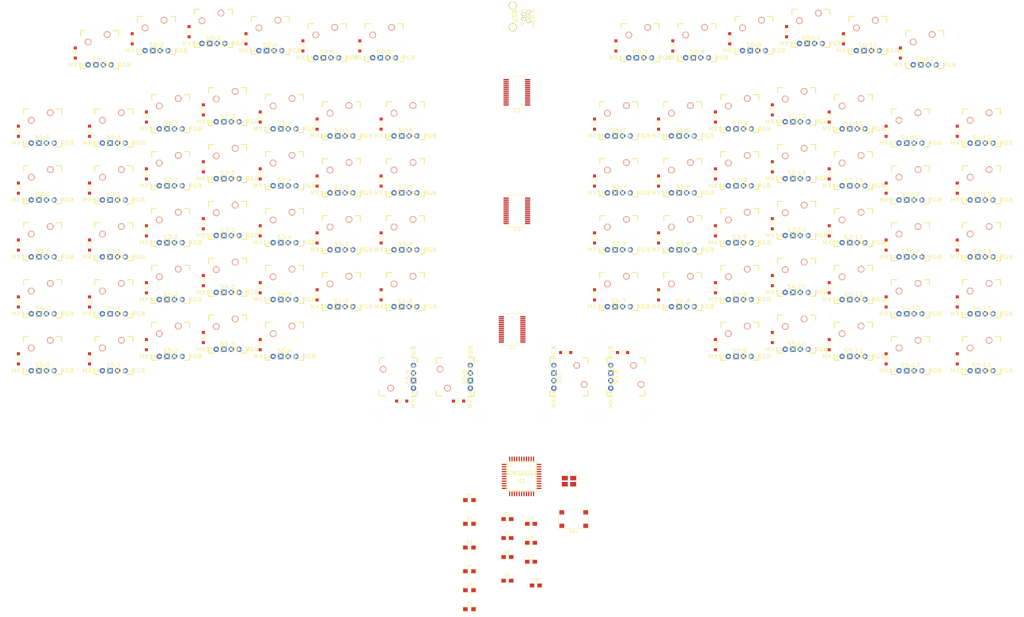
<source format=kicad_pcb>
(kicad_pcb (version 4) (host pcbnew "(2015-03-11 BZR 5507)-product")
  (layers (0 F.Cu signal) (31 B.Cu signal) (34 B.Paste user) (35 F.Paste user) (36 B.SilkS user) (37 F.SilkS user) (38 B.Mask user) (39 F.Mask user) (44 Edge.Cuts user))
  (net 0 "")
  (net 1 /VCC)
  (net 2 /GND)
  (net 3 /XTAL+)
  (net 4 /XTAL-)
  (net 5 /AREF)
  (net 6 /UCAP)
  (net 7 /USB_D+)
  (net 8 /USB_D-)
  (net 9 /C1)
  (net 10 /C2)
  (net 11 /C3)
  (net 12 /C4)
  (net 13 /C5)
  (net 14 /C6)
  (net 15 /C7)
  (net 16 /C8)
  (net 17 /C9)
  (net 18 /CA)
  (net 19 /CB)
  (net 20 /CC)
  (net 21 /C0)
  (net 22 /CD)
  (net 23 /R4)
  (net 24 /R3)
  (net 25 /R2)
  (net 26 /RESET)
  (net 27 /SCL)
  (net 28 /SDA)
  (net 29 /R0)
  (net 30 /R5)
  (net 31 /D+)
  (net 32 /D-)
  (net 33 "Net-(IC1-Pad33)")
  (net 34 /R1)
  (net 35 /CA9_1)
  (net 36 /SDB)
  (net 37 "Net-(IC2-Pad6)")
  (net 38 /CB1_1)
  (net 39 /CB2_1)
  (net 40 /CB3_1)
  (net 41 /CB4_1)
  (net 42 /CB5_1)
  (net 43 /CB6_1)
  (net 44 /CB7_1)
  (net 45 /CB8_1)
  (net 46 /CA1_1)
  (net 47 /CA2_1)
  (net 48 /CA3_1)
  (net 49 /CA4_1)
  (net 50 /CA5_1)
  (net 51 /CA6_1)
  (net 52 /CA7_1)
  (net 53 /CA8_1)
  (net 54 /CA3_2)
  (net 55 "Net-(IC3-Pad6)")
  (net 56 /CB1_2)
  (net 57 /CB2_2)
  (net 58 /CB3_2)
  (net 59 /CB4_2)
  (net 60 /CB5_2)
  (net 61 /CB6_2)
  (net 62 /CB7_2)
  (net 63 /CB8_2)
  (net 64 /CA1_2)
  (net 65 /CA2_2)
  (net 66 /CA4_2)
  (net 67 /CA5_2)
  (net 68 /CA6_2)
  (net 69 /CA7_2)
  (net 70 /CA8_2)
  (net 71 /CA3_3)
  (net 72 "Net-(IC4-Pad6)")
  (net 73 /CB1_3)
  (net 74 /CB2_3)
  (net 75 /CB3_3)
  (net 76 /CB4_3)
  (net 77 /CB5_3)
  (net 78 /CB6_3)
  (net 79 /CB7_3)
  (net 80 /CB8_3)
  (net 81 /CA1_3)
  (net 82 /CA2_3)
  (net 83 /CA4_3)
  (net 84 /CA5_3)
  (net 85 /CA6_3)
  (net 86 /CA7_3)
  (net 87 /CA8_3)
  (net 88 "Net-(S0:1-Pad2)")
  (net 89 "Net-(S0:2-Pad2)")
  (net 90 "Net-(S0:3-Pad2)")
  (net 91 "Net-(S0:4-Pad2)")
  (net 92 "Net-(S0:5-Pad2)")
  (net 93 "Net-(S0:6-Pad2)")
  (net 94 "Net-(S0:7-Pad2)")
  (net 95 "Net-(S0:8-Pad2)")
  (net 96 "Net-(S0:9-Pad2)")
  (net 97 "Net-(S0:10-Pad2)")
  (net 98 "Net-(S0:11-Pad2)")
  (net 99 "Net-(S0:12-Pad2)")
  (net 100 "Net-(S1:0-Pad2)")
  (net 101 "Net-(S1:1-Pad2)")
  (net 102 "Net-(S1:2-Pad2)")
  (net 103 "Net-(S1:3-Pad2)")
  (net 104 "Net-(S1:4-Pad2)")
  (net 105 "Net-(S1:5-Pad2)")
  (net 106 "Net-(S1:6-Pad2)")
  (net 107 "Net-(S1:7-Pad2)")
  (net 108 "Net-(S1:8-Pad2)")
  (net 109 "Net-(S1:9-Pad2)")
  (net 110 "Net-(S1:10-Pad2)")
  (net 111 "Net-(S1:11-Pad2)")
  (net 112 "Net-(S1:12-Pad2)")
  (net 113 "Net-(S1:13-Pad2)")
  (net 114 "Net-(S2:0-Pad2)")
  (net 115 "Net-(S2:1-Pad2)")
  (net 116 "Net-(S2:2-Pad2)")
  (net 117 "Net-(S2:3-Pad2)")
  (net 118 "Net-(S2:4-Pad2)")
  (net 119 "Net-(S2:5-Pad2)")
  (net 120 "Net-(S2:6-Pad2)")
  (net 121 "Net-(S2:7-Pad2)")
  (net 122 "Net-(S2:8-Pad2)")
  (net 123 "Net-(S2:9-Pad2)")
  (net 124 "Net-(S2:10-Pad2)")
  (net 125 "Net-(S2:11-Pad2)")
  (net 126 "Net-(S2:12-Pad2)")
  (net 127 "Net-(S2:13-Pad2)")
  (net 128 "Net-(S3:0-Pad2)")
  (net 129 "Net-(S3:1-Pad2)")
  (net 130 "Net-(S3:2-Pad2)")
  (net 131 "Net-(S3:3-Pad2)")
  (net 132 "Net-(S3:4-Pad2)")
  (net 133 "Net-(S3:5-Pad2)")
  (net 134 "Net-(S3:6-Pad2)")
  (net 135 "Net-(S3:7-Pad2)")
  (net 136 "Net-(S3:8-Pad2)")
  (net 137 "Net-(S3:9-Pad2)")
  (net 138 "Net-(S3:10-Pad2)")
  (net 139 "Net-(S3:11-Pad2)")
  (net 140 "Net-(S3:12-Pad2)")
  (net 141 "Net-(S3:13-Pad2)")
  (net 142 "Net-(S4:0-Pad2)")
  (net 143 "Net-(S4:1-Pad2)")
  (net 144 "Net-(S4:2-Pad2)")
  (net 145 "Net-(S4:3-Pad2)")
  (net 146 "Net-(S4:4-Pad2)")
  (net 147 "Net-(S4:5-Pad2)")
  (net 148 "Net-(S4:6-Pad2)")
  (net 149 "Net-(S4:7-Pad2)")
  (net 150 "Net-(S4:8-Pad2)")
  (net 151 "Net-(S4:9-Pad2)")
  (net 152 "Net-(S4:10-Pad2)")
  (net 153 "Net-(S4:11-Pad2)")
  (net 154 "Net-(S4:12-Pad2)")
  (net 155 "Net-(S4:13-Pad2)")
  (net 156 "Net-(S5:0-Pad2)")
  (net 157 "Net-(S5:1-Pad2)")
  (net 158 "Net-(S5:2-Pad2)")
  (net 159 "Net-(S5:3-Pad2)")
  (net 160 "Net-(S5:4-Pad2)")
  (net 161 "Net-(S5:5-Pad2)")
  (net 162 "Net-(S5:6-Pad2)")
  (net 163 "Net-(S5:7-Pad2)")
  (net 164 "Net-(S5:8-Pad2)")
  (net 165 "Net-(S5:9-Pad2)")
  (net 166 "Net-(S5:10-Pad2)")
  (net 167 "Net-(S5:11-Pad2)")
  (net 168 "Net-(S5:12-Pad2)")
  (net 169 "Net-(S5:13-Pad2)")
  (module bwu-keyboard:bwu-ceramic-capacitor-0805 (layer F.Cu) (at 255.5875 190.5)
    (fp_text reference C1 (at 0 -1.778) (layer F.SilkS))
    (fp_text value 100nF)
    (pad 1 smd rect (at -1.25 0) (size 1.5 1.25) (layers F.Cu F.Paste F.Mask) (net 1 /VCC))
    (pad 2 smd rect (at 1.25 0) (size 1.5 1.25) (layers F.Cu F.Paste F.Mask) (net 2 /GND))
  )
  (module bwu-keyboard:bwu-ceramic-capacitor-0805 (layer F.Cu) (at 255.5875 196.85)
    (fp_text reference C2 (at 0 -1.778) (layer F.SilkS))
    (fp_text value 100nF)
    (pad 1 smd rect (at -1.25 0) (size 1.5 1.25) (layers F.Cu F.Paste F.Mask) (net 1 /VCC))
    (pad 2 smd rect (at 1.25 0) (size 1.5 1.25) (layers F.Cu F.Paste F.Mask) (net 2 /GND))
  )
  (module bwu-keyboard:bwu-ceramic-capacitor-0805 (layer F.Cu) (at 255.5875 203.2)
    (fp_text reference C3 (at 0 -1.778) (layer F.SilkS))
    (fp_text value 100nF)
    (pad 1 smd rect (at -1.25 0) (size 1.5 1.25) (layers F.Cu F.Paste F.Mask) (net 1 /VCC))
    (pad 2 smd rect (at 1.25 0) (size 1.5 1.25) (layers F.Cu F.Paste F.Mask) (net 2 /GND))
  )
  (module bwu-keyboard:bwu-ceramic-capacitor-0805 (layer F.Cu) (at 255.5875 211.1375)
    (fp_text reference C4 (at 0 -1.778) (layer F.SilkS))
    (fp_text value 10pF)
    (pad 1 smd rect (at -1.25 0) (size 1.5 1.25) (layers F.Cu F.Paste F.Mask) (net 3 /XTAL+))
    (pad 2 smd rect (at 1.25 0) (size 1.5 1.25) (layers F.Cu F.Paste F.Mask) (net 2 /GND))
  )
  (module bwu-keyboard:bwu-ceramic-capacitor-0805 (layer F.Cu) (at 263.525 192.0875)
    (fp_text reference C5 (at 0 -1.778) (layer F.SilkS))
    (fp_text value 10pF)
    (pad 1 smd rect (at -1.25 0) (size 1.5 1.25) (layers F.Cu F.Paste F.Mask) (net 4 /XTAL-))
    (pad 2 smd rect (at 1.25 0) (size 1.5 1.25) (layers F.Cu F.Paste F.Mask) (net 2 /GND))
  )
  (module bwu-keyboard:bwu-electrolyte-capacitor-0805 (layer F.Cu) (at 263.525 198.4375)
    (fp_text reference C6 (at 0 -1.778) (layer F.SilkS))
    (fp_text value 1µF)
    (pad 1 smd rect (at -1.25 0) (size 1.5 1.25) (layers F.Cu F.Paste F.Mask) (net 1 /VCC))
    (pad 2 smd rect (at 1.25 0) (size 1.5 1.25) (layers F.Cu F.Paste F.Mask) (net 2 /GND))
  )
  (module bwu-keyboard:bwu-ceramic-capacitor-0805 (layer F.Cu) (at 263.525 204.7875)
    (fp_text reference C7 (at 0 -1.778) (layer F.SilkS))
    (fp_text value 100nF)
    (pad 1 smd rect (at -1.25 0) (size 1.5 1.25) (layers F.Cu F.Paste F.Mask) (net 5 /AREF))
    (pad 2 smd rect (at 1.25 0) (size 1.5 1.25) (layers F.Cu F.Paste F.Mask) (net 2 /GND))
  )
  (module bwu-keyboard:bwu-electrolyte-capacitor-0805 (layer F.Cu) (at 265.1125 212.725)
    (fp_text reference C8 (at 0 -1.778) (layer F.SilkS))
    (fp_text value 1µF)
    (pad 1 smd rect (at -1.25 0) (size 1.5 1.25) (layers F.Cu F.Paste F.Mask) (net 6 /UCAP))
    (pad 2 smd rect (at 1.25 0) (size 1.5 1.25) (layers F.Cu F.Paste F.Mask) (net 2 /GND))
  )
  (module bwu-keyboard:USB-MINI-B-WM17115-ND (layer F.Cu) (at 255.5875 22.225)
    (fp_text reference CON1 hide)
    (fp_text value "USB-MINI-B WM17115-ND" hide)
    (fp_text user ID (at 5.08 2.54 90) (layer F.SilkS) (effects (font (size 0.75 0.75))))
    (fp_text user D- (at 5.08 -2.54 90) (layer F.SilkS) (effects (font (size 0.75 0.75))))
    (fp_text user 5V (at 8.74 -1.98 90) (layer F.SilkS) (effects (font (size 0.75 0.75))))
    (fp_text user D+ (at 8.7 -0.04 90) (layer F.SilkS) (effects (font (size 0.75 0.75))))
    (fp_text user GND (at 8.66 2.4 90) (layer F.SilkS) (effects (font (size 0.75 0.75))))
    (fp_text user USB (at 2.54 0 90) (layer F.SilkS) (effects (font (size 1.5 1.5) (thickness 0.25))))
    (pad 3 thru_hole oval (at 6.85 0) (size 1.65 1.1) (drill 0.7 (offset 0.275 0)) (layers *.Cu *.Mask F.SilkS) (net 7 /USB_D+))
    (pad 6 thru_hole circle (at 1.8 -3.65) (size 2.7 2.7) (drill 1.9) (layers *.Cu *.Mask F.SilkS) (net 2 /GND))
    (pad 7 thru_hole circle (at 1.8 3.65) (size 2.7 2.7) (drill 1.9) (layers *.Cu *.Mask F.SilkS) (net 2 /GND))
    (pad 5 thru_hole oval (at 6.85 1.6) (size 1.65 1.1) (drill 0.7 (offset 0.275 0)) (layers *.Cu *.Mask F.SilkS) (net 2 /GND))
    (pad 1 thru_hole oval (at 6.85 -1.6) (size 1.65 1.1) (drill 0.7 (offset 0.275 0)) (layers *.Cu *.Mask F.SilkS) (net 1 /VCC))
    (pad 4 thru_hole oval (at 5.65 0.8) (size 1.65 1.1) (drill 0.7 (offset -0.275 0)) (layers *.Cu *.Mask F.SilkS))
    (pad 2 thru_hole oval (at 5.65 -0.8) (size 1.65 1.1) (drill 0.7 (offset -0.275 0)) (layers *.Cu *.Mask F.SilkS) (net 8 /USB_D-))
  )
  (module bwu-keyboard:TQFP44 (layer F.Cu) (at 260.35 176.2125)
    (fp_text reference IC1 (at 0 1.524) (layer F.SilkS) (effects (font (size 1.27 1.016) (thickness 0.2032))))
    (fp_text value ATMEGA32U4 (at 0 -1.016) (layer F.SilkS) (effects (font (size 1.27 1.016) (thickness 0.2032))))
    (pad 39 smd oval (at 0 -5.715) (size 0.4064 1.89992) (layers F.Cu F.Paste F.Mask) (net 23 /R4))
    (pad 40 smd oval (at -0.8001 -5.715) (size 0.4064 1.89992) (layers F.Cu F.Paste F.Mask) (net 24 /R3))
    (pad 41 smd oval (at -1.6002 -5.715) (size 0.4064 1.89992) (layers F.Cu F.Paste F.Mask) (net 25 /R2))
    (pad 42 smd oval (at -2.4003 -5.715) (size 0.4064 1.89992) (layers F.Cu F.Paste F.Mask) (net 5 /AREF))
    (pad 43 smd oval (at -3.2004 -5.715) (size 0.4064 1.89992) (layers F.Cu F.Paste F.Mask) (net 2 /GND))
    (pad 44 smd oval (at -4.0005 -5.715) (size 0.4064 1.89992) (layers F.Cu F.Paste F.Mask) (net 1 /VCC))
    (pad 38 smd oval (at 0.8001 -5.715) (size 0.4064 1.89992) (layers F.Cu F.Paste F.Mask) (net 13 /C5))
    (pad 37 smd oval (at 1.6002 -5.715) (size 0.4064 1.89992) (layers F.Cu F.Paste F.Mask) (net 12 /C4))
    (pad 36 smd oval (at 2.4003 -5.715) (size 0.4064 1.89992) (layers F.Cu F.Paste F.Mask) (net 11 /C3))
    (pad 35 smd oval (at 3.2004 -5.715) (size 0.4064 1.89992) (layers F.Cu F.Paste F.Mask) (net 2 /GND))
    (pad 34 smd oval (at 4.0005 -5.715) (size 0.4064 1.89992) (layers F.Cu F.Paste F.Mask) (net 1 /VCC))
    (pad 17 smd oval (at 0 5.715) (size 0.4064 1.89992) (layers F.Cu F.Paste F.Mask) (net 4 /XTAL-))
    (pad 16 smd oval (at -0.8001 5.715) (size 0.4064 1.89992) (layers F.Cu F.Paste F.Mask) (net 3 /XTAL+))
    (pad 15 smd oval (at -1.6002 5.715) (size 0.4064 1.89992) (layers F.Cu F.Paste F.Mask) (net 2 /GND))
    (pad 14 smd oval (at -2.4003 5.715) (size 0.4064 1.89992) (layers F.Cu F.Paste F.Mask) (net 1 /VCC))
    (pad 13 smd oval (at -3.2004 5.715) (size 0.4064 1.89992) (layers F.Cu F.Paste F.Mask) (net 26 /RESET))
    (pad 12 smd oval (at -4.0005 5.715) (size 0.4064 1.89992) (layers F.Cu F.Paste F.Mask))
    (pad 18 smd oval (at 0.8001 5.715) (size 0.4064 1.89992) (layers F.Cu F.Paste F.Mask) (net 27 /SCL))
    (pad 19 smd oval (at 1.6002 5.715) (size 0.4064 1.89992) (layers F.Cu F.Paste F.Mask) (net 28 /SDA))
    (pad 20 smd oval (at 2.4003 5.715) (size 0.4064 1.89992) (layers F.Cu F.Paste F.Mask) (net 19 /CB))
    (pad 21 smd oval (at 3.2004 5.715) (size 0.4064 1.89992) (layers F.Cu F.Paste F.Mask) (net 20 /CC))
    (pad 22 smd oval (at 4.0005 5.715) (size 0.4064 1.89992) (layers F.Cu F.Paste F.Mask) (net 22 /CD))
    (pad 6 smd oval (at -5.715 0) (size 1.89992 0.4064) (layers F.Cu F.Paste F.Mask) (net 6 /UCAP))
    (pad 28 smd oval (at 5.715 0) (size 1.89992 0.4064) (layers F.Cu F.Paste F.Mask) (net 21 /C0))
    (pad 7 smd oval (at -5.715 0.8001) (size 1.89992 0.4064) (layers F.Cu F.Paste F.Mask) (net 1 /VCC))
    (pad 27 smd oval (at 5.715 0.8001) (size 1.89992 0.4064) (layers F.Cu F.Paste F.Mask) (net 15 /C7))
    (pad 26 smd oval (at 5.715 1.6002) (size 1.89992 0.4064) (layers F.Cu F.Paste F.Mask) (net 14 /C6))
    (pad 8 smd oval (at -5.715 1.6002) (size 1.89992 0.4064) (layers F.Cu F.Paste F.Mask) (net 16 /C8))
    (pad 9 smd oval (at -5.715 2.4003) (size 1.89992 0.4064) (layers F.Cu F.Paste F.Mask) (net 29 /R0))
    (pad 25 smd oval (at 5.715 2.4003) (size 1.89992 0.4064) (layers F.Cu F.Paste F.Mask) (net 30 /R5))
    (pad 24 smd oval (at 5.715 3.2004) (size 1.89992 0.4064) (layers F.Cu F.Paste F.Mask) (net 1 /VCC))
    (pad 10 smd oval (at -5.715 3.2004) (size 1.89992 0.4064) (layers F.Cu F.Paste F.Mask) (net 17 /C9))
    (pad 11 smd oval (at -5.715 4.0005) (size 1.89992 0.4064) (layers F.Cu F.Paste F.Mask) (net 18 /CA))
    (pad 23 smd oval (at 5.715 4.0005) (size 1.89992 0.4064) (layers F.Cu F.Paste F.Mask) (net 2 /GND))
    (pad 29 smd oval (at 5.715 -0.8001) (size 1.89992 0.4064) (layers F.Cu F.Paste F.Mask))
    (pad 5 smd oval (at -5.715 -0.8001) (size 1.89992 0.4064) (layers F.Cu F.Paste F.Mask) (net 2 /GND))
    (pad 4 smd oval (at -5.715 -1.6002) (size 1.89992 0.4064) (layers F.Cu F.Paste F.Mask) (net 31 /D+))
    (pad 30 smd oval (at 5.715 -1.6002) (size 1.89992 0.4064) (layers F.Cu F.Paste F.Mask))
    (pad 31 smd oval (at 5.715 -2.4003) (size 1.89992 0.4064) (layers F.Cu F.Paste F.Mask) (net 9 /C1))
    (pad 3 smd oval (at -5.715 -2.4003) (size 1.89992 0.4064) (layers F.Cu F.Paste F.Mask) (net 32 /D-))
    (pad 2 smd oval (at -5.715 -3.2004) (size 1.89992 0.4064) (layers F.Cu F.Paste F.Mask) (net 1 /VCC))
    (pad 32 smd oval (at 5.715 -3.2004) (size 1.89992 0.4064) (layers F.Cu F.Paste F.Mask) (net 10 /C2))
    (pad 33 smd oval (at 5.715 -4.0005) (size 1.89992 0.4064) (layers F.Cu F.Paste F.Mask) (net 33 "Net-(IC1-Pad33)"))
    (pad 1 smd oval (at -5.715 -4.0005) (size 1.89992 0.4064) (layers F.Cu F.Paste F.Mask) (net 34 /R1))
  )
  (module bwu-keyboard:SSOP-28 (layer F.Cu) (at 258.7625 47.625 180)
    (fp_text reference IC2 (at 0 -6.25 180) (layer F.SilkS))
    (fp_text value IS31FL3731)
    (pad 1 smd rect (at -3.6 -4.225 180) (size 1.75 0.45) (layers F.Cu F.Paste F.Mask) (net 35 /CA9_1))
    (pad 2 smd rect (at -3.6 -3.575 180) (size 1.75 0.45) (layers F.Cu F.Paste F.Mask) (net 1 /VCC))
    (pad 3 smd rect (at -3.6 -2.925 180) (size 1.75 0.45) (layers F.Cu F.Paste F.Mask) (net 36 /SDB))
    (pad 4 smd rect (at -3.6 -2.275 180) (size 1.75 0.45) (layers F.Cu F.Paste F.Mask))
    (pad 5 smd rect (at -3.6 -1.625 180) (size 1.75 0.45) (layers F.Cu F.Paste F.Mask) (net 2 /GND))
    (pad 6 smd rect (at -3.6 -0.975 180) (size 1.75 0.45) (layers F.Cu F.Paste F.Mask) (net 37 "Net-(IC2-Pad6)"))
    (pad 7 smd rect (at -3.6 -0.325 180) (size 1.75 0.45) (layers F.Cu F.Paste F.Mask) (net 38 /CB1_1))
    (pad 8 smd rect (at -3.6 0.325 180) (size 1.75 0.45) (layers F.Cu F.Paste F.Mask) (net 39 /CB2_1))
    (pad 9 smd rect (at -3.6 0.975 180) (size 1.75 0.45) (layers F.Cu F.Paste F.Mask) (net 40 /CB3_1))
    (pad 10 smd rect (at -3.6 1.625 180) (size 1.75 0.45) (layers F.Cu F.Paste F.Mask) (net 41 /CB4_1))
    (pad 11 smd rect (at -3.6 2.275 180) (size 1.75 0.45) (layers F.Cu F.Paste F.Mask) (net 42 /CB5_1))
    (pad 12 smd rect (at -3.6 2.925 180) (size 1.75 0.45) (layers F.Cu F.Paste F.Mask) (net 43 /CB6_1))
    (pad 13 smd rect (at -3.6 3.575 180) (size 1.75 0.45) (layers F.Cu F.Paste F.Mask) (net 44 /CB7_1))
    (pad 14 smd rect (at -3.6 4.225 180) (size 1.75 0.45) (layers F.Cu F.Paste F.Mask) (net 45 /CB8_1))
    (pad 15 smd rect (at 3.6 4.225 180) (size 1.75 0.45) (layers F.Cu F.Paste F.Mask) (net 40 /CB3_1))
    (pad 16 smd rect (at 3.6 3.575 180) (size 1.75 0.45) (layers F.Cu F.Paste F.Mask))
    (pad 17 smd rect (at 3.6 2.925 180) (size 1.75 0.45) (layers F.Cu F.Paste F.Mask))
    (pad 18 smd rect (at 3.6 2.275 180) (size 1.75 0.45) (layers F.Cu F.Paste F.Mask) (net 2 /GND))
    (pad 19 smd rect (at 3.6 1.625 180) (size 1.75 0.45) (layers F.Cu F.Paste F.Mask) (net 28 /SDA))
    (pad 20 smd rect (at 3.6 0.975 180) (size 1.75 0.45) (layers F.Cu F.Paste F.Mask) (net 27 /SCL))
    (pad 21 smd rect (at 3.6 0.325 180) (size 1.75 0.45) (layers F.Cu F.Paste F.Mask) (net 46 /CA1_1))
    (pad 22 smd rect (at 3.6 -0.325 180) (size 1.75 0.45) (layers F.Cu F.Paste F.Mask) (net 47 /CA2_1))
    (pad 23 smd rect (at 3.6 -0.975 180) (size 1.75 0.45) (layers F.Cu F.Paste F.Mask) (net 48 /CA3_1))
    (pad 24 smd rect (at 3.6 -1.625 180) (size 1.75 0.45) (layers F.Cu F.Paste F.Mask) (net 49 /CA4_1))
    (pad 25 smd rect (at 3.6 -2.275 180) (size 1.75 0.45) (layers F.Cu F.Paste F.Mask) (net 50 /CA5_1))
    (pad 26 smd rect (at 3.6 -2.925 180) (size 1.75 0.45) (layers F.Cu F.Paste F.Mask) (net 51 /CA6_1))
    (pad 27 smd rect (at 3.6 -3.575 180) (size 1.75 0.45) (layers F.Cu F.Paste F.Mask) (net 52 /CA7_1))
    (pad 28 smd rect (at 3.6 -4.225 180) (size 1.75 0.45) (layers F.Cu F.Paste F.Mask) (net 53 /CA8_1))
  )
  (module bwu-keyboard:SSOP-28 (layer F.Cu) (at 258.7625 87.3125 180)
    (fp_text reference IC3 (at 0 -6.25 180) (layer F.SilkS))
    (fp_text value IS31FL3731)
    (pad 1 smd rect (at -3.6 -4.225 180) (size 1.75 0.45) (layers F.Cu F.Paste F.Mask) (net 54 /CA3_2))
    (pad 2 smd rect (at -3.6 -3.575 180) (size 1.75 0.45) (layers F.Cu F.Paste F.Mask) (net 1 /VCC))
    (pad 3 smd rect (at -3.6 -2.925 180) (size 1.75 0.45) (layers F.Cu F.Paste F.Mask) (net 36 /SDB))
    (pad 4 smd rect (at -3.6 -2.275 180) (size 1.75 0.45) (layers F.Cu F.Paste F.Mask))
    (pad 5 smd rect (at -3.6 -1.625 180) (size 1.75 0.45) (layers F.Cu F.Paste F.Mask) (net 2 /GND))
    (pad 6 smd rect (at -3.6 -0.975 180) (size 1.75 0.45) (layers F.Cu F.Paste F.Mask) (net 55 "Net-(IC3-Pad6)"))
    (pad 7 smd rect (at -3.6 -0.325 180) (size 1.75 0.45) (layers F.Cu F.Paste F.Mask) (net 56 /CB1_2))
    (pad 8 smd rect (at -3.6 0.325 180) (size 1.75 0.45) (layers F.Cu F.Paste F.Mask) (net 57 /CB2_2))
    (pad 9 smd rect (at -3.6 0.975 180) (size 1.75 0.45) (layers F.Cu F.Paste F.Mask) (net 58 /CB3_2))
    (pad 10 smd rect (at -3.6 1.625 180) (size 1.75 0.45) (layers F.Cu F.Paste F.Mask) (net 59 /CB4_2))
    (pad 11 smd rect (at -3.6 2.275 180) (size 1.75 0.45) (layers F.Cu F.Paste F.Mask) (net 60 /CB5_2))
    (pad 12 smd rect (at -3.6 2.925 180) (size 1.75 0.45) (layers F.Cu F.Paste F.Mask) (net 61 /CB6_2))
    (pad 13 smd rect (at -3.6 3.575 180) (size 1.75 0.45) (layers F.Cu F.Paste F.Mask) (net 62 /CB7_2))
    (pad 14 smd rect (at -3.6 4.225 180) (size 1.75 0.45) (layers F.Cu F.Paste F.Mask) (net 63 /CB8_2))
    (pad 15 smd rect (at 3.6 4.225 180) (size 1.75 0.45) (layers F.Cu F.Paste F.Mask) (net 58 /CB3_2))
    (pad 16 smd rect (at 3.6 3.575 180) (size 1.75 0.45) (layers F.Cu F.Paste F.Mask))
    (pad 17 smd rect (at 3.6 2.925 180) (size 1.75 0.45) (layers F.Cu F.Paste F.Mask))
    (pad 18 smd rect (at 3.6 2.275 180) (size 1.75 0.45) (layers F.Cu F.Paste F.Mask) (net 27 /SCL))
    (pad 19 smd rect (at 3.6 1.625 180) (size 1.75 0.45) (layers F.Cu F.Paste F.Mask) (net 28 /SDA))
    (pad 20 smd rect (at 3.6 0.975 180) (size 1.75 0.45) (layers F.Cu F.Paste F.Mask) (net 27 /SCL))
    (pad 21 smd rect (at 3.6 0.325 180) (size 1.75 0.45) (layers F.Cu F.Paste F.Mask) (net 64 /CA1_2))
    (pad 22 smd rect (at 3.6 -0.325 180) (size 1.75 0.45) (layers F.Cu F.Paste F.Mask) (net 65 /CA2_2))
    (pad 23 smd rect (at 3.6 -0.975 180) (size 1.75 0.45) (layers F.Cu F.Paste F.Mask) (net 54 /CA3_2))
    (pad 24 smd rect (at 3.6 -1.625 180) (size 1.75 0.45) (layers F.Cu F.Paste F.Mask) (net 66 /CA4_2))
    (pad 25 smd rect (at 3.6 -2.275 180) (size 1.75 0.45) (layers F.Cu F.Paste F.Mask) (net 67 /CA5_2))
    (pad 26 smd rect (at 3.6 -2.925 180) (size 1.75 0.45) (layers F.Cu F.Paste F.Mask) (net 68 /CA6_2))
    (pad 27 smd rect (at 3.6 -3.575 180) (size 1.75 0.45) (layers F.Cu F.Paste F.Mask) (net 69 /CA7_2))
    (pad 28 smd rect (at 3.6 -4.225 180) (size 1.75 0.45) (layers F.Cu F.Paste F.Mask) (net 70 /CA8_2))
  )
  (module bwu-keyboard:SSOP-28 (layer F.Cu) (at 257.175 127 180)
    (fp_text reference IC4 (at 0 -6.25 180) (layer F.SilkS))
    (fp_text value IS31FL3731)
    (pad 1 smd rect (at -3.6 -4.225 180) (size 1.75 0.45) (layers F.Cu F.Paste F.Mask) (net 71 /CA3_3))
    (pad 2 smd rect (at -3.6 -3.575 180) (size 1.75 0.45) (layers F.Cu F.Paste F.Mask) (net 1 /VCC))
    (pad 3 smd rect (at -3.6 -2.925 180) (size 1.75 0.45) (layers F.Cu F.Paste F.Mask) (net 36 /SDB))
    (pad 4 smd rect (at -3.6 -2.275 180) (size 1.75 0.45) (layers F.Cu F.Paste F.Mask))
    (pad 5 smd rect (at -3.6 -1.625 180) (size 1.75 0.45) (layers F.Cu F.Paste F.Mask) (net 2 /GND))
    (pad 6 smd rect (at -3.6 -0.975 180) (size 1.75 0.45) (layers F.Cu F.Paste F.Mask) (net 72 "Net-(IC4-Pad6)"))
    (pad 7 smd rect (at -3.6 -0.325 180) (size 1.75 0.45) (layers F.Cu F.Paste F.Mask) (net 73 /CB1_3))
    (pad 8 smd rect (at -3.6 0.325 180) (size 1.75 0.45) (layers F.Cu F.Paste F.Mask) (net 74 /CB2_3))
    (pad 9 smd rect (at -3.6 0.975 180) (size 1.75 0.45) (layers F.Cu F.Paste F.Mask) (net 75 /CB3_3))
    (pad 10 smd rect (at -3.6 1.625 180) (size 1.75 0.45) (layers F.Cu F.Paste F.Mask) (net 76 /CB4_3))
    (pad 11 smd rect (at -3.6 2.275 180) (size 1.75 0.45) (layers F.Cu F.Paste F.Mask) (net 77 /CB5_3))
    (pad 12 smd rect (at -3.6 2.925 180) (size 1.75 0.45) (layers F.Cu F.Paste F.Mask) (net 78 /CB6_3))
    (pad 13 smd rect (at -3.6 3.575 180) (size 1.75 0.45) (layers F.Cu F.Paste F.Mask) (net 79 /CB7_3))
    (pad 14 smd rect (at -3.6 4.225 180) (size 1.75 0.45) (layers F.Cu F.Paste F.Mask) (net 80 /CB8_3))
    (pad 15 smd rect (at 3.6 4.225 180) (size 1.75 0.45) (layers F.Cu F.Paste F.Mask) (net 75 /CB3_3))
    (pad 16 smd rect (at 3.6 3.575 180) (size 1.75 0.45) (layers F.Cu F.Paste F.Mask))
    (pad 17 smd rect (at 3.6 2.925 180) (size 1.75 0.45) (layers F.Cu F.Paste F.Mask))
    (pad 18 smd rect (at 3.6 2.275 180) (size 1.75 0.45) (layers F.Cu F.Paste F.Mask) (net 28 /SDA))
    (pad 19 smd rect (at 3.6 1.625 180) (size 1.75 0.45) (layers F.Cu F.Paste F.Mask) (net 28 /SDA))
    (pad 20 smd rect (at 3.6 0.975 180) (size 1.75 0.45) (layers F.Cu F.Paste F.Mask) (net 27 /SCL))
    (pad 21 smd rect (at 3.6 0.325 180) (size 1.75 0.45) (layers F.Cu F.Paste F.Mask) (net 81 /CA1_3))
    (pad 22 smd rect (at 3.6 -0.325 180) (size 1.75 0.45) (layers F.Cu F.Paste F.Mask) (net 82 /CA2_3))
    (pad 23 smd rect (at 3.6 -0.975 180) (size 1.75 0.45) (layers F.Cu F.Paste F.Mask) (net 71 /CA3_3))
    (pad 24 smd rect (at 3.6 -1.625 180) (size 1.75 0.45) (layers F.Cu F.Paste F.Mask) (net 83 /CA4_3))
    (pad 25 smd rect (at 3.6 -2.275 180) (size 1.75 0.45) (layers F.Cu F.Paste F.Mask) (net 84 /CA5_3))
    (pad 26 smd rect (at 3.6 -2.925 180) (size 1.75 0.45) (layers F.Cu F.Paste F.Mask) (net 85 /CA6_3))
    (pad 27 smd rect (at 3.6 -3.575 180) (size 1.75 0.45) (layers F.Cu F.Paste F.Mask) (net 86 /CA7_3))
    (pad 28 smd rect (at 3.6 -4.225 180) (size 1.75 0.45) (layers F.Cu F.Paste F.Mask) (net 87 /CA8_3))
  )
  (module bwu-keyboard:bwu-resistor-0805 (layer F.Cu) (at 242.8875 184.15)
    (fp_text reference R1 (at 0 -1.75) (layer F.SilkS))
    (fp_text value 22Ω)
    (pad 1 smd rect (at -1.35 0) (size 1.5 1.3) (layers F.Cu F.Paste F.Mask) (net 32 /D-))
    (pad 2 smd rect (at 1.35 0) (size 1.5 1.3) (layers F.Cu F.Paste F.Mask) (net 8 /USB_D-))
  )
  (module bwu-keyboard:bwu-resistor-0805 (layer F.Cu) (at 242.8875 192.0875)
    (fp_text reference R2 (at 0 -1.75) (layer F.SilkS))
    (fp_text value 22Ω)
    (pad 1 smd rect (at -1.35 0) (size 1.5 1.3) (layers F.Cu F.Paste F.Mask) (net 31 /D+))
    (pad 2 smd rect (at 1.35 0) (size 1.5 1.3) (layers F.Cu F.Paste F.Mask) (net 7 /USB_D+))
  )
  (module bwu-keyboard:bwu-resistor-0805 (layer F.Cu) (at 242.8875 200.025)
    (fp_text reference R3 (at 0 -1.75) (layer F.SilkS))
    (fp_text value 1kΩ)
    (pad 1 smd rect (at -1.35 0) (size 1.5 1.3) (layers F.Cu F.Paste F.Mask) (net 2 /GND))
    (pad 2 smd rect (at 1.35 0) (size 1.5 1.3) (layers F.Cu F.Paste F.Mask) (net 33 "Net-(IC1-Pad33)"))
  )
  (module bwu-keyboard:bwu-resistor-0805 (layer F.Cu) (at 242.8875 207.9625)
    (fp_text reference R4 (at 0 -1.75) (layer F.SilkS))
    (fp_text value 20kΩ)
    (pad 1 smd rect (at -1.35 0) (size 1.5 1.3) (layers F.Cu F.Paste F.Mask) (net 37 "Net-(IC2-Pad6)"))
    (pad 2 smd rect (at 1.35 0) (size 1.5 1.3) (layers F.Cu F.Paste F.Mask) (net 2 /GND))
  )
  (module bwu-keyboard:bwu-resistor-0805 (layer F.Cu) (at 242.8875 214.3125)
    (fp_text reference R5 (at 0 -1.75) (layer F.SilkS))
    (fp_text value 20kΩ)
    (pad 1 smd rect (at -1.35 0) (size 1.5 1.3) (layers F.Cu F.Paste F.Mask) (net 55 "Net-(IC3-Pad6)"))
    (pad 2 smd rect (at 1.35 0) (size 1.5 1.3) (layers F.Cu F.Paste F.Mask) (net 2 /GND))
  )
  (module bwu-keyboard:bwu-resistor-0805 (layer F.Cu) (at 242.8875 220.6625)
    (fp_text reference R6 (at 0 -1.75) (layer F.SilkS))
    (fp_text value 20kΩ)
    (pad 1 smd rect (at -1.35 0) (size 1.5 1.3) (layers F.Cu F.Paste F.Mask) (net 72 "Net-(IC4-Pad6)"))
    (pad 2 smd rect (at 1.35 0) (size 1.5 1.3) (layers F.Cu F.Paste F.Mask) (net 2 /GND))
  )
  (module bwu-keyboard:bwu-SW423CT-ND (layer F.Cu) (at 277.8125 190.5)
    (fp_text reference SW1 (at 0 4.064) (layer F.SilkS))
    (fp_text value SW423CT-ND hide)
    (pad 1 smd rect (at 4 2.25) (size 1.6 1.4) (layers F.Cu F.Paste F.Mask))
    (pad 2 smd rect (at -4 2.25) (size 1.6 1.4) (layers F.Cu F.Paste F.Mask) (net 26 /RESET))
    (pad 3 smd rect (at 4 -2.25) (size 1.6 1.4) (layers F.Cu F.Paste F.Mask) (net 2 /GND))
    (pad 4 smd rect (at -4 -2.25) (size 1.6 1.4) (layers F.Cu F.Paste F.Mask) (net 2 /GND))
  )
  (module bwu-keyboard:bwu-ABM8G-16.000MHZ-4Y-T3 (layer F.Cu) (at 276.225 177.8)
    (fp_text reference Y1 (at 0 -2.75) (layer F.SilkS))
    (fp_text value 16MHz)
    (pad 2 smd rect (at 1.4 1) (size 2 1.5) (layers F.Cu F.Paste F.Mask) (net 2 /GND))
    (pad 3 smd rect (at 1.4 -1) (size 2 1.5) (layers F.Cu F.Paste F.Mask) (net 3 /XTAL+))
    (pad 1 smd rect (at -1.4 1) (size 2 1.5) (layers F.Cu F.Paste F.Mask) (net 4 /XTAL-))
    (pad 4 smd rect (at -1.4 -1) (size 2 1.5) (layers F.Cu F.Paste F.Mask) (net 2 /GND))
  )
  (module bwu-keyboard:bwu-mx1a-1u-rgb (layer F.Cu) (at 119.0625 33.3375)
    (fp_text reference S0:1 (at 0 3.175) (layer F.SilkS) (effects (font (size 1.27 1.524) (thickness 0.2032))))
    (fp_text value MX1A-DIODE-RGB (at 0 5.08) (layer F.SilkS) (effects (font (size 1.27 1.524) (thickness 0.2032))))
    (pad 1 thru_hole circle (at 2.54 -5.08) (size 2.286 2.286) (drill 1.4986) (layers *.Cu *.SilkS *.Mask) (net 29 /R0))
    (pad 2 thru_hole circle (at -3.81 -2.54) (size 2.286 2.286) (drill 1.4986) (layers *.Cu *.SilkS *.Mask) (net 88 "Net-(S0:1-Pad2)"))
    (pad "" np_thru_hole circle (at 0 0) (size 3.9878 3.9878) (drill 3.9878) (layers *.Cu *.Mask F.SilkS))
    (pad 3 smd rect (at -8.125 2.825 90) (size 1 1) (layers F.Cu F.Paste F.Mask) (net 9 /C1))
    (pad 2 smd rect (at -8.125 -0.575 90) (size 1 1) (layers F.Cu F.Paste F.Mask) (net 88 "Net-(S0:1-Pad2)"))
    (pad 5 thru_hole rect (at -1.27 5.08) (size 1.8 1.8) (drill 0.9) (layers *.Cu *.Mask) (net 48 /CA3_1))
    (pad 4 thru_hole oval (at -3.81 5.08) (size 1.8 1.8) (drill 0.9) (layers *.Cu *.Mask) (net 52 /CA7_1))
    (pad 6 thru_hole oval (at 1.27 5.08) (size 1.8 1.8) (drill 0.9) (layers *.Cu *.Mask) (net 53 /CA8_1))
    (pad 7 thru_hole oval (at 3.81 5.08) (size 1.8 1.8) (drill 0.9) (layers *.Cu *.Mask) (net 35 /CA9_1))
    (pad "" np_thru_hole circle (at -5.08 0) (size 1.75 1.75) (drill 1.75) (layers *.Cu *.Mask F.SilkS))
    (pad "" np_thru_hole circle (at 5.08 0) (size 1.75 1.75) (drill 1.75) (layers *.Cu *.Mask F.SilkS))
  )
  (module bwu-keyboard:bwu-mx1a-1u-rgb (layer F.Cu) (at 138.1125 28.575)
    (fp_text reference S0:2 (at 0 3.175) (layer F.SilkS) (effects (font (size 1.27 1.524) (thickness 0.2032))))
    (fp_text value MX1A-DIODE-RGB (at 0 5.08) (layer F.SilkS) (effects (font (size 1.27 1.524) (thickness 0.2032))))
    (pad 1 thru_hole circle (at 2.54 -5.08) (size 2.286 2.286) (drill 1.4986) (layers *.Cu *.SilkS *.Mask) (net 29 /R0))
    (pad 2 thru_hole circle (at -3.81 -2.54) (size 2.286 2.286) (drill 1.4986) (layers *.Cu *.SilkS *.Mask) (net 89 "Net-(S0:2-Pad2)"))
    (pad "" np_thru_hole circle (at 0 0) (size 3.9878 3.9878) (drill 3.9878) (layers *.Cu *.Mask F.SilkS))
    (pad 3 smd rect (at -8.125 2.825 90) (size 1 1) (layers F.Cu F.Paste F.Mask) (net 10 /C2))
    (pad 2 smd rect (at -8.125 -0.575 90) (size 1 1) (layers F.Cu F.Paste F.Mask) (net 89 "Net-(S0:2-Pad2)"))
    (pad 5 thru_hole rect (at -1.27 5.08) (size 1.8 1.8) (drill 0.9) (layers *.Cu *.Mask) (net 49 /CA4_1))
    (pad 4 thru_hole oval (at -3.81 5.08) (size 1.8 1.8) (drill 0.9) (layers *.Cu *.Mask) (net 52 /CA7_1))
    (pad 6 thru_hole oval (at 1.27 5.08) (size 1.8 1.8) (drill 0.9) (layers *.Cu *.Mask) (net 53 /CA8_1))
    (pad 7 thru_hole oval (at 3.81 5.08) (size 1.8 1.8) (drill 0.9) (layers *.Cu *.Mask) (net 35 /CA9_1))
    (pad "" np_thru_hole circle (at -5.08 0) (size 1.75 1.75) (drill 1.75) (layers *.Cu *.Mask F.SilkS))
    (pad "" np_thru_hole circle (at 5.08 0) (size 1.75 1.75) (drill 1.75) (layers *.Cu *.Mask F.SilkS))
  )
  (module bwu-keyboard:bwu-mx1a-1u-rgb (layer F.Cu) (at 157.1625 26.19375)
    (fp_text reference S0:3 (at 0 3.175) (layer F.SilkS) (effects (font (size 1.27 1.524) (thickness 0.2032))))
    (fp_text value MX1A-DIODE-RGB (at 0 5.08) (layer F.SilkS) (effects (font (size 1.27 1.524) (thickness 0.2032))))
    (pad 1 thru_hole circle (at 2.54 -5.08) (size 2.286 2.286) (drill 1.4986) (layers *.Cu *.SilkS *.Mask) (net 29 /R0))
    (pad 2 thru_hole circle (at -3.81 -2.54) (size 2.286 2.286) (drill 1.4986) (layers *.Cu *.SilkS *.Mask) (net 90 "Net-(S0:3-Pad2)"))
    (pad "" np_thru_hole circle (at 0 0) (size 3.9878 3.9878) (drill 3.9878) (layers *.Cu *.Mask F.SilkS))
    (pad 3 smd rect (at -8.125 2.825 90) (size 1 1) (layers F.Cu F.Paste F.Mask) (net 11 /C3))
    (pad 2 smd rect (at -8.125 -0.575 90) (size 1 1) (layers F.Cu F.Paste F.Mask) (net 90 "Net-(S0:3-Pad2)"))
    (pad 5 thru_hole rect (at -1.27 5.08) (size 1.8 1.8) (drill 0.9) (layers *.Cu *.Mask) (net 50 /CA5_1))
    (pad 4 thru_hole oval (at -3.81 5.08) (size 1.8 1.8) (drill 0.9) (layers *.Cu *.Mask) (net 52 /CA7_1))
    (pad 6 thru_hole oval (at 1.27 5.08) (size 1.8 1.8) (drill 0.9) (layers *.Cu *.Mask) (net 53 /CA8_1))
    (pad 7 thru_hole oval (at 3.81 5.08) (size 1.8 1.8) (drill 0.9) (layers *.Cu *.Mask) (net 35 /CA9_1))
    (pad "" np_thru_hole circle (at -5.08 0) (size 1.75 1.75) (drill 1.75) (layers *.Cu *.Mask F.SilkS))
    (pad "" np_thru_hole circle (at 5.08 0) (size 1.75 1.75) (drill 1.75) (layers *.Cu *.Mask F.SilkS))
  )
  (module bwu-keyboard:bwu-mx1a-1u-rgb (layer F.Cu) (at 176.2125 28.575)
    (fp_text reference S0:4 (at 0 3.175) (layer F.SilkS) (effects (font (size 1.27 1.524) (thickness 0.2032))))
    (fp_text value MX1A-DIODE-RGB (at 0 5.08) (layer F.SilkS) (effects (font (size 1.27 1.524) (thickness 0.2032))))
    (pad 1 thru_hole circle (at 2.54 -5.08) (size 2.286 2.286) (drill 1.4986) (layers *.Cu *.SilkS *.Mask) (net 29 /R0))
    (pad 2 thru_hole circle (at -3.81 -2.54) (size 2.286 2.286) (drill 1.4986) (layers *.Cu *.SilkS *.Mask) (net 91 "Net-(S0:4-Pad2)"))
    (pad "" np_thru_hole circle (at 0 0) (size 3.9878 3.9878) (drill 3.9878) (layers *.Cu *.Mask F.SilkS))
    (pad 3 smd rect (at -8.125 2.825 90) (size 1 1) (layers F.Cu F.Paste F.Mask) (net 12 /C4))
    (pad 2 smd rect (at -8.125 -0.575 90) (size 1 1) (layers F.Cu F.Paste F.Mask) (net 91 "Net-(S0:4-Pad2)"))
    (pad 5 thru_hole rect (at -1.27 5.08) (size 1.8 1.8) (drill 0.9) (layers *.Cu *.Mask) (net 51 /CA6_1))
    (pad 4 thru_hole oval (at -3.81 5.08) (size 1.8 1.8) (drill 0.9) (layers *.Cu *.Mask) (net 52 /CA7_1))
    (pad 6 thru_hole oval (at 1.27 5.08) (size 1.8 1.8) (drill 0.9) (layers *.Cu *.Mask) (net 53 /CA8_1))
    (pad 7 thru_hole oval (at 3.81 5.08) (size 1.8 1.8) (drill 0.9) (layers *.Cu *.Mask) (net 35 /CA9_1))
    (pad "" np_thru_hole circle (at -5.08 0) (size 1.75 1.75) (drill 1.75) (layers *.Cu *.Mask F.SilkS))
    (pad "" np_thru_hole circle (at 5.08 0) (size 1.75 1.75) (drill 1.75) (layers *.Cu *.Mask F.SilkS))
  )
  (module bwu-keyboard:bwu-mx1a-1u-rgb (layer F.Cu) (at 195.2625 30.95625)
    (fp_text reference S0:5 (at 0 3.175) (layer F.SilkS) (effects (font (size 1.27 1.524) (thickness 0.2032))))
    (fp_text value MX1A-DIODE-RGB (at 0 5.08) (layer F.SilkS) (effects (font (size 1.27 1.524) (thickness 0.2032))))
    (pad 1 thru_hole circle (at 2.54 -5.08) (size 2.286 2.286) (drill 1.4986) (layers *.Cu *.SilkS *.Mask) (net 29 /R0))
    (pad 2 thru_hole circle (at -3.81 -2.54) (size 2.286 2.286) (drill 1.4986) (layers *.Cu *.SilkS *.Mask) (net 92 "Net-(S0:5-Pad2)"))
    (pad "" np_thru_hole circle (at 0 0) (size 3.9878 3.9878) (drill 3.9878) (layers *.Cu *.Mask F.SilkS))
    (pad 3 smd rect (at -8.125 2.825 90) (size 1 1) (layers F.Cu F.Paste F.Mask) (net 13 /C5))
    (pad 2 smd rect (at -8.125 -0.575 90) (size 1 1) (layers F.Cu F.Paste F.Mask) (net 92 "Net-(S0:5-Pad2)"))
    (pad 5 thru_hole rect (at -1.27 5.08) (size 1.8 1.8) (drill 0.9) (layers *.Cu *.Mask) (net 52 /CA7_1))
    (pad 4 thru_hole oval (at -3.81 5.08) (size 1.8 1.8) (drill 0.9) (layers *.Cu *.Mask) (net 51 /CA6_1))
    (pad 6 thru_hole oval (at 1.27 5.08) (size 1.8 1.8) (drill 0.9) (layers *.Cu *.Mask) (net 53 /CA8_1))
    (pad 7 thru_hole oval (at 3.81 5.08) (size 1.8 1.8) (drill 0.9) (layers *.Cu *.Mask) (net 35 /CA9_1))
    (pad "" np_thru_hole circle (at -5.08 0) (size 1.75 1.75) (drill 1.75) (layers *.Cu *.Mask F.SilkS))
    (pad "" np_thru_hole circle (at 5.08 0) (size 1.75 1.75) (drill 1.75) (layers *.Cu *.Mask F.SilkS))
  )
  (module bwu-keyboard:bwu-mx1a-1u-rgb (layer F.Cu) (at 214.3125 30.95625)
    (fp_text reference S0:6 (at 0 3.175) (layer F.SilkS) (effects (font (size 1.27 1.524) (thickness 0.2032))))
    (fp_text value MX1A-DIODE-RGB (at 0 5.08) (layer F.SilkS) (effects (font (size 1.27 1.524) (thickness 0.2032))))
    (pad 1 thru_hole circle (at 2.54 -5.08) (size 2.286 2.286) (drill 1.4986) (layers *.Cu *.SilkS *.Mask) (net 29 /R0))
    (pad 2 thru_hole circle (at -3.81 -2.54) (size 2.286 2.286) (drill 1.4986) (layers *.Cu *.SilkS *.Mask) (net 93 "Net-(S0:6-Pad2)"))
    (pad "" np_thru_hole circle (at 0 0) (size 3.9878 3.9878) (drill 3.9878) (layers *.Cu *.Mask F.SilkS))
    (pad 3 smd rect (at -8.125 2.825 90) (size 1 1) (layers F.Cu F.Paste F.Mask) (net 14 /C6))
    (pad 2 smd rect (at -8.125 -0.575 90) (size 1 1) (layers F.Cu F.Paste F.Mask) (net 93 "Net-(S0:6-Pad2)"))
    (pad 5 thru_hole rect (at -1.27 5.08) (size 1.8 1.8) (drill 0.9) (layers *.Cu *.Mask) (net 53 /CA8_1))
    (pad 4 thru_hole oval (at -3.81 5.08) (size 1.8 1.8) (drill 0.9) (layers *.Cu *.Mask) (net 51 /CA6_1))
    (pad 6 thru_hole oval (at 1.27 5.08) (size 1.8 1.8) (drill 0.9) (layers *.Cu *.Mask) (net 52 /CA7_1))
    (pad 7 thru_hole oval (at 3.81 5.08) (size 1.8 1.8) (drill 0.9) (layers *.Cu *.Mask) (net 35 /CA9_1))
    (pad "" np_thru_hole circle (at -5.08 0) (size 1.75 1.75) (drill 1.75) (layers *.Cu *.Mask F.SilkS))
    (pad "" np_thru_hole circle (at 5.08 0) (size 1.75 1.75) (drill 1.75) (layers *.Cu *.Mask F.SilkS))
  )
  (module bwu-keyboard:bwu-mx1a-1u-rgb (layer F.Cu) (at 300.0375 30.95625)
    (fp_text reference S0:7 (at 0 3.175) (layer F.SilkS) (effects (font (size 1.27 1.524) (thickness 0.2032))))
    (fp_text value MX1A-DIODE-RGB (at 0 5.08) (layer F.SilkS) (effects (font (size 1.27 1.524) (thickness 0.2032))))
    (pad 1 thru_hole circle (at 2.54 -5.08) (size 2.286 2.286) (drill 1.4986) (layers *.Cu *.SilkS *.Mask) (net 29 /R0))
    (pad 2 thru_hole circle (at -3.81 -2.54) (size 2.286 2.286) (drill 1.4986) (layers *.Cu *.SilkS *.Mask) (net 94 "Net-(S0:7-Pad2)"))
    (pad "" np_thru_hole circle (at 0 0) (size 3.9878 3.9878) (drill 3.9878) (layers *.Cu *.Mask F.SilkS))
    (pad 3 smd rect (at -8.125 2.825 90) (size 1 1) (layers F.Cu F.Paste F.Mask) (net 15 /C7))
    (pad 2 smd rect (at -8.125 -0.575 90) (size 1 1) (layers F.Cu F.Paste F.Mask) (net 94 "Net-(S0:7-Pad2)"))
    (pad 5 thru_hole rect (at -1.27 5.08) (size 1.8 1.8) (drill 0.9) (layers *.Cu *.Mask) (net 39 /CB2_1))
    (pad 4 thru_hole oval (at -3.81 5.08) (size 1.8 1.8) (drill 0.9) (layers *.Cu *.Mask) (net 44 /CB7_1))
    (pad 6 thru_hole oval (at 1.27 5.08) (size 1.8 1.8) (drill 0.9) (layers *.Cu *.Mask) (net 45 /CB8_1))
    (pad 7 thru_hole oval (at 3.81 5.08) (size 1.8 1.8) (drill 0.9) (layers *.Cu *.Mask) (net 40 /CB3_1))
    (pad "" np_thru_hole circle (at -5.08 0) (size 1.75 1.75) (drill 1.75) (layers *.Cu *.Mask F.SilkS))
    (pad "" np_thru_hole circle (at 5.08 0) (size 1.75 1.75) (drill 1.75) (layers *.Cu *.Mask F.SilkS))
  )
  (module bwu-keyboard:bwu-mx1a-1u-rgb (layer F.Cu) (at 319.0875 30.95625)
    (fp_text reference S0:8 (at 0 3.175) (layer F.SilkS) (effects (font (size 1.27 1.524) (thickness 0.2032))))
    (fp_text value MX1A-DIODE-RGB (at 0 5.08) (layer F.SilkS) (effects (font (size 1.27 1.524) (thickness 0.2032))))
    (pad 1 thru_hole circle (at 2.54 -5.08) (size 2.286 2.286) (drill 1.4986) (layers *.Cu *.SilkS *.Mask) (net 29 /R0))
    (pad 2 thru_hole circle (at -3.81 -2.54) (size 2.286 2.286) (drill 1.4986) (layers *.Cu *.SilkS *.Mask) (net 95 "Net-(S0:8-Pad2)"))
    (pad "" np_thru_hole circle (at 0 0) (size 3.9878 3.9878) (drill 3.9878) (layers *.Cu *.Mask F.SilkS))
    (pad 3 smd rect (at -8.125 2.825 90) (size 1 1) (layers F.Cu F.Paste F.Mask) (net 16 /C8))
    (pad 2 smd rect (at -8.125 -0.575 90) (size 1 1) (layers F.Cu F.Paste F.Mask) (net 95 "Net-(S0:8-Pad2)"))
    (pad 5 thru_hole rect (at -1.27 5.08) (size 1.8 1.8) (drill 0.9) (layers *.Cu *.Mask) (net 40 /CB3_1))
    (pad 4 thru_hole oval (at -3.81 5.08) (size 1.8 1.8) (drill 0.9) (layers *.Cu *.Mask) (net 44 /CB7_1))
    (pad 6 thru_hole oval (at 1.27 5.08) (size 1.8 1.8) (drill 0.9) (layers *.Cu *.Mask) (net 45 /CB8_1))
    (pad 7 thru_hole oval (at 3.81 5.08) (size 1.8 1.8) (drill 0.9) (layers *.Cu *.Mask) (net 40 /CB3_1))
    (pad "" np_thru_hole circle (at -5.08 0) (size 1.75 1.75) (drill 1.75) (layers *.Cu *.Mask F.SilkS))
    (pad "" np_thru_hole circle (at 5.08 0) (size 1.75 1.75) (drill 1.75) (layers *.Cu *.Mask F.SilkS))
  )
  (module bwu-keyboard:bwu-mx1a-1u-rgb (layer F.Cu) (at 338.1375 28.575)
    (fp_text reference S0:9 (at 0 3.175) (layer F.SilkS) (effects (font (size 1.27 1.524) (thickness 0.2032))))
    (fp_text value MX1A-DIODE-RGB (at 0 5.08) (layer F.SilkS) (effects (font (size 1.27 1.524) (thickness 0.2032))))
    (pad 1 thru_hole circle (at 2.54 -5.08) (size 2.286 2.286) (drill 1.4986) (layers *.Cu *.SilkS *.Mask) (net 29 /R0))
    (pad 2 thru_hole circle (at -3.81 -2.54) (size 2.286 2.286) (drill 1.4986) (layers *.Cu *.SilkS *.Mask) (net 96 "Net-(S0:9-Pad2)"))
    (pad "" np_thru_hole circle (at 0 0) (size 3.9878 3.9878) (drill 3.9878) (layers *.Cu *.Mask F.SilkS))
    (pad 3 smd rect (at -8.125 2.825 90) (size 1 1) (layers F.Cu F.Paste F.Mask) (net 17 /C9))
    (pad 2 smd rect (at -8.125 -0.575 90) (size 1 1) (layers F.Cu F.Paste F.Mask) (net 96 "Net-(S0:9-Pad2)"))
    (pad 5 thru_hole rect (at -1.27 5.08) (size 1.8 1.8) (drill 0.9) (layers *.Cu *.Mask) (net 41 /CB4_1))
    (pad 4 thru_hole oval (at -3.81 5.08) (size 1.8 1.8) (drill 0.9) (layers *.Cu *.Mask) (net 44 /CB7_1))
    (pad 6 thru_hole oval (at 1.27 5.08) (size 1.8 1.8) (drill 0.9) (layers *.Cu *.Mask) (net 45 /CB8_1))
    (pad 7 thru_hole oval (at 3.81 5.08) (size 1.8 1.8) (drill 0.9) (layers *.Cu *.Mask) (net 40 /CB3_1))
    (pad "" np_thru_hole circle (at -5.08 0) (size 1.75 1.75) (drill 1.75) (layers *.Cu *.Mask F.SilkS))
    (pad "" np_thru_hole circle (at 5.08 0) (size 1.75 1.75) (drill 1.75) (layers *.Cu *.Mask F.SilkS))
  )
  (module bwu-keyboard:bwu-mx1a-1u-rgb (layer F.Cu) (at 357.1875 26.19375)
    (fp_text reference S0:10 (at 0 3.175) (layer F.SilkS) (effects (font (size 1.27 1.524) (thickness 0.2032))))
    (fp_text value MX1A-DIODE-RGB (at 0 5.08) (layer F.SilkS) (effects (font (size 1.27 1.524) (thickness 0.2032))))
    (pad 1 thru_hole circle (at 2.54 -5.08) (size 2.286 2.286) (drill 1.4986) (layers *.Cu *.SilkS *.Mask) (net 29 /R0))
    (pad 2 thru_hole circle (at -3.81 -2.54) (size 2.286 2.286) (drill 1.4986) (layers *.Cu *.SilkS *.Mask) (net 97 "Net-(S0:10-Pad2)"))
    (pad "" np_thru_hole circle (at 0 0) (size 3.9878 3.9878) (drill 3.9878) (layers *.Cu *.Mask F.SilkS))
    (pad 3 smd rect (at -8.125 2.825 90) (size 1 1) (layers F.Cu F.Paste F.Mask) (net 18 /CA))
    (pad 2 smd rect (at -8.125 -0.575 90) (size 1 1) (layers F.Cu F.Paste F.Mask) (net 97 "Net-(S0:10-Pad2)"))
    (pad 5 thru_hole rect (at -1.27 5.08) (size 1.8 1.8) (drill 0.9) (layers *.Cu *.Mask) (net 42 /CB5_1))
    (pad 4 thru_hole oval (at -3.81 5.08) (size 1.8 1.8) (drill 0.9) (layers *.Cu *.Mask) (net 44 /CB7_1))
    (pad 6 thru_hole oval (at 1.27 5.08) (size 1.8 1.8) (drill 0.9) (layers *.Cu *.Mask) (net 45 /CB8_1))
    (pad 7 thru_hole oval (at 3.81 5.08) (size 1.8 1.8) (drill 0.9) (layers *.Cu *.Mask) (net 40 /CB3_1))
    (pad "" np_thru_hole circle (at -5.08 0) (size 1.75 1.75) (drill 1.75) (layers *.Cu *.Mask F.SilkS))
    (pad "" np_thru_hole circle (at 5.08 0) (size 1.75 1.75) (drill 1.75) (layers *.Cu *.Mask F.SilkS))
  )
  (module bwu-keyboard:bwu-mx1a-1u-rgb (layer F.Cu) (at 376.2375 28.575)
    (fp_text reference S0:11 (at 0 3.175) (layer F.SilkS) (effects (font (size 1.27 1.524) (thickness 0.2032))))
    (fp_text value MX1A-DIODE-RGB (at 0 5.08) (layer F.SilkS) (effects (font (size 1.27 1.524) (thickness 0.2032))))
    (pad 1 thru_hole circle (at 2.54 -5.08) (size 2.286 2.286) (drill 1.4986) (layers *.Cu *.SilkS *.Mask) (net 29 /R0))
    (pad 2 thru_hole circle (at -3.81 -2.54) (size 2.286 2.286) (drill 1.4986) (layers *.Cu *.SilkS *.Mask) (net 98 "Net-(S0:11-Pad2)"))
    (pad "" np_thru_hole circle (at 0 0) (size 3.9878 3.9878) (drill 3.9878) (layers *.Cu *.Mask F.SilkS))
    (pad 3 smd rect (at -8.125 2.825 90) (size 1 1) (layers F.Cu F.Paste F.Mask) (net 19 /CB))
    (pad 2 smd rect (at -8.125 -0.575 90) (size 1 1) (layers F.Cu F.Paste F.Mask) (net 98 "Net-(S0:11-Pad2)"))
    (pad 5 thru_hole rect (at -1.27 5.08) (size 1.8 1.8) (drill 0.9) (layers *.Cu *.Mask) (net 43 /CB6_1))
    (pad 4 thru_hole oval (at -3.81 5.08) (size 1.8 1.8) (drill 0.9) (layers *.Cu *.Mask) (net 44 /CB7_1))
    (pad 6 thru_hole oval (at 1.27 5.08) (size 1.8 1.8) (drill 0.9) (layers *.Cu *.Mask) (net 45 /CB8_1))
    (pad 7 thru_hole oval (at 3.81 5.08) (size 1.8 1.8) (drill 0.9) (layers *.Cu *.Mask) (net 40 /CB3_1))
    (pad "" np_thru_hole circle (at -5.08 0) (size 1.75 1.75) (drill 1.75) (layers *.Cu *.Mask F.SilkS))
    (pad "" np_thru_hole circle (at 5.08 0) (size 1.75 1.75) (drill 1.75) (layers *.Cu *.Mask F.SilkS))
  )
  (module bwu-keyboard:bwu-mx1a-1u-rgb (layer F.Cu) (at 395.2875 33.3375)
    (fp_text reference S0:12 (at 0 3.175) (layer F.SilkS) (effects (font (size 1.27 1.524) (thickness 0.2032))))
    (fp_text value MX1A-DIODE-RGB (at 0 5.08) (layer F.SilkS) (effects (font (size 1.27 1.524) (thickness 0.2032))))
    (pad 1 thru_hole circle (at 2.54 -5.08) (size 2.286 2.286) (drill 1.4986) (layers *.Cu *.SilkS *.Mask) (net 29 /R0))
    (pad 2 thru_hole circle (at -3.81 -2.54) (size 2.286 2.286) (drill 1.4986) (layers *.Cu *.SilkS *.Mask) (net 99 "Net-(S0:12-Pad2)"))
    (pad "" np_thru_hole circle (at 0 0) (size 3.9878 3.9878) (drill 3.9878) (layers *.Cu *.Mask F.SilkS))
    (pad 3 smd rect (at -8.125 2.825 90) (size 1 1) (layers F.Cu F.Paste F.Mask) (net 20 /CC))
    (pad 2 smd rect (at -8.125 -0.575 90) (size 1 1) (layers F.Cu F.Paste F.Mask) (net 99 "Net-(S0:12-Pad2)"))
    (pad 5 thru_hole rect (at -1.27 5.08) (size 1.8 1.8) (drill 0.9) (layers *.Cu *.Mask) (net 44 /CB7_1))
    (pad 4 thru_hole oval (at -3.81 5.08) (size 1.8 1.8) (drill 0.9) (layers *.Cu *.Mask) (net 43 /CB6_1))
    (pad 6 thru_hole oval (at 1.27 5.08) (size 1.8 1.8) (drill 0.9) (layers *.Cu *.Mask) (net 45 /CB8_1))
    (pad 7 thru_hole oval (at 3.81 5.08) (size 1.8 1.8) (drill 0.9) (layers *.Cu *.Mask) (net 40 /CB3_1))
    (pad "" np_thru_hole circle (at -5.08 0) (size 1.75 1.75) (drill 1.75) (layers *.Cu *.Mask F.SilkS))
    (pad "" np_thru_hole circle (at 5.08 0) (size 1.75 1.75) (drill 1.75) (layers *.Cu *.Mask F.SilkS))
  )
  (module bwu-keyboard:bwu-mx1a-150u-rgb (layer F.Cu) (at 100.0125 59.53125)
    (fp_text reference S1:0 (at 0 3.175) (layer F.SilkS) (effects (font (size 1.27 1.524) (thickness 0.2032))))
    (fp_text value MX1A-DIODE-RGB (at 0 5.08) (layer F.SilkS) (effects (font (size 1.27 1.524) (thickness 0.2032))))
    (pad 1 thru_hole circle (at 2.54 -5.08) (size 2.286 2.286) (drill 1.4986) (layers *.Cu *.SilkS *.Mask) (net 34 /R1))
    (pad 2 thru_hole circle (at -3.81 -2.54) (size 2.286 2.286) (drill 1.4986) (layers *.Cu *.SilkS *.Mask) (net 100 "Net-(S1:0-Pad2)"))
    (pad "" np_thru_hole circle (at 0 0) (size 3.9878 3.9878) (drill 3.9878) (layers *.Cu *.Mask F.SilkS))
    (pad 3 smd rect (at -8.125 2.825 90) (size 1 1) (layers F.Cu F.Paste F.Mask) (net 21 /C0))
    (pad 2 smd rect (at -8.125 -0.575 90) (size 1 1) (layers F.Cu F.Paste F.Mask) (net 100 "Net-(S1:0-Pad2)"))
    (pad 5 thru_hole rect (at -1.27 5.08) (size 1.8 1.8) (drill 0.9) (layers *.Cu *.Mask) (net 47 /CA2_1))
    (pad 4 thru_hole oval (at -3.81 5.08) (size 1.8 1.8) (drill 0.9) (layers *.Cu *.Mask) (net 46 /CA1_1))
    (pad 6 thru_hole oval (at 1.27 5.08) (size 1.8 1.8) (drill 0.9) (layers *.Cu *.Mask) (net 48 /CA3_1))
    (pad 7 thru_hole oval (at 3.81 5.08) (size 1.8 1.8) (drill 0.9) (layers *.Cu *.Mask) (net 49 /CA4_1))
    (pad "" np_thru_hole circle (at -5.08 0) (size 1.75 1.75) (drill 1.75) (layers *.Cu *.Mask F.SilkS))
    (pad "" np_thru_hole circle (at 5.08 0) (size 1.75 1.75) (drill 1.75) (layers *.Cu *.Mask F.SilkS))
  )
  (module bwu-keyboard:bwu-mx1a-1u-rgb (layer F.Cu) (at 123.825 59.53125)
    (fp_text reference S1:1 (at 0 3.175) (layer F.SilkS) (effects (font (size 1.27 1.524) (thickness 0.2032))))
    (fp_text value MX1A-DIODE-RGB (at 0 5.08) (layer F.SilkS) (effects (font (size 1.27 1.524) (thickness 0.2032))))
    (pad 1 thru_hole circle (at 2.54 -5.08) (size 2.286 2.286) (drill 1.4986) (layers *.Cu *.SilkS *.Mask) (net 34 /R1))
    (pad 2 thru_hole circle (at -3.81 -2.54) (size 2.286 2.286) (drill 1.4986) (layers *.Cu *.SilkS *.Mask) (net 101 "Net-(S1:1-Pad2)"))
    (pad "" np_thru_hole circle (at 0 0) (size 3.9878 3.9878) (drill 3.9878) (layers *.Cu *.Mask F.SilkS))
    (pad 3 smd rect (at -8.125 2.825 90) (size 1 1) (layers F.Cu F.Paste F.Mask) (net 9 /C1))
    (pad 2 smd rect (at -8.125 -0.575 90) (size 1 1) (layers F.Cu F.Paste F.Mask) (net 101 "Net-(S1:1-Pad2)"))
    (pad 5 thru_hole rect (at -1.27 5.08) (size 1.8 1.8) (drill 0.9) (layers *.Cu *.Mask) (net 48 /CA3_1))
    (pad 4 thru_hole oval (at -3.81 5.08) (size 1.8 1.8) (drill 0.9) (layers *.Cu *.Mask) (net 46 /CA1_1))
    (pad 6 thru_hole oval (at 1.27 5.08) (size 1.8 1.8) (drill 0.9) (layers *.Cu *.Mask) (net 47 /CA2_1))
    (pad 7 thru_hole oval (at 3.81 5.08) (size 1.8 1.8) (drill 0.9) (layers *.Cu *.Mask) (net 49 /CA4_1))
    (pad "" np_thru_hole circle (at -5.08 0) (size 1.75 1.75) (drill 1.75) (layers *.Cu *.Mask F.SilkS))
    (pad "" np_thru_hole circle (at 5.08 0) (size 1.75 1.75) (drill 1.75) (layers *.Cu *.Mask F.SilkS))
  )
  (module bwu-keyboard:bwu-mx1a-1u-rgb (layer F.Cu) (at 142.875 54.76875)
    (fp_text reference S1:2 (at 0 3.175) (layer F.SilkS) (effects (font (size 1.27 1.524) (thickness 0.2032))))
    (fp_text value MX1A-DIODE-RGB (at 0 5.08) (layer F.SilkS) (effects (font (size 1.27 1.524) (thickness 0.2032))))
    (pad 1 thru_hole circle (at 2.54 -5.08) (size 2.286 2.286) (drill 1.4986) (layers *.Cu *.SilkS *.Mask) (net 34 /R1))
    (pad 2 thru_hole circle (at -3.81 -2.54) (size 2.286 2.286) (drill 1.4986) (layers *.Cu *.SilkS *.Mask) (net 102 "Net-(S1:2-Pad2)"))
    (pad "" np_thru_hole circle (at 0 0) (size 3.9878 3.9878) (drill 3.9878) (layers *.Cu *.Mask F.SilkS))
    (pad 3 smd rect (at -8.125 2.825 90) (size 1 1) (layers F.Cu F.Paste F.Mask) (net 10 /C2))
    (pad 2 smd rect (at -8.125 -0.575 90) (size 1 1) (layers F.Cu F.Paste F.Mask) (net 102 "Net-(S1:2-Pad2)"))
    (pad 5 thru_hole rect (at -1.27 5.08) (size 1.8 1.8) (drill 0.9) (layers *.Cu *.Mask) (net 49 /CA4_1))
    (pad 4 thru_hole oval (at -3.81 5.08) (size 1.8 1.8) (drill 0.9) (layers *.Cu *.Mask) (net 46 /CA1_1))
    (pad 6 thru_hole oval (at 1.27 5.08) (size 1.8 1.8) (drill 0.9) (layers *.Cu *.Mask) (net 47 /CA2_1))
    (pad 7 thru_hole oval (at 3.81 5.08) (size 1.8 1.8) (drill 0.9) (layers *.Cu *.Mask) (net 48 /CA3_1))
    (pad "" np_thru_hole circle (at -5.08 0) (size 1.75 1.75) (drill 1.75) (layers *.Cu *.Mask F.SilkS))
    (pad "" np_thru_hole circle (at 5.08 0) (size 1.75 1.75) (drill 1.75) (layers *.Cu *.Mask F.SilkS))
  )
  (module bwu-keyboard:bwu-mx1a-1u-rgb (layer F.Cu) (at 161.925 52.3875)
    (fp_text reference S1:3 (at 0 3.175) (layer F.SilkS) (effects (font (size 1.27 1.524) (thickness 0.2032))))
    (fp_text value MX1A-DIODE-RGB (at 0 5.08) (layer F.SilkS) (effects (font (size 1.27 1.524) (thickness 0.2032))))
    (pad 1 thru_hole circle (at 2.54 -5.08) (size 2.286 2.286) (drill 1.4986) (layers *.Cu *.SilkS *.Mask) (net 34 /R1))
    (pad 2 thru_hole circle (at -3.81 -2.54) (size 2.286 2.286) (drill 1.4986) (layers *.Cu *.SilkS *.Mask) (net 103 "Net-(S1:3-Pad2)"))
    (pad "" np_thru_hole circle (at 0 0) (size 3.9878 3.9878) (drill 3.9878) (layers *.Cu *.Mask F.SilkS))
    (pad 3 smd rect (at -8.125 2.825 90) (size 1 1) (layers F.Cu F.Paste F.Mask) (net 11 /C3))
    (pad 2 smd rect (at -8.125 -0.575 90) (size 1 1) (layers F.Cu F.Paste F.Mask) (net 103 "Net-(S1:3-Pad2)"))
    (pad 5 thru_hole rect (at -1.27 5.08) (size 1.8 1.8) (drill 0.9) (layers *.Cu *.Mask) (net 50 /CA5_1))
    (pad 4 thru_hole oval (at -3.81 5.08) (size 1.8 1.8) (drill 0.9) (layers *.Cu *.Mask) (net 46 /CA1_1))
    (pad 6 thru_hole oval (at 1.27 5.08) (size 1.8 1.8) (drill 0.9) (layers *.Cu *.Mask) (net 47 /CA2_1))
    (pad 7 thru_hole oval (at 3.81 5.08) (size 1.8 1.8) (drill 0.9) (layers *.Cu *.Mask) (net 48 /CA3_1))
    (pad "" np_thru_hole circle (at -5.08 0) (size 1.75 1.75) (drill 1.75) (layers *.Cu *.Mask F.SilkS))
    (pad "" np_thru_hole circle (at 5.08 0) (size 1.75 1.75) (drill 1.75) (layers *.Cu *.Mask F.SilkS))
  )
  (module bwu-keyboard:bwu-mx1a-1u-rgb (layer F.Cu) (at 180.975 54.76875)
    (fp_text reference S1:4 (at 0 3.175) (layer F.SilkS) (effects (font (size 1.27 1.524) (thickness 0.2032))))
    (fp_text value MX1A-DIODE-RGB (at 0 5.08) (layer F.SilkS) (effects (font (size 1.27 1.524) (thickness 0.2032))))
    (pad 1 thru_hole circle (at 2.54 -5.08) (size 2.286 2.286) (drill 1.4986) (layers *.Cu *.SilkS *.Mask) (net 34 /R1))
    (pad 2 thru_hole circle (at -3.81 -2.54) (size 2.286 2.286) (drill 1.4986) (layers *.Cu *.SilkS *.Mask) (net 104 "Net-(S1:4-Pad2)"))
    (pad "" np_thru_hole circle (at 0 0) (size 3.9878 3.9878) (drill 3.9878) (layers *.Cu *.Mask F.SilkS))
    (pad 3 smd rect (at -8.125 2.825 90) (size 1 1) (layers F.Cu F.Paste F.Mask) (net 12 /C4))
    (pad 2 smd rect (at -8.125 -0.575 90) (size 1 1) (layers F.Cu F.Paste F.Mask) (net 104 "Net-(S1:4-Pad2)"))
    (pad 5 thru_hole rect (at -1.27 5.08) (size 1.8 1.8) (drill 0.9) (layers *.Cu *.Mask) (net 51 /CA6_1))
    (pad 4 thru_hole oval (at -3.81 5.08) (size 1.8 1.8) (drill 0.9) (layers *.Cu *.Mask) (net 46 /CA1_1))
    (pad 6 thru_hole oval (at 1.27 5.08) (size 1.8 1.8) (drill 0.9) (layers *.Cu *.Mask) (net 47 /CA2_1))
    (pad 7 thru_hole oval (at 3.81 5.08) (size 1.8 1.8) (drill 0.9) (layers *.Cu *.Mask) (net 48 /CA3_1))
    (pad "" np_thru_hole circle (at -5.08 0) (size 1.75 1.75) (drill 1.75) (layers *.Cu *.Mask F.SilkS))
    (pad "" np_thru_hole circle (at 5.08 0) (size 1.75 1.75) (drill 1.75) (layers *.Cu *.Mask F.SilkS))
  )
  (module bwu-keyboard:bwu-mx1a-1u-rgb (layer F.Cu) (at 200.025 57.15)
    (fp_text reference S1:5 (at 0 3.175) (layer F.SilkS) (effects (font (size 1.27 1.524) (thickness 0.2032))))
    (fp_text value MX1A-DIODE-RGB (at 0 5.08) (layer F.SilkS) (effects (font (size 1.27 1.524) (thickness 0.2032))))
    (pad 1 thru_hole circle (at 2.54 -5.08) (size 2.286 2.286) (drill 1.4986) (layers *.Cu *.SilkS *.Mask) (net 34 /R1))
    (pad 2 thru_hole circle (at -3.81 -2.54) (size 2.286 2.286) (drill 1.4986) (layers *.Cu *.SilkS *.Mask) (net 105 "Net-(S1:5-Pad2)"))
    (pad "" np_thru_hole circle (at 0 0) (size 3.9878 3.9878) (drill 3.9878) (layers *.Cu *.Mask F.SilkS))
    (pad 3 smd rect (at -8.125 2.825 90) (size 1 1) (layers F.Cu F.Paste F.Mask) (net 13 /C5))
    (pad 2 smd rect (at -8.125 -0.575 90) (size 1 1) (layers F.Cu F.Paste F.Mask) (net 105 "Net-(S1:5-Pad2)"))
    (pad 5 thru_hole rect (at -1.27 5.08) (size 1.8 1.8) (drill 0.9) (layers *.Cu *.Mask) (net 52 /CA7_1))
    (pad 4 thru_hole oval (at -3.81 5.08) (size 1.8 1.8) (drill 0.9) (layers *.Cu *.Mask) (net 46 /CA1_1))
    (pad 6 thru_hole oval (at 1.27 5.08) (size 1.8 1.8) (drill 0.9) (layers *.Cu *.Mask) (net 47 /CA2_1))
    (pad 7 thru_hole oval (at 3.81 5.08) (size 1.8 1.8) (drill 0.9) (layers *.Cu *.Mask) (net 48 /CA3_1))
    (pad "" np_thru_hole circle (at -5.08 0) (size 1.75 1.75) (drill 1.75) (layers *.Cu *.Mask F.SilkS))
    (pad "" np_thru_hole circle (at 5.08 0) (size 1.75 1.75) (drill 1.75) (layers *.Cu *.Mask F.SilkS))
  )
  (module bwu-keyboard:bwu-mx1a-1u-rgb (layer F.Cu) (at 221.45625 57.15)
    (fp_text reference S1:6 (at 0 3.175) (layer F.SilkS) (effects (font (size 1.27 1.524) (thickness 0.2032))))
    (fp_text value MX1A-DIODE-RGB (at 0 5.08) (layer F.SilkS) (effects (font (size 1.27 1.524) (thickness 0.2032))))
    (pad 1 thru_hole circle (at 2.54 -5.08) (size 2.286 2.286) (drill 1.4986) (layers *.Cu *.SilkS *.Mask) (net 34 /R1))
    (pad 2 thru_hole circle (at -3.81 -2.54) (size 2.286 2.286) (drill 1.4986) (layers *.Cu *.SilkS *.Mask) (net 106 "Net-(S1:6-Pad2)"))
    (pad "" np_thru_hole circle (at 0 0) (size 3.9878 3.9878) (drill 3.9878) (layers *.Cu *.Mask F.SilkS))
    (pad 3 smd rect (at -8.125 2.825 90) (size 1 1) (layers F.Cu F.Paste F.Mask) (net 14 /C6))
    (pad 2 smd rect (at -8.125 -0.575 90) (size 1 1) (layers F.Cu F.Paste F.Mask) (net 106 "Net-(S1:6-Pad2)"))
    (pad 5 thru_hole rect (at -1.27 5.08) (size 1.8 1.8) (drill 0.9) (layers *.Cu *.Mask) (net 53 /CA8_1))
    (pad 4 thru_hole oval (at -3.81 5.08) (size 1.8 1.8) (drill 0.9) (layers *.Cu *.Mask) (net 46 /CA1_1))
    (pad 6 thru_hole oval (at 1.27 5.08) (size 1.8 1.8) (drill 0.9) (layers *.Cu *.Mask) (net 47 /CA2_1))
    (pad 7 thru_hole oval (at 3.81 5.08) (size 1.8 1.8) (drill 0.9) (layers *.Cu *.Mask) (net 48 /CA3_1))
    (pad "" np_thru_hole circle (at -5.08 0) (size 1.75 1.75) (drill 1.75) (layers *.Cu *.Mask F.SilkS))
    (pad "" np_thru_hole circle (at 5.08 0) (size 1.75 1.75) (drill 1.75) (layers *.Cu *.Mask F.SilkS))
  )
  (module bwu-keyboard:bwu-mx1a-1u-rgb (layer F.Cu) (at 292.89375 57.15)
    (fp_text reference S1:7 (at 0 3.175) (layer F.SilkS) (effects (font (size 1.27 1.524) (thickness 0.2032))))
    (fp_text value MX1A-DIODE-RGB (at 0 5.08) (layer F.SilkS) (effects (font (size 1.27 1.524) (thickness 0.2032))))
    (pad 1 thru_hole circle (at 2.54 -5.08) (size 2.286 2.286) (drill 1.4986) (layers *.Cu *.SilkS *.Mask) (net 34 /R1))
    (pad 2 thru_hole circle (at -3.81 -2.54) (size 2.286 2.286) (drill 1.4986) (layers *.Cu *.SilkS *.Mask) (net 107 "Net-(S1:7-Pad2)"))
    (pad "" np_thru_hole circle (at 0 0) (size 3.9878 3.9878) (drill 3.9878) (layers *.Cu *.Mask F.SilkS))
    (pad 3 smd rect (at -8.125 2.825 90) (size 1 1) (layers F.Cu F.Paste F.Mask) (net 15 /C7))
    (pad 2 smd rect (at -8.125 -0.575 90) (size 1 1) (layers F.Cu F.Paste F.Mask) (net 107 "Net-(S1:7-Pad2)"))
    (pad 5 thru_hole rect (at -1.27 5.08) (size 1.8 1.8) (drill 0.9) (layers *.Cu *.Mask) (net 39 /CB2_1))
    (pad 4 thru_hole oval (at -3.81 5.08) (size 1.8 1.8) (drill 0.9) (layers *.Cu *.Mask) (net 38 /CB1_1))
    (pad 6 thru_hole oval (at 1.27 5.08) (size 1.8 1.8) (drill 0.9) (layers *.Cu *.Mask) (net 40 /CB3_1))
    (pad 7 thru_hole oval (at 3.81 5.08) (size 1.8 1.8) (drill 0.9) (layers *.Cu *.Mask) (net 41 /CB4_1))
    (pad "" np_thru_hole circle (at -5.08 0) (size 1.75 1.75) (drill 1.75) (layers *.Cu *.Mask F.SilkS))
    (pad "" np_thru_hole circle (at 5.08 0) (size 1.75 1.75) (drill 1.75) (layers *.Cu *.Mask F.SilkS))
  )
  (module bwu-keyboard:bwu-mx1a-1u-rgb (layer F.Cu) (at 314.325 57.15)
    (fp_text reference S1:8 (at 0 3.175) (layer F.SilkS) (effects (font (size 1.27 1.524) (thickness 0.2032))))
    (fp_text value MX1A-DIODE-RGB (at 0 5.08) (layer F.SilkS) (effects (font (size 1.27 1.524) (thickness 0.2032))))
    (pad 1 thru_hole circle (at 2.54 -5.08) (size 2.286 2.286) (drill 1.4986) (layers *.Cu *.SilkS *.Mask) (net 34 /R1))
    (pad 2 thru_hole circle (at -3.81 -2.54) (size 2.286 2.286) (drill 1.4986) (layers *.Cu *.SilkS *.Mask) (net 108 "Net-(S1:8-Pad2)"))
    (pad "" np_thru_hole circle (at 0 0) (size 3.9878 3.9878) (drill 3.9878) (layers *.Cu *.Mask F.SilkS))
    (pad 3 smd rect (at -8.125 2.825 90) (size 1 1) (layers F.Cu F.Paste F.Mask) (net 16 /C8))
    (pad 2 smd rect (at -8.125 -0.575 90) (size 1 1) (layers F.Cu F.Paste F.Mask) (net 108 "Net-(S1:8-Pad2)"))
    (pad 5 thru_hole rect (at -1.27 5.08) (size 1.8 1.8) (drill 0.9) (layers *.Cu *.Mask) (net 40 /CB3_1))
    (pad 4 thru_hole oval (at -3.81 5.08) (size 1.8 1.8) (drill 0.9) (layers *.Cu *.Mask) (net 38 /CB1_1))
    (pad 6 thru_hole oval (at 1.27 5.08) (size 1.8 1.8) (drill 0.9) (layers *.Cu *.Mask) (net 39 /CB2_1))
    (pad 7 thru_hole oval (at 3.81 5.08) (size 1.8 1.8) (drill 0.9) (layers *.Cu *.Mask) (net 41 /CB4_1))
    (pad "" np_thru_hole circle (at -5.08 0) (size 1.75 1.75) (drill 1.75) (layers *.Cu *.Mask F.SilkS))
    (pad "" np_thru_hole circle (at 5.08 0) (size 1.75 1.75) (drill 1.75) (layers *.Cu *.Mask F.SilkS))
  )
  (module bwu-keyboard:bwu-mx1a-1u-rgb (layer F.Cu) (at 333.375 54.76875)
    (fp_text reference S1:9 (at 0 3.175) (layer F.SilkS) (effects (font (size 1.27 1.524) (thickness 0.2032))))
    (fp_text value MX1A-DIODE-RGB (at 0 5.08) (layer F.SilkS) (effects (font (size 1.27 1.524) (thickness 0.2032))))
    (pad 1 thru_hole circle (at 2.54 -5.08) (size 2.286 2.286) (drill 1.4986) (layers *.Cu *.SilkS *.Mask) (net 34 /R1))
    (pad 2 thru_hole circle (at -3.81 -2.54) (size 2.286 2.286) (drill 1.4986) (layers *.Cu *.SilkS *.Mask) (net 109 "Net-(S1:9-Pad2)"))
    (pad "" np_thru_hole circle (at 0 0) (size 3.9878 3.9878) (drill 3.9878) (layers *.Cu *.Mask F.SilkS))
    (pad 3 smd rect (at -8.125 2.825 90) (size 1 1) (layers F.Cu F.Paste F.Mask) (net 17 /C9))
    (pad 2 smd rect (at -8.125 -0.575 90) (size 1 1) (layers F.Cu F.Paste F.Mask) (net 109 "Net-(S1:9-Pad2)"))
    (pad 5 thru_hole rect (at -1.27 5.08) (size 1.8 1.8) (drill 0.9) (layers *.Cu *.Mask) (net 41 /CB4_1))
    (pad 4 thru_hole oval (at -3.81 5.08) (size 1.8 1.8) (drill 0.9) (layers *.Cu *.Mask) (net 38 /CB1_1))
    (pad 6 thru_hole oval (at 1.27 5.08) (size 1.8 1.8) (drill 0.9) (layers *.Cu *.Mask) (net 39 /CB2_1))
    (pad 7 thru_hole oval (at 3.81 5.08) (size 1.8 1.8) (drill 0.9) (layers *.Cu *.Mask) (net 40 /CB3_1))
    (pad "" np_thru_hole circle (at -5.08 0) (size 1.75 1.75) (drill 1.75) (layers *.Cu *.Mask F.SilkS))
    (pad "" np_thru_hole circle (at 5.08 0) (size 1.75 1.75) (drill 1.75) (layers *.Cu *.Mask F.SilkS))
  )
  (module bwu-keyboard:bwu-mx1a-1u-rgb (layer F.Cu) (at 352.425 52.3875)
    (fp_text reference S1:10 (at 0 3.175) (layer F.SilkS) (effects (font (size 1.27 1.524) (thickness 0.2032))))
    (fp_text value MX1A-DIODE-RGB (at 0 5.08) (layer F.SilkS) (effects (font (size 1.27 1.524) (thickness 0.2032))))
    (pad 1 thru_hole circle (at 2.54 -5.08) (size 2.286 2.286) (drill 1.4986) (layers *.Cu *.SilkS *.Mask) (net 34 /R1))
    (pad 2 thru_hole circle (at -3.81 -2.54) (size 2.286 2.286) (drill 1.4986) (layers *.Cu *.SilkS *.Mask) (net 110 "Net-(S1:10-Pad2)"))
    (pad "" np_thru_hole circle (at 0 0) (size 3.9878 3.9878) (drill 3.9878) (layers *.Cu *.Mask F.SilkS))
    (pad 3 smd rect (at -8.125 2.825 90) (size 1 1) (layers F.Cu F.Paste F.Mask) (net 18 /CA))
    (pad 2 smd rect (at -8.125 -0.575 90) (size 1 1) (layers F.Cu F.Paste F.Mask) (net 110 "Net-(S1:10-Pad2)"))
    (pad 5 thru_hole rect (at -1.27 5.08) (size 1.8 1.8) (drill 0.9) (layers *.Cu *.Mask) (net 42 /CB5_1))
    (pad 4 thru_hole oval (at -3.81 5.08) (size 1.8 1.8) (drill 0.9) (layers *.Cu *.Mask) (net 38 /CB1_1))
    (pad 6 thru_hole oval (at 1.27 5.08) (size 1.8 1.8) (drill 0.9) (layers *.Cu *.Mask) (net 39 /CB2_1))
    (pad 7 thru_hole oval (at 3.81 5.08) (size 1.8 1.8) (drill 0.9) (layers *.Cu *.Mask) (net 40 /CB3_1))
    (pad "" np_thru_hole circle (at -5.08 0) (size 1.75 1.75) (drill 1.75) (layers *.Cu *.Mask F.SilkS))
    (pad "" np_thru_hole circle (at 5.08 0) (size 1.75 1.75) (drill 1.75) (layers *.Cu *.Mask F.SilkS))
  )
  (module bwu-keyboard:bwu-mx1a-1u-rgb (layer F.Cu) (at 371.475 54.76875)
    (fp_text reference S1:11 (at 0 3.175) (layer F.SilkS) (effects (font (size 1.27 1.524) (thickness 0.2032))))
    (fp_text value MX1A-DIODE-RGB (at 0 5.08) (layer F.SilkS) (effects (font (size 1.27 1.524) (thickness 0.2032))))
    (pad 1 thru_hole circle (at 2.54 -5.08) (size 2.286 2.286) (drill 1.4986) (layers *.Cu *.SilkS *.Mask) (net 34 /R1))
    (pad 2 thru_hole circle (at -3.81 -2.54) (size 2.286 2.286) (drill 1.4986) (layers *.Cu *.SilkS *.Mask) (net 111 "Net-(S1:11-Pad2)"))
    (pad "" np_thru_hole circle (at 0 0) (size 3.9878 3.9878) (drill 3.9878) (layers *.Cu *.Mask F.SilkS))
    (pad 3 smd rect (at -8.125 2.825 90) (size 1 1) (layers F.Cu F.Paste F.Mask) (net 19 /CB))
    (pad 2 smd rect (at -8.125 -0.575 90) (size 1 1) (layers F.Cu F.Paste F.Mask) (net 111 "Net-(S1:11-Pad2)"))
    (pad 5 thru_hole rect (at -1.27 5.08) (size 1.8 1.8) (drill 0.9) (layers *.Cu *.Mask) (net 43 /CB6_1))
    (pad 4 thru_hole oval (at -3.81 5.08) (size 1.8 1.8) (drill 0.9) (layers *.Cu *.Mask) (net 38 /CB1_1))
    (pad 6 thru_hole oval (at 1.27 5.08) (size 1.8 1.8) (drill 0.9) (layers *.Cu *.Mask) (net 39 /CB2_1))
    (pad 7 thru_hole oval (at 3.81 5.08) (size 1.8 1.8) (drill 0.9) (layers *.Cu *.Mask) (net 40 /CB3_1))
    (pad "" np_thru_hole circle (at -5.08 0) (size 1.75 1.75) (drill 1.75) (layers *.Cu *.Mask F.SilkS))
    (pad "" np_thru_hole circle (at 5.08 0) (size 1.75 1.75) (drill 1.75) (layers *.Cu *.Mask F.SilkS))
  )
  (module bwu-keyboard:bwu-mx1a-1u-rgb (layer F.Cu) (at 390.525 59.53125)
    (fp_text reference S1:12 (at 0 3.175) (layer F.SilkS) (effects (font (size 1.27 1.524) (thickness 0.2032))))
    (fp_text value MX1A-DIODE-RGB (at 0 5.08) (layer F.SilkS) (effects (font (size 1.27 1.524) (thickness 0.2032))))
    (pad 1 thru_hole circle (at 2.54 -5.08) (size 2.286 2.286) (drill 1.4986) (layers *.Cu *.SilkS *.Mask) (net 34 /R1))
    (pad 2 thru_hole circle (at -3.81 -2.54) (size 2.286 2.286) (drill 1.4986) (layers *.Cu *.SilkS *.Mask) (net 112 "Net-(S1:12-Pad2)"))
    (pad "" np_thru_hole circle (at 0 0) (size 3.9878 3.9878) (drill 3.9878) (layers *.Cu *.Mask F.SilkS))
    (pad 3 smd rect (at -8.125 2.825 90) (size 1 1) (layers F.Cu F.Paste F.Mask) (net 20 /CC))
    (pad 2 smd rect (at -8.125 -0.575 90) (size 1 1) (layers F.Cu F.Paste F.Mask) (net 112 "Net-(S1:12-Pad2)"))
    (pad 5 thru_hole rect (at -1.27 5.08) (size 1.8 1.8) (drill 0.9) (layers *.Cu *.Mask) (net 44 /CB7_1))
    (pad 4 thru_hole oval (at -3.81 5.08) (size 1.8 1.8) (drill 0.9) (layers *.Cu *.Mask) (net 38 /CB1_1))
    (pad 6 thru_hole oval (at 1.27 5.08) (size 1.8 1.8) (drill 0.9) (layers *.Cu *.Mask) (net 39 /CB2_1))
    (pad 7 thru_hole oval (at 3.81 5.08) (size 1.8 1.8) (drill 0.9) (layers *.Cu *.Mask) (net 40 /CB3_1))
    (pad "" np_thru_hole circle (at -5.08 0) (size 1.75 1.75) (drill 1.75) (layers *.Cu *.Mask F.SilkS))
    (pad "" np_thru_hole circle (at 5.08 0) (size 1.75 1.75) (drill 1.75) (layers *.Cu *.Mask F.SilkS))
  )
  (module bwu-keyboard:bwu-mx1a-150u-rgb (layer F.Cu) (at 414.3375 59.53125)
    (fp_text reference S1:13 (at 0 3.175) (layer F.SilkS) (effects (font (size 1.27 1.524) (thickness 0.2032))))
    (fp_text value MX1A-DIODE-RGB (at 0 5.08) (layer F.SilkS) (effects (font (size 1.27 1.524) (thickness 0.2032))))
    (pad 1 thru_hole circle (at 2.54 -5.08) (size 2.286 2.286) (drill 1.4986) (layers *.Cu *.SilkS *.Mask) (net 34 /R1))
    (pad 2 thru_hole circle (at -3.81 -2.54) (size 2.286 2.286) (drill 1.4986) (layers *.Cu *.SilkS *.Mask) (net 113 "Net-(S1:13-Pad2)"))
    (pad "" np_thru_hole circle (at 0 0) (size 3.9878 3.9878) (drill 3.9878) (layers *.Cu *.Mask F.SilkS))
    (pad 3 smd rect (at -8.125 2.825 90) (size 1 1) (layers F.Cu F.Paste F.Mask) (net 22 /CD))
    (pad 2 smd rect (at -8.125 -0.575 90) (size 1 1) (layers F.Cu F.Paste F.Mask) (net 113 "Net-(S1:13-Pad2)"))
    (pad 5 thru_hole rect (at -1.27 5.08) (size 1.8 1.8) (drill 0.9) (layers *.Cu *.Mask) (net 45 /CB8_1))
    (pad 4 thru_hole oval (at -3.81 5.08) (size 1.8 1.8) (drill 0.9) (layers *.Cu *.Mask) (net 38 /CB1_1))
    (pad 6 thru_hole oval (at 1.27 5.08) (size 1.8 1.8) (drill 0.9) (layers *.Cu *.Mask) (net 39 /CB2_1))
    (pad 7 thru_hole oval (at 3.81 5.08) (size 1.8 1.8) (drill 0.9) (layers *.Cu *.Mask) (net 40 /CB3_1))
    (pad "" np_thru_hole circle (at -5.08 0) (size 1.75 1.75) (drill 1.75) (layers *.Cu *.Mask F.SilkS))
    (pad "" np_thru_hole circle (at 5.08 0) (size 1.75 1.75) (drill 1.75) (layers *.Cu *.Mask F.SilkS))
  )
  (module bwu-keyboard:bwu-mx1a-150u-rgb (layer F.Cu) (at 100.0125 78.58125)
    (fp_text reference S2:0 (at 0 3.175) (layer F.SilkS) (effects (font (size 1.27 1.524) (thickness 0.2032))))
    (fp_text value MX1A-DIODE-RGB (at 0 5.08) (layer F.SilkS) (effects (font (size 1.27 1.524) (thickness 0.2032))))
    (pad 1 thru_hole circle (at 2.54 -5.08) (size 2.286 2.286) (drill 1.4986) (layers *.Cu *.SilkS *.Mask) (net 25 /R2))
    (pad 2 thru_hole circle (at -3.81 -2.54) (size 2.286 2.286) (drill 1.4986) (layers *.Cu *.SilkS *.Mask) (net 114 "Net-(S2:0-Pad2)"))
    (pad "" np_thru_hole circle (at 0 0) (size 3.9878 3.9878) (drill 3.9878) (layers *.Cu *.Mask F.SilkS))
    (pad 3 smd rect (at -8.125 2.825 90) (size 1 1) (layers F.Cu F.Paste F.Mask) (net 21 /C0))
    (pad 2 smd rect (at -8.125 -0.575 90) (size 1 1) (layers F.Cu F.Paste F.Mask) (net 114 "Net-(S2:0-Pad2)"))
    (pad 5 thru_hole rect (at -1.27 5.08) (size 1.8 1.8) (drill 0.9) (layers *.Cu *.Mask) (net 65 /CA2_2))
    (pad 4 thru_hole oval (at -3.81 5.08) (size 1.8 1.8) (drill 0.9) (layers *.Cu *.Mask) (net 69 /CA7_2))
    (pad 6 thru_hole oval (at 1.27 5.08) (size 1.8 1.8) (drill 0.9) (layers *.Cu *.Mask) (net 70 /CA8_2))
    (pad 7 thru_hole oval (at 3.81 5.08) (size 1.8 1.8) (drill 0.9) (layers *.Cu *.Mask) (net 54 /CA3_2))
    (pad "" np_thru_hole circle (at -5.08 0) (size 1.75 1.75) (drill 1.75) (layers *.Cu *.Mask F.SilkS))
    (pad "" np_thru_hole circle (at 5.08 0) (size 1.75 1.75) (drill 1.75) (layers *.Cu *.Mask F.SilkS))
  )
  (module bwu-keyboard:bwu-mx1a-1u-rgb (layer F.Cu) (at 123.825 78.58125)
    (fp_text reference S2:1 (at 0 3.175) (layer F.SilkS) (effects (font (size 1.27 1.524) (thickness 0.2032))))
    (fp_text value MX1A-DIODE-RGB (at 0 5.08) (layer F.SilkS) (effects (font (size 1.27 1.524) (thickness 0.2032))))
    (pad 1 thru_hole circle (at 2.54 -5.08) (size 2.286 2.286) (drill 1.4986) (layers *.Cu *.SilkS *.Mask) (net 25 /R2))
    (pad 2 thru_hole circle (at -3.81 -2.54) (size 2.286 2.286) (drill 1.4986) (layers *.Cu *.SilkS *.Mask) (net 115 "Net-(S2:1-Pad2)"))
    (pad "" np_thru_hole circle (at 0 0) (size 3.9878 3.9878) (drill 3.9878) (layers *.Cu *.Mask F.SilkS))
    (pad 3 smd rect (at -8.125 2.825 90) (size 1 1) (layers F.Cu F.Paste F.Mask) (net 9 /C1))
    (pad 2 smd rect (at -8.125 -0.575 90) (size 1 1) (layers F.Cu F.Paste F.Mask) (net 115 "Net-(S2:1-Pad2)"))
    (pad 5 thru_hole rect (at -1.27 5.08) (size 1.8 1.8) (drill 0.9) (layers *.Cu *.Mask) (net 54 /CA3_2))
    (pad 4 thru_hole oval (at -3.81 5.08) (size 1.8 1.8) (drill 0.9) (layers *.Cu *.Mask) (net 69 /CA7_2))
    (pad 6 thru_hole oval (at 1.27 5.08) (size 1.8 1.8) (drill 0.9) (layers *.Cu *.Mask) (net 70 /CA8_2))
    (pad 7 thru_hole oval (at 3.81 5.08) (size 1.8 1.8) (drill 0.9) (layers *.Cu *.Mask) (net 54 /CA3_2))
    (pad "" np_thru_hole circle (at -5.08 0) (size 1.75 1.75) (drill 1.75) (layers *.Cu *.Mask F.SilkS))
    (pad "" np_thru_hole circle (at 5.08 0) (size 1.75 1.75) (drill 1.75) (layers *.Cu *.Mask F.SilkS))
  )
  (module bwu-keyboard:bwu-mx1a-1u-rgb (layer F.Cu) (at 142.875 73.81875)
    (fp_text reference S2:2 (at 0 3.175) (layer F.SilkS) (effects (font (size 1.27 1.524) (thickness 0.2032))))
    (fp_text value MX1A-DIODE-RGB (at 0 5.08) (layer F.SilkS) (effects (font (size 1.27 1.524) (thickness 0.2032))))
    (pad 1 thru_hole circle (at 2.54 -5.08) (size 2.286 2.286) (drill 1.4986) (layers *.Cu *.SilkS *.Mask) (net 25 /R2))
    (pad 2 thru_hole circle (at -3.81 -2.54) (size 2.286 2.286) (drill 1.4986) (layers *.Cu *.SilkS *.Mask) (net 116 "Net-(S2:2-Pad2)"))
    (pad "" np_thru_hole circle (at 0 0) (size 3.9878 3.9878) (drill 3.9878) (layers *.Cu *.Mask F.SilkS))
    (pad 3 smd rect (at -8.125 2.825 90) (size 1 1) (layers F.Cu F.Paste F.Mask) (net 10 /C2))
    (pad 2 smd rect (at -8.125 -0.575 90) (size 1 1) (layers F.Cu F.Paste F.Mask) (net 116 "Net-(S2:2-Pad2)"))
    (pad 5 thru_hole rect (at -1.27 5.08) (size 1.8 1.8) (drill 0.9) (layers *.Cu *.Mask) (net 66 /CA4_2))
    (pad 4 thru_hole oval (at -3.81 5.08) (size 1.8 1.8) (drill 0.9) (layers *.Cu *.Mask) (net 69 /CA7_2))
    (pad 6 thru_hole oval (at 1.27 5.08) (size 1.8 1.8) (drill 0.9) (layers *.Cu *.Mask) (net 70 /CA8_2))
    (pad 7 thru_hole oval (at 3.81 5.08) (size 1.8 1.8) (drill 0.9) (layers *.Cu *.Mask) (net 54 /CA3_2))
    (pad "" np_thru_hole circle (at -5.08 0) (size 1.75 1.75) (drill 1.75) (layers *.Cu *.Mask F.SilkS))
    (pad "" np_thru_hole circle (at 5.08 0) (size 1.75 1.75) (drill 1.75) (layers *.Cu *.Mask F.SilkS))
  )
  (module bwu-keyboard:bwu-mx1a-1u-rgb (layer F.Cu) (at 161.925 71.4375)
    (fp_text reference S2:3 (at 0 3.175) (layer F.SilkS) (effects (font (size 1.27 1.524) (thickness 0.2032))))
    (fp_text value MX1A-DIODE-RGB (at 0 5.08) (layer F.SilkS) (effects (font (size 1.27 1.524) (thickness 0.2032))))
    (pad 1 thru_hole circle (at 2.54 -5.08) (size 2.286 2.286) (drill 1.4986) (layers *.Cu *.SilkS *.Mask) (net 25 /R2))
    (pad 2 thru_hole circle (at -3.81 -2.54) (size 2.286 2.286) (drill 1.4986) (layers *.Cu *.SilkS *.Mask) (net 117 "Net-(S2:3-Pad2)"))
    (pad "" np_thru_hole circle (at 0 0) (size 3.9878 3.9878) (drill 3.9878) (layers *.Cu *.Mask F.SilkS))
    (pad 3 smd rect (at -8.125 2.825 90) (size 1 1) (layers F.Cu F.Paste F.Mask) (net 11 /C3))
    (pad 2 smd rect (at -8.125 -0.575 90) (size 1 1) (layers F.Cu F.Paste F.Mask) (net 117 "Net-(S2:3-Pad2)"))
    (pad 5 thru_hole rect (at -1.27 5.08) (size 1.8 1.8) (drill 0.9) (layers *.Cu *.Mask) (net 67 /CA5_2))
    (pad 4 thru_hole oval (at -3.81 5.08) (size 1.8 1.8) (drill 0.9) (layers *.Cu *.Mask) (net 69 /CA7_2))
    (pad 6 thru_hole oval (at 1.27 5.08) (size 1.8 1.8) (drill 0.9) (layers *.Cu *.Mask) (net 70 /CA8_2))
    (pad 7 thru_hole oval (at 3.81 5.08) (size 1.8 1.8) (drill 0.9) (layers *.Cu *.Mask) (net 54 /CA3_2))
    (pad "" np_thru_hole circle (at -5.08 0) (size 1.75 1.75) (drill 1.75) (layers *.Cu *.Mask F.SilkS))
    (pad "" np_thru_hole circle (at 5.08 0) (size 1.75 1.75) (drill 1.75) (layers *.Cu *.Mask F.SilkS))
  )
  (module bwu-keyboard:bwu-mx1a-1u-rgb (layer F.Cu) (at 180.975 73.81875)
    (fp_text reference S2:4 (at 0 3.175) (layer F.SilkS) (effects (font (size 1.27 1.524) (thickness 0.2032))))
    (fp_text value MX1A-DIODE-RGB (at 0 5.08) (layer F.SilkS) (effects (font (size 1.27 1.524) (thickness 0.2032))))
    (pad 1 thru_hole circle (at 2.54 -5.08) (size 2.286 2.286) (drill 1.4986) (layers *.Cu *.SilkS *.Mask) (net 25 /R2))
    (pad 2 thru_hole circle (at -3.81 -2.54) (size 2.286 2.286) (drill 1.4986) (layers *.Cu *.SilkS *.Mask) (net 118 "Net-(S2:4-Pad2)"))
    (pad "" np_thru_hole circle (at 0 0) (size 3.9878 3.9878) (drill 3.9878) (layers *.Cu *.Mask F.SilkS))
    (pad 3 smd rect (at -8.125 2.825 90) (size 1 1) (layers F.Cu F.Paste F.Mask) (net 12 /C4))
    (pad 2 smd rect (at -8.125 -0.575 90) (size 1 1) (layers F.Cu F.Paste F.Mask) (net 118 "Net-(S2:4-Pad2)"))
    (pad 5 thru_hole rect (at -1.27 5.08) (size 1.8 1.8) (drill 0.9) (layers *.Cu *.Mask) (net 68 /CA6_2))
    (pad 4 thru_hole oval (at -3.81 5.08) (size 1.8 1.8) (drill 0.9) (layers *.Cu *.Mask) (net 69 /CA7_2))
    (pad 6 thru_hole oval (at 1.27 5.08) (size 1.8 1.8) (drill 0.9) (layers *.Cu *.Mask) (net 70 /CA8_2))
    (pad 7 thru_hole oval (at 3.81 5.08) (size 1.8 1.8) (drill 0.9) (layers *.Cu *.Mask) (net 54 /CA3_2))
    (pad "" np_thru_hole circle (at -5.08 0) (size 1.75 1.75) (drill 1.75) (layers *.Cu *.Mask F.SilkS))
    (pad "" np_thru_hole circle (at 5.08 0) (size 1.75 1.75) (drill 1.75) (layers *.Cu *.Mask F.SilkS))
  )
  (module bwu-keyboard:bwu-mx1a-1u-rgb (layer F.Cu) (at 200.025 76.2)
    (fp_text reference S2:5 (at 0 3.175) (layer F.SilkS) (effects (font (size 1.27 1.524) (thickness 0.2032))))
    (fp_text value MX1A-DIODE-RGB (at 0 5.08) (layer F.SilkS) (effects (font (size 1.27 1.524) (thickness 0.2032))))
    (pad 1 thru_hole circle (at 2.54 -5.08) (size 2.286 2.286) (drill 1.4986) (layers *.Cu *.SilkS *.Mask) (net 25 /R2))
    (pad 2 thru_hole circle (at -3.81 -2.54) (size 2.286 2.286) (drill 1.4986) (layers *.Cu *.SilkS *.Mask) (net 119 "Net-(S2:5-Pad2)"))
    (pad "" np_thru_hole circle (at 0 0) (size 3.9878 3.9878) (drill 3.9878) (layers *.Cu *.Mask F.SilkS))
    (pad 3 smd rect (at -8.125 2.825 90) (size 1 1) (layers F.Cu F.Paste F.Mask) (net 13 /C5))
    (pad 2 smd rect (at -8.125 -0.575 90) (size 1 1) (layers F.Cu F.Paste F.Mask) (net 119 "Net-(S2:5-Pad2)"))
    (pad 5 thru_hole rect (at -1.27 5.08) (size 1.8 1.8) (drill 0.9) (layers *.Cu *.Mask) (net 69 /CA7_2))
    (pad 4 thru_hole oval (at -3.81 5.08) (size 1.8 1.8) (drill 0.9) (layers *.Cu *.Mask) (net 68 /CA6_2))
    (pad 6 thru_hole oval (at 1.27 5.08) (size 1.8 1.8) (drill 0.9) (layers *.Cu *.Mask) (net 70 /CA8_2))
    (pad 7 thru_hole oval (at 3.81 5.08) (size 1.8 1.8) (drill 0.9) (layers *.Cu *.Mask) (net 54 /CA3_2))
    (pad "" np_thru_hole circle (at -5.08 0) (size 1.75 1.75) (drill 1.75) (layers *.Cu *.Mask F.SilkS))
    (pad "" np_thru_hole circle (at 5.08 0) (size 1.75 1.75) (drill 1.75) (layers *.Cu *.Mask F.SilkS))
  )
  (module bwu-keyboard:bwu-mx1a-1u-rgb (layer F.Cu) (at 221.45625 76.2)
    (fp_text reference S2:6 (at 0 3.175) (layer F.SilkS) (effects (font (size 1.27 1.524) (thickness 0.2032))))
    (fp_text value MX1A-DIODE-RGB (at 0 5.08) (layer F.SilkS) (effects (font (size 1.27 1.524) (thickness 0.2032))))
    (pad 1 thru_hole circle (at 2.54 -5.08) (size 2.286 2.286) (drill 1.4986) (layers *.Cu *.SilkS *.Mask) (net 25 /R2))
    (pad 2 thru_hole circle (at -3.81 -2.54) (size 2.286 2.286) (drill 1.4986) (layers *.Cu *.SilkS *.Mask) (net 120 "Net-(S2:6-Pad2)"))
    (pad "" np_thru_hole circle (at 0 0) (size 3.9878 3.9878) (drill 3.9878) (layers *.Cu *.Mask F.SilkS))
    (pad 3 smd rect (at -8.125 2.825 90) (size 1 1) (layers F.Cu F.Paste F.Mask) (net 14 /C6))
    (pad 2 smd rect (at -8.125 -0.575 90) (size 1 1) (layers F.Cu F.Paste F.Mask) (net 120 "Net-(S2:6-Pad2)"))
    (pad 5 thru_hole rect (at -1.27 5.08) (size 1.8 1.8) (drill 0.9) (layers *.Cu *.Mask) (net 70 /CA8_2))
    (pad 4 thru_hole oval (at -3.81 5.08) (size 1.8 1.8) (drill 0.9) (layers *.Cu *.Mask) (net 68 /CA6_2))
    (pad 6 thru_hole oval (at 1.27 5.08) (size 1.8 1.8) (drill 0.9) (layers *.Cu *.Mask) (net 69 /CA7_2))
    (pad 7 thru_hole oval (at 3.81 5.08) (size 1.8 1.8) (drill 0.9) (layers *.Cu *.Mask) (net 54 /CA3_2))
    (pad "" np_thru_hole circle (at -5.08 0) (size 1.75 1.75) (drill 1.75) (layers *.Cu *.Mask F.SilkS))
    (pad "" np_thru_hole circle (at 5.08 0) (size 1.75 1.75) (drill 1.75) (layers *.Cu *.Mask F.SilkS))
  )
  (module bwu-keyboard:bwu-mx1a-1u-rgb (layer F.Cu) (at 292.89375 76.2)
    (fp_text reference S2:7 (at 0 3.175) (layer F.SilkS) (effects (font (size 1.27 1.524) (thickness 0.2032))))
    (fp_text value MX1A-DIODE-RGB (at 0 5.08) (layer F.SilkS) (effects (font (size 1.27 1.524) (thickness 0.2032))))
    (pad 1 thru_hole circle (at 2.54 -5.08) (size 2.286 2.286) (drill 1.4986) (layers *.Cu *.SilkS *.Mask) (net 25 /R2))
    (pad 2 thru_hole circle (at -3.81 -2.54) (size 2.286 2.286) (drill 1.4986) (layers *.Cu *.SilkS *.Mask) (net 121 "Net-(S2:7-Pad2)"))
    (pad "" np_thru_hole circle (at 0 0) (size 3.9878 3.9878) (drill 3.9878) (layers *.Cu *.Mask F.SilkS))
    (pad 3 smd rect (at -8.125 2.825 90) (size 1 1) (layers F.Cu F.Paste F.Mask) (net 15 /C7))
    (pad 2 smd rect (at -8.125 -0.575 90) (size 1 1) (layers F.Cu F.Paste F.Mask) (net 121 "Net-(S2:7-Pad2)"))
    (pad 5 thru_hole rect (at -1.27 5.08) (size 1.8 1.8) (drill 0.9) (layers *.Cu *.Mask) (net 57 /CB2_2))
    (pad 4 thru_hole oval (at -3.81 5.08) (size 1.8 1.8) (drill 0.9) (layers *.Cu *.Mask) (net 62 /CB7_2))
    (pad 6 thru_hole oval (at 1.27 5.08) (size 1.8 1.8) (drill 0.9) (layers *.Cu *.Mask) (net 63 /CB8_2))
    (pad 7 thru_hole oval (at 3.81 5.08) (size 1.8 1.8) (drill 0.9) (layers *.Cu *.Mask) (net 58 /CB3_2))
    (pad "" np_thru_hole circle (at -5.08 0) (size 1.75 1.75) (drill 1.75) (layers *.Cu *.Mask F.SilkS))
    (pad "" np_thru_hole circle (at 5.08 0) (size 1.75 1.75) (drill 1.75) (layers *.Cu *.Mask F.SilkS))
  )
  (module bwu-keyboard:bwu-mx1a-1u-rgb (layer F.Cu) (at 314.325 76.2)
    (fp_text reference S2:8 (at 0 3.175) (layer F.SilkS) (effects (font (size 1.27 1.524) (thickness 0.2032))))
    (fp_text value MX1A-DIODE-RGB (at 0 5.08) (layer F.SilkS) (effects (font (size 1.27 1.524) (thickness 0.2032))))
    (pad 1 thru_hole circle (at 2.54 -5.08) (size 2.286 2.286) (drill 1.4986) (layers *.Cu *.SilkS *.Mask) (net 25 /R2))
    (pad 2 thru_hole circle (at -3.81 -2.54) (size 2.286 2.286) (drill 1.4986) (layers *.Cu *.SilkS *.Mask) (net 122 "Net-(S2:8-Pad2)"))
    (pad "" np_thru_hole circle (at 0 0) (size 3.9878 3.9878) (drill 3.9878) (layers *.Cu *.Mask F.SilkS))
    (pad 3 smd rect (at -8.125 2.825 90) (size 1 1) (layers F.Cu F.Paste F.Mask) (net 16 /C8))
    (pad 2 smd rect (at -8.125 -0.575 90) (size 1 1) (layers F.Cu F.Paste F.Mask) (net 122 "Net-(S2:8-Pad2)"))
    (pad 5 thru_hole rect (at -1.27 5.08) (size 1.8 1.8) (drill 0.9) (layers *.Cu *.Mask) (net 58 /CB3_2))
    (pad 4 thru_hole oval (at -3.81 5.08) (size 1.8 1.8) (drill 0.9) (layers *.Cu *.Mask) (net 62 /CB7_2))
    (pad 6 thru_hole oval (at 1.27 5.08) (size 1.8 1.8) (drill 0.9) (layers *.Cu *.Mask) (net 63 /CB8_2))
    (pad 7 thru_hole oval (at 3.81 5.08) (size 1.8 1.8) (drill 0.9) (layers *.Cu *.Mask) (net 58 /CB3_2))
    (pad "" np_thru_hole circle (at -5.08 0) (size 1.75 1.75) (drill 1.75) (layers *.Cu *.Mask F.SilkS))
    (pad "" np_thru_hole circle (at 5.08 0) (size 1.75 1.75) (drill 1.75) (layers *.Cu *.Mask F.SilkS))
  )
  (module bwu-keyboard:bwu-mx1a-1u-rgb (layer F.Cu) (at 333.375 73.81875)
    (fp_text reference S2:9 (at 0 3.175) (layer F.SilkS) (effects (font (size 1.27 1.524) (thickness 0.2032))))
    (fp_text value MX1A-DIODE-RGB (at 0 5.08) (layer F.SilkS) (effects (font (size 1.27 1.524) (thickness 0.2032))))
    (pad 1 thru_hole circle (at 2.54 -5.08) (size 2.286 2.286) (drill 1.4986) (layers *.Cu *.SilkS *.Mask) (net 25 /R2))
    (pad 2 thru_hole circle (at -3.81 -2.54) (size 2.286 2.286) (drill 1.4986) (layers *.Cu *.SilkS *.Mask) (net 123 "Net-(S2:9-Pad2)"))
    (pad "" np_thru_hole circle (at 0 0) (size 3.9878 3.9878) (drill 3.9878) (layers *.Cu *.Mask F.SilkS))
    (pad 3 smd rect (at -8.125 2.825 90) (size 1 1) (layers F.Cu F.Paste F.Mask) (net 17 /C9))
    (pad 2 smd rect (at -8.125 -0.575 90) (size 1 1) (layers F.Cu F.Paste F.Mask) (net 123 "Net-(S2:9-Pad2)"))
    (pad 5 thru_hole rect (at -1.27 5.08) (size 1.8 1.8) (drill 0.9) (layers *.Cu *.Mask) (net 59 /CB4_2))
    (pad 4 thru_hole oval (at -3.81 5.08) (size 1.8 1.8) (drill 0.9) (layers *.Cu *.Mask) (net 62 /CB7_2))
    (pad 6 thru_hole oval (at 1.27 5.08) (size 1.8 1.8) (drill 0.9) (layers *.Cu *.Mask) (net 63 /CB8_2))
    (pad 7 thru_hole oval (at 3.81 5.08) (size 1.8 1.8) (drill 0.9) (layers *.Cu *.Mask) (net 58 /CB3_2))
    (pad "" np_thru_hole circle (at -5.08 0) (size 1.75 1.75) (drill 1.75) (layers *.Cu *.Mask F.SilkS))
    (pad "" np_thru_hole circle (at 5.08 0) (size 1.75 1.75) (drill 1.75) (layers *.Cu *.Mask F.SilkS))
  )
  (module bwu-keyboard:bwu-mx1a-1u-rgb (layer F.Cu) (at 352.425 71.4375)
    (fp_text reference S2:10 (at 0 3.175) (layer F.SilkS) (effects (font (size 1.27 1.524) (thickness 0.2032))))
    (fp_text value MX1A-DIODE-RGB (at 0 5.08) (layer F.SilkS) (effects (font (size 1.27 1.524) (thickness 0.2032))))
    (pad 1 thru_hole circle (at 2.54 -5.08) (size 2.286 2.286) (drill 1.4986) (layers *.Cu *.SilkS *.Mask) (net 25 /R2))
    (pad 2 thru_hole circle (at -3.81 -2.54) (size 2.286 2.286) (drill 1.4986) (layers *.Cu *.SilkS *.Mask) (net 124 "Net-(S2:10-Pad2)"))
    (pad "" np_thru_hole circle (at 0 0) (size 3.9878 3.9878) (drill 3.9878) (layers *.Cu *.Mask F.SilkS))
    (pad 3 smd rect (at -8.125 2.825 90) (size 1 1) (layers F.Cu F.Paste F.Mask) (net 18 /CA))
    (pad 2 smd rect (at -8.125 -0.575 90) (size 1 1) (layers F.Cu F.Paste F.Mask) (net 124 "Net-(S2:10-Pad2)"))
    (pad 5 thru_hole rect (at -1.27 5.08) (size 1.8 1.8) (drill 0.9) (layers *.Cu *.Mask) (net 60 /CB5_2))
    (pad 4 thru_hole oval (at -3.81 5.08) (size 1.8 1.8) (drill 0.9) (layers *.Cu *.Mask) (net 62 /CB7_2))
    (pad 6 thru_hole oval (at 1.27 5.08) (size 1.8 1.8) (drill 0.9) (layers *.Cu *.Mask) (net 63 /CB8_2))
    (pad 7 thru_hole oval (at 3.81 5.08) (size 1.8 1.8) (drill 0.9) (layers *.Cu *.Mask) (net 58 /CB3_2))
    (pad "" np_thru_hole circle (at -5.08 0) (size 1.75 1.75) (drill 1.75) (layers *.Cu *.Mask F.SilkS))
    (pad "" np_thru_hole circle (at 5.08 0) (size 1.75 1.75) (drill 1.75) (layers *.Cu *.Mask F.SilkS))
  )
  (module bwu-keyboard:bwu-mx1a-1u-rgb (layer F.Cu) (at 371.475 73.81875)
    (fp_text reference S2:11 (at 0 3.175) (layer F.SilkS) (effects (font (size 1.27 1.524) (thickness 0.2032))))
    (fp_text value MX1A-DIODE-RGB (at 0 5.08) (layer F.SilkS) (effects (font (size 1.27 1.524) (thickness 0.2032))))
    (pad 1 thru_hole circle (at 2.54 -5.08) (size 2.286 2.286) (drill 1.4986) (layers *.Cu *.SilkS *.Mask) (net 25 /R2))
    (pad 2 thru_hole circle (at -3.81 -2.54) (size 2.286 2.286) (drill 1.4986) (layers *.Cu *.SilkS *.Mask) (net 125 "Net-(S2:11-Pad2)"))
    (pad "" np_thru_hole circle (at 0 0) (size 3.9878 3.9878) (drill 3.9878) (layers *.Cu *.Mask F.SilkS))
    (pad 3 smd rect (at -8.125 2.825 90) (size 1 1) (layers F.Cu F.Paste F.Mask) (net 19 /CB))
    (pad 2 smd rect (at -8.125 -0.575 90) (size 1 1) (layers F.Cu F.Paste F.Mask) (net 125 "Net-(S2:11-Pad2)"))
    (pad 5 thru_hole rect (at -1.27 5.08) (size 1.8 1.8) (drill 0.9) (layers *.Cu *.Mask) (net 61 /CB6_2))
    (pad 4 thru_hole oval (at -3.81 5.08) (size 1.8 1.8) (drill 0.9) (layers *.Cu *.Mask) (net 62 /CB7_2))
    (pad 6 thru_hole oval (at 1.27 5.08) (size 1.8 1.8) (drill 0.9) (layers *.Cu *.Mask) (net 63 /CB8_2))
    (pad 7 thru_hole oval (at 3.81 5.08) (size 1.8 1.8) (drill 0.9) (layers *.Cu *.Mask) (net 58 /CB3_2))
    (pad "" np_thru_hole circle (at -5.08 0) (size 1.75 1.75) (drill 1.75) (layers *.Cu *.Mask F.SilkS))
    (pad "" np_thru_hole circle (at 5.08 0) (size 1.75 1.75) (drill 1.75) (layers *.Cu *.Mask F.SilkS))
  )
  (module bwu-keyboard:bwu-mx1a-1u-rgb (layer F.Cu) (at 390.525 78.58125)
    (fp_text reference S2:12 (at 0 3.175) (layer F.SilkS) (effects (font (size 1.27 1.524) (thickness 0.2032))))
    (fp_text value MX1A-DIODE-RGB (at 0 5.08) (layer F.SilkS) (effects (font (size 1.27 1.524) (thickness 0.2032))))
    (pad 1 thru_hole circle (at 2.54 -5.08) (size 2.286 2.286) (drill 1.4986) (layers *.Cu *.SilkS *.Mask) (net 25 /R2))
    (pad 2 thru_hole circle (at -3.81 -2.54) (size 2.286 2.286) (drill 1.4986) (layers *.Cu *.SilkS *.Mask) (net 126 "Net-(S2:12-Pad2)"))
    (pad "" np_thru_hole circle (at 0 0) (size 3.9878 3.9878) (drill 3.9878) (layers *.Cu *.Mask F.SilkS))
    (pad 3 smd rect (at -8.125 2.825 90) (size 1 1) (layers F.Cu F.Paste F.Mask) (net 20 /CC))
    (pad 2 smd rect (at -8.125 -0.575 90) (size 1 1) (layers F.Cu F.Paste F.Mask) (net 126 "Net-(S2:12-Pad2)"))
    (pad 5 thru_hole rect (at -1.27 5.08) (size 1.8 1.8) (drill 0.9) (layers *.Cu *.Mask) (net 62 /CB7_2))
    (pad 4 thru_hole oval (at -3.81 5.08) (size 1.8 1.8) (drill 0.9) (layers *.Cu *.Mask) (net 61 /CB6_2))
    (pad 6 thru_hole oval (at 1.27 5.08) (size 1.8 1.8) (drill 0.9) (layers *.Cu *.Mask) (net 63 /CB8_2))
    (pad 7 thru_hole oval (at 3.81 5.08) (size 1.8 1.8) (drill 0.9) (layers *.Cu *.Mask) (net 58 /CB3_2))
    (pad "" np_thru_hole circle (at -5.08 0) (size 1.75 1.75) (drill 1.75) (layers *.Cu *.Mask F.SilkS))
    (pad "" np_thru_hole circle (at 5.08 0) (size 1.75 1.75) (drill 1.75) (layers *.Cu *.Mask F.SilkS))
  )
  (module bwu-keyboard:bwu-mx1a-150u-rgb (layer F.Cu) (at 414.3375 78.58125)
    (fp_text reference S2:13 (at 0 3.175) (layer F.SilkS) (effects (font (size 1.27 1.524) (thickness 0.2032))))
    (fp_text value MX1A-DIODE-RGB (at 0 5.08) (layer F.SilkS) (effects (font (size 1.27 1.524) (thickness 0.2032))))
    (pad 1 thru_hole circle (at 2.54 -5.08) (size 2.286 2.286) (drill 1.4986) (layers *.Cu *.SilkS *.Mask) (net 25 /R2))
    (pad 2 thru_hole circle (at -3.81 -2.54) (size 2.286 2.286) (drill 1.4986) (layers *.Cu *.SilkS *.Mask) (net 127 "Net-(S2:13-Pad2)"))
    (pad "" np_thru_hole circle (at 0 0) (size 3.9878 3.9878) (drill 3.9878) (layers *.Cu *.Mask F.SilkS))
    (pad 3 smd rect (at -8.125 2.825 90) (size 1 1) (layers F.Cu F.Paste F.Mask) (net 22 /CD))
    (pad 2 smd rect (at -8.125 -0.575 90) (size 1 1) (layers F.Cu F.Paste F.Mask) (net 127 "Net-(S2:13-Pad2)"))
    (pad 5 thru_hole rect (at -1.27 5.08) (size 1.8 1.8) (drill 0.9) (layers *.Cu *.Mask) (net 63 /CB8_2))
    (pad 4 thru_hole oval (at -3.81 5.08) (size 1.8 1.8) (drill 0.9) (layers *.Cu *.Mask) (net 61 /CB6_2))
    (pad 6 thru_hole oval (at 1.27 5.08) (size 1.8 1.8) (drill 0.9) (layers *.Cu *.Mask) (net 62 /CB7_2))
    (pad 7 thru_hole oval (at 3.81 5.08) (size 1.8 1.8) (drill 0.9) (layers *.Cu *.Mask) (net 58 /CB3_2))
    (pad "" np_thru_hole circle (at -5.08 0) (size 1.75 1.75) (drill 1.75) (layers *.Cu *.Mask F.SilkS))
    (pad "" np_thru_hole circle (at 5.08 0) (size 1.75 1.75) (drill 1.75) (layers *.Cu *.Mask F.SilkS))
  )
  (module bwu-keyboard:bwu-mx1a-150u-rgb (layer F.Cu) (at 100.0125 97.63125)
    (fp_text reference S3:0 (at 0 3.175) (layer F.SilkS) (effects (font (size 1.27 1.524) (thickness 0.2032))))
    (fp_text value MX1A-DIODE-RGB (at 0 5.08) (layer F.SilkS) (effects (font (size 1.27 1.524) (thickness 0.2032))))
    (pad 1 thru_hole circle (at 2.54 -5.08) (size 2.286 2.286) (drill 1.4986) (layers *.Cu *.SilkS *.Mask) (net 24 /R3))
    (pad 2 thru_hole circle (at -3.81 -2.54) (size 2.286 2.286) (drill 1.4986) (layers *.Cu *.SilkS *.Mask) (net 128 "Net-(S3:0-Pad2)"))
    (pad "" np_thru_hole circle (at 0 0) (size 3.9878 3.9878) (drill 3.9878) (layers *.Cu *.Mask F.SilkS))
    (pad 3 smd rect (at -8.125 2.825 90) (size 1 1) (layers F.Cu F.Paste F.Mask) (net 21 /C0))
    (pad 2 smd rect (at -8.125 -0.575 90) (size 1 1) (layers F.Cu F.Paste F.Mask) (net 128 "Net-(S3:0-Pad2)"))
    (pad 5 thru_hole rect (at -1.27 5.08) (size 1.8 1.8) (drill 0.9) (layers *.Cu *.Mask) (net 65 /CA2_2))
    (pad 4 thru_hole oval (at -3.81 5.08) (size 1.8 1.8) (drill 0.9) (layers *.Cu *.Mask) (net 64 /CA1_2))
    (pad 6 thru_hole oval (at 1.27 5.08) (size 1.8 1.8) (drill 0.9) (layers *.Cu *.Mask) (net 54 /CA3_2))
    (pad 7 thru_hole oval (at 3.81 5.08) (size 1.8 1.8) (drill 0.9) (layers *.Cu *.Mask) (net 66 /CA4_2))
    (pad "" np_thru_hole circle (at -5.08 0) (size 1.75 1.75) (drill 1.75) (layers *.Cu *.Mask F.SilkS))
    (pad "" np_thru_hole circle (at 5.08 0) (size 1.75 1.75) (drill 1.75) (layers *.Cu *.Mask F.SilkS))
  )
  (module bwu-keyboard:bwu-mx1a-1u-rgb (layer F.Cu) (at 123.825 97.63125)
    (fp_text reference S3:1 (at 0 3.175) (layer F.SilkS) (effects (font (size 1.27 1.524) (thickness 0.2032))))
    (fp_text value MX1A-DIODE-RGB (at 0 5.08) (layer F.SilkS) (effects (font (size 1.27 1.524) (thickness 0.2032))))
    (pad 1 thru_hole circle (at 2.54 -5.08) (size 2.286 2.286) (drill 1.4986) (layers *.Cu *.SilkS *.Mask) (net 24 /R3))
    (pad 2 thru_hole circle (at -3.81 -2.54) (size 2.286 2.286) (drill 1.4986) (layers *.Cu *.SilkS *.Mask) (net 129 "Net-(S3:1-Pad2)"))
    (pad "" np_thru_hole circle (at 0 0) (size 3.9878 3.9878) (drill 3.9878) (layers *.Cu *.Mask F.SilkS))
    (pad 3 smd rect (at -8.125 2.825 90) (size 1 1) (layers F.Cu F.Paste F.Mask) (net 9 /C1))
    (pad 2 smd rect (at -8.125 -0.575 90) (size 1 1) (layers F.Cu F.Paste F.Mask) (net 129 "Net-(S3:1-Pad2)"))
    (pad 5 thru_hole rect (at -1.27 5.08) (size 1.8 1.8) (drill 0.9) (layers *.Cu *.Mask) (net 54 /CA3_2))
    (pad 4 thru_hole oval (at -3.81 5.08) (size 1.8 1.8) (drill 0.9) (layers *.Cu *.Mask) (net 64 /CA1_2))
    (pad 6 thru_hole oval (at 1.27 5.08) (size 1.8 1.8) (drill 0.9) (layers *.Cu *.Mask) (net 65 /CA2_2))
    (pad 7 thru_hole oval (at 3.81 5.08) (size 1.8 1.8) (drill 0.9) (layers *.Cu *.Mask) (net 66 /CA4_2))
    (pad "" np_thru_hole circle (at -5.08 0) (size 1.75 1.75) (drill 1.75) (layers *.Cu *.Mask F.SilkS))
    (pad "" np_thru_hole circle (at 5.08 0) (size 1.75 1.75) (drill 1.75) (layers *.Cu *.Mask F.SilkS))
  )
  (module bwu-keyboard:bwu-mx1a-1u-rgb (layer F.Cu) (at 142.875 92.86875)
    (fp_text reference S3:2 (at 0 3.175) (layer F.SilkS) (effects (font (size 1.27 1.524) (thickness 0.2032))))
    (fp_text value MX1A-DIODE-RGB (at 0 5.08) (layer F.SilkS) (effects (font (size 1.27 1.524) (thickness 0.2032))))
    (pad 1 thru_hole circle (at 2.54 -5.08) (size 2.286 2.286) (drill 1.4986) (layers *.Cu *.SilkS *.Mask) (net 24 /R3))
    (pad 2 thru_hole circle (at -3.81 -2.54) (size 2.286 2.286) (drill 1.4986) (layers *.Cu *.SilkS *.Mask) (net 130 "Net-(S3:2-Pad2)"))
    (pad "" np_thru_hole circle (at 0 0) (size 3.9878 3.9878) (drill 3.9878) (layers *.Cu *.Mask F.SilkS))
    (pad 3 smd rect (at -8.125 2.825 90) (size 1 1) (layers F.Cu F.Paste F.Mask) (net 10 /C2))
    (pad 2 smd rect (at -8.125 -0.575 90) (size 1 1) (layers F.Cu F.Paste F.Mask) (net 130 "Net-(S3:2-Pad2)"))
    (pad 5 thru_hole rect (at -1.27 5.08) (size 1.8 1.8) (drill 0.9) (layers *.Cu *.Mask) (net 66 /CA4_2))
    (pad 4 thru_hole oval (at -3.81 5.08) (size 1.8 1.8) (drill 0.9) (layers *.Cu *.Mask) (net 64 /CA1_2))
    (pad 6 thru_hole oval (at 1.27 5.08) (size 1.8 1.8) (drill 0.9) (layers *.Cu *.Mask) (net 65 /CA2_2))
    (pad 7 thru_hole oval (at 3.81 5.08) (size 1.8 1.8) (drill 0.9) (layers *.Cu *.Mask) (net 54 /CA3_2))
    (pad "" np_thru_hole circle (at -5.08 0) (size 1.75 1.75) (drill 1.75) (layers *.Cu *.Mask F.SilkS))
    (pad "" np_thru_hole circle (at 5.08 0) (size 1.75 1.75) (drill 1.75) (layers *.Cu *.Mask F.SilkS))
  )
  (module bwu-keyboard:bwu-mx1a-1u-rgb (layer F.Cu) (at 161.925 90.4875)
    (fp_text reference S3:3 (at 0 3.175) (layer F.SilkS) (effects (font (size 1.27 1.524) (thickness 0.2032))))
    (fp_text value MX1A-DIODE-RGB (at 0 5.08) (layer F.SilkS) (effects (font (size 1.27 1.524) (thickness 0.2032))))
    (pad 1 thru_hole circle (at 2.54 -5.08) (size 2.286 2.286) (drill 1.4986) (layers *.Cu *.SilkS *.Mask) (net 24 /R3))
    (pad 2 thru_hole circle (at -3.81 -2.54) (size 2.286 2.286) (drill 1.4986) (layers *.Cu *.SilkS *.Mask) (net 131 "Net-(S3:3-Pad2)"))
    (pad "" np_thru_hole circle (at 0 0) (size 3.9878 3.9878) (drill 3.9878) (layers *.Cu *.Mask F.SilkS))
    (pad 3 smd rect (at -8.125 2.825 90) (size 1 1) (layers F.Cu F.Paste F.Mask) (net 11 /C3))
    (pad 2 smd rect (at -8.125 -0.575 90) (size 1 1) (layers F.Cu F.Paste F.Mask) (net 131 "Net-(S3:3-Pad2)"))
    (pad 5 thru_hole rect (at -1.27 5.08) (size 1.8 1.8) (drill 0.9) (layers *.Cu *.Mask) (net 67 /CA5_2))
    (pad 4 thru_hole oval (at -3.81 5.08) (size 1.8 1.8) (drill 0.9) (layers *.Cu *.Mask) (net 64 /CA1_2))
    (pad 6 thru_hole oval (at 1.27 5.08) (size 1.8 1.8) (drill 0.9) (layers *.Cu *.Mask) (net 65 /CA2_2))
    (pad 7 thru_hole oval (at 3.81 5.08) (size 1.8 1.8) (drill 0.9) (layers *.Cu *.Mask) (net 54 /CA3_2))
    (pad "" np_thru_hole circle (at -5.08 0) (size 1.75 1.75) (drill 1.75) (layers *.Cu *.Mask F.SilkS))
    (pad "" np_thru_hole circle (at 5.08 0) (size 1.75 1.75) (drill 1.75) (layers *.Cu *.Mask F.SilkS))
  )
  (module bwu-keyboard:bwu-mx1a-1u-rgb (layer F.Cu) (at 180.975 92.86875)
    (fp_text reference S3:4 (at 0 3.175) (layer F.SilkS) (effects (font (size 1.27 1.524) (thickness 0.2032))))
    (fp_text value MX1A-DIODE-RGB (at 0 5.08) (layer F.SilkS) (effects (font (size 1.27 1.524) (thickness 0.2032))))
    (pad 1 thru_hole circle (at 2.54 -5.08) (size 2.286 2.286) (drill 1.4986) (layers *.Cu *.SilkS *.Mask) (net 24 /R3))
    (pad 2 thru_hole circle (at -3.81 -2.54) (size 2.286 2.286) (drill 1.4986) (layers *.Cu *.SilkS *.Mask) (net 132 "Net-(S3:4-Pad2)"))
    (pad "" np_thru_hole circle (at 0 0) (size 3.9878 3.9878) (drill 3.9878) (layers *.Cu *.Mask F.SilkS))
    (pad 3 smd rect (at -8.125 2.825 90) (size 1 1) (layers F.Cu F.Paste F.Mask) (net 12 /C4))
    (pad 2 smd rect (at -8.125 -0.575 90) (size 1 1) (layers F.Cu F.Paste F.Mask) (net 132 "Net-(S3:4-Pad2)"))
    (pad 5 thru_hole rect (at -1.27 5.08) (size 1.8 1.8) (drill 0.9) (layers *.Cu *.Mask) (net 68 /CA6_2))
    (pad 4 thru_hole oval (at -3.81 5.08) (size 1.8 1.8) (drill 0.9) (layers *.Cu *.Mask) (net 64 /CA1_2))
    (pad 6 thru_hole oval (at 1.27 5.08) (size 1.8 1.8) (drill 0.9) (layers *.Cu *.Mask) (net 65 /CA2_2))
    (pad 7 thru_hole oval (at 3.81 5.08) (size 1.8 1.8) (drill 0.9) (layers *.Cu *.Mask) (net 54 /CA3_2))
    (pad "" np_thru_hole circle (at -5.08 0) (size 1.75 1.75) (drill 1.75) (layers *.Cu *.Mask F.SilkS))
    (pad "" np_thru_hole circle (at 5.08 0) (size 1.75 1.75) (drill 1.75) (layers *.Cu *.Mask F.SilkS))
  )
  (module bwu-keyboard:bwu-mx1a-1u-rgb (layer F.Cu) (at 200.025 95.25)
    (fp_text reference S3:5 (at 0 3.175) (layer F.SilkS) (effects (font (size 1.27 1.524) (thickness 0.2032))))
    (fp_text value MX1A-DIODE-RGB (at 0 5.08) (layer F.SilkS) (effects (font (size 1.27 1.524) (thickness 0.2032))))
    (pad 1 thru_hole circle (at 2.54 -5.08) (size 2.286 2.286) (drill 1.4986) (layers *.Cu *.SilkS *.Mask) (net 24 /R3))
    (pad 2 thru_hole circle (at -3.81 -2.54) (size 2.286 2.286) (drill 1.4986) (layers *.Cu *.SilkS *.Mask) (net 133 "Net-(S3:5-Pad2)"))
    (pad "" np_thru_hole circle (at 0 0) (size 3.9878 3.9878) (drill 3.9878) (layers *.Cu *.Mask F.SilkS))
    (pad 3 smd rect (at -8.125 2.825 90) (size 1 1) (layers F.Cu F.Paste F.Mask) (net 13 /C5))
    (pad 2 smd rect (at -8.125 -0.575 90) (size 1 1) (layers F.Cu F.Paste F.Mask) (net 133 "Net-(S3:5-Pad2)"))
    (pad 5 thru_hole rect (at -1.27 5.08) (size 1.8 1.8) (drill 0.9) (layers *.Cu *.Mask) (net 69 /CA7_2))
    (pad 4 thru_hole oval (at -3.81 5.08) (size 1.8 1.8) (drill 0.9) (layers *.Cu *.Mask) (net 64 /CA1_2))
    (pad 6 thru_hole oval (at 1.27 5.08) (size 1.8 1.8) (drill 0.9) (layers *.Cu *.Mask) (net 65 /CA2_2))
    (pad 7 thru_hole oval (at 3.81 5.08) (size 1.8 1.8) (drill 0.9) (layers *.Cu *.Mask) (net 54 /CA3_2))
    (pad "" np_thru_hole circle (at -5.08 0) (size 1.75 1.75) (drill 1.75) (layers *.Cu *.Mask F.SilkS))
    (pad "" np_thru_hole circle (at 5.08 0) (size 1.75 1.75) (drill 1.75) (layers *.Cu *.Mask F.SilkS))
  )
  (module bwu-keyboard:bwu-mx1a-1u-rgb (layer F.Cu) (at 221.45625 95.25)
    (fp_text reference S3:6 (at 0 3.175) (layer F.SilkS) (effects (font (size 1.27 1.524) (thickness 0.2032))))
    (fp_text value MX1A-DIODE-RGB (at 0 5.08) (layer F.SilkS) (effects (font (size 1.27 1.524) (thickness 0.2032))))
    (pad 1 thru_hole circle (at 2.54 -5.08) (size 2.286 2.286) (drill 1.4986) (layers *.Cu *.SilkS *.Mask) (net 24 /R3))
    (pad 2 thru_hole circle (at -3.81 -2.54) (size 2.286 2.286) (drill 1.4986) (layers *.Cu *.SilkS *.Mask) (net 134 "Net-(S3:6-Pad2)"))
    (pad "" np_thru_hole circle (at 0 0) (size 3.9878 3.9878) (drill 3.9878) (layers *.Cu *.Mask F.SilkS))
    (pad 3 smd rect (at -8.125 2.825 90) (size 1 1) (layers F.Cu F.Paste F.Mask) (net 14 /C6))
    (pad 2 smd rect (at -8.125 -0.575 90) (size 1 1) (layers F.Cu F.Paste F.Mask) (net 134 "Net-(S3:6-Pad2)"))
    (pad 5 thru_hole rect (at -1.27 5.08) (size 1.8 1.8) (drill 0.9) (layers *.Cu *.Mask) (net 70 /CA8_2))
    (pad 4 thru_hole oval (at -3.81 5.08) (size 1.8 1.8) (drill 0.9) (layers *.Cu *.Mask) (net 64 /CA1_2))
    (pad 6 thru_hole oval (at 1.27 5.08) (size 1.8 1.8) (drill 0.9) (layers *.Cu *.Mask) (net 65 /CA2_2))
    (pad 7 thru_hole oval (at 3.81 5.08) (size 1.8 1.8) (drill 0.9) (layers *.Cu *.Mask) (net 54 /CA3_2))
    (pad "" np_thru_hole circle (at -5.08 0) (size 1.75 1.75) (drill 1.75) (layers *.Cu *.Mask F.SilkS))
    (pad "" np_thru_hole circle (at 5.08 0) (size 1.75 1.75) (drill 1.75) (layers *.Cu *.Mask F.SilkS))
  )
  (module bwu-keyboard:bwu-mx1a-1u-rgb (layer F.Cu) (at 292.89375 95.25)
    (fp_text reference S3:7 (at 0 3.175) (layer F.SilkS) (effects (font (size 1.27 1.524) (thickness 0.2032))))
    (fp_text value MX1A-DIODE-RGB (at 0 5.08) (layer F.SilkS) (effects (font (size 1.27 1.524) (thickness 0.2032))))
    (pad 1 thru_hole circle (at 2.54 -5.08) (size 2.286 2.286) (drill 1.4986) (layers *.Cu *.SilkS *.Mask) (net 24 /R3))
    (pad 2 thru_hole circle (at -3.81 -2.54) (size 2.286 2.286) (drill 1.4986) (layers *.Cu *.SilkS *.Mask) (net 135 "Net-(S3:7-Pad2)"))
    (pad "" np_thru_hole circle (at 0 0) (size 3.9878 3.9878) (drill 3.9878) (layers *.Cu *.Mask F.SilkS))
    (pad 3 smd rect (at -8.125 2.825 90) (size 1 1) (layers F.Cu F.Paste F.Mask) (net 15 /C7))
    (pad 2 smd rect (at -8.125 -0.575 90) (size 1 1) (layers F.Cu F.Paste F.Mask) (net 135 "Net-(S3:7-Pad2)"))
    (pad 5 thru_hole rect (at -1.27 5.08) (size 1.8 1.8) (drill 0.9) (layers *.Cu *.Mask) (net 57 /CB2_2))
    (pad 4 thru_hole oval (at -3.81 5.08) (size 1.8 1.8) (drill 0.9) (layers *.Cu *.Mask) (net 56 /CB1_2))
    (pad 6 thru_hole oval (at 1.27 5.08) (size 1.8 1.8) (drill 0.9) (layers *.Cu *.Mask) (net 58 /CB3_2))
    (pad 7 thru_hole oval (at 3.81 5.08) (size 1.8 1.8) (drill 0.9) (layers *.Cu *.Mask) (net 59 /CB4_2))
    (pad "" np_thru_hole circle (at -5.08 0) (size 1.75 1.75) (drill 1.75) (layers *.Cu *.Mask F.SilkS))
    (pad "" np_thru_hole circle (at 5.08 0) (size 1.75 1.75) (drill 1.75) (layers *.Cu *.Mask F.SilkS))
  )
  (module bwu-keyboard:bwu-mx1a-1u-rgb (layer F.Cu) (at 314.325 95.25)
    (fp_text reference S3:8 (at 0 3.175) (layer F.SilkS) (effects (font (size 1.27 1.524) (thickness 0.2032))))
    (fp_text value MX1A-DIODE-RGB (at 0 5.08) (layer F.SilkS) (effects (font (size 1.27 1.524) (thickness 0.2032))))
    (pad 1 thru_hole circle (at 2.54 -5.08) (size 2.286 2.286) (drill 1.4986) (layers *.Cu *.SilkS *.Mask) (net 24 /R3))
    (pad 2 thru_hole circle (at -3.81 -2.54) (size 2.286 2.286) (drill 1.4986) (layers *.Cu *.SilkS *.Mask) (net 136 "Net-(S3:8-Pad2)"))
    (pad "" np_thru_hole circle (at 0 0) (size 3.9878 3.9878) (drill 3.9878) (layers *.Cu *.Mask F.SilkS))
    (pad 3 smd rect (at -8.125 2.825 90) (size 1 1) (layers F.Cu F.Paste F.Mask) (net 16 /C8))
    (pad 2 smd rect (at -8.125 -0.575 90) (size 1 1) (layers F.Cu F.Paste F.Mask) (net 136 "Net-(S3:8-Pad2)"))
    (pad 5 thru_hole rect (at -1.27 5.08) (size 1.8 1.8) (drill 0.9) (layers *.Cu *.Mask) (net 58 /CB3_2))
    (pad 4 thru_hole oval (at -3.81 5.08) (size 1.8 1.8) (drill 0.9) (layers *.Cu *.Mask) (net 56 /CB1_2))
    (pad 6 thru_hole oval (at 1.27 5.08) (size 1.8 1.8) (drill 0.9) (layers *.Cu *.Mask) (net 57 /CB2_2))
    (pad 7 thru_hole oval (at 3.81 5.08) (size 1.8 1.8) (drill 0.9) (layers *.Cu *.Mask) (net 59 /CB4_2))
    (pad "" np_thru_hole circle (at -5.08 0) (size 1.75 1.75) (drill 1.75) (layers *.Cu *.Mask F.SilkS))
    (pad "" np_thru_hole circle (at 5.08 0) (size 1.75 1.75) (drill 1.75) (layers *.Cu *.Mask F.SilkS))
  )
  (module bwu-keyboard:bwu-mx1a-1u-rgb (layer F.Cu) (at 333.375 92.86875)
    (fp_text reference S3:9 (at 0 3.175) (layer F.SilkS) (effects (font (size 1.27 1.524) (thickness 0.2032))))
    (fp_text value MX1A-DIODE-RGB (at 0 5.08) (layer F.SilkS) (effects (font (size 1.27 1.524) (thickness 0.2032))))
    (pad 1 thru_hole circle (at 2.54 -5.08) (size 2.286 2.286) (drill 1.4986) (layers *.Cu *.SilkS *.Mask) (net 24 /R3))
    (pad 2 thru_hole circle (at -3.81 -2.54) (size 2.286 2.286) (drill 1.4986) (layers *.Cu *.SilkS *.Mask) (net 137 "Net-(S3:9-Pad2)"))
    (pad "" np_thru_hole circle (at 0 0) (size 3.9878 3.9878) (drill 3.9878) (layers *.Cu *.Mask F.SilkS))
    (pad 3 smd rect (at -8.125 2.825 90) (size 1 1) (layers F.Cu F.Paste F.Mask) (net 17 /C9))
    (pad 2 smd rect (at -8.125 -0.575 90) (size 1 1) (layers F.Cu F.Paste F.Mask) (net 137 "Net-(S3:9-Pad2)"))
    (pad 5 thru_hole rect (at -1.27 5.08) (size 1.8 1.8) (drill 0.9) (layers *.Cu *.Mask) (net 59 /CB4_2))
    (pad 4 thru_hole oval (at -3.81 5.08) (size 1.8 1.8) (drill 0.9) (layers *.Cu *.Mask) (net 56 /CB1_2))
    (pad 6 thru_hole oval (at 1.27 5.08) (size 1.8 1.8) (drill 0.9) (layers *.Cu *.Mask) (net 57 /CB2_2))
    (pad 7 thru_hole oval (at 3.81 5.08) (size 1.8 1.8) (drill 0.9) (layers *.Cu *.Mask) (net 58 /CB3_2))
    (pad "" np_thru_hole circle (at -5.08 0) (size 1.75 1.75) (drill 1.75) (layers *.Cu *.Mask F.SilkS))
    (pad "" np_thru_hole circle (at 5.08 0) (size 1.75 1.75) (drill 1.75) (layers *.Cu *.Mask F.SilkS))
  )
  (module bwu-keyboard:bwu-mx1a-1u-rgb (layer F.Cu) (at 352.425 90.4875)
    (fp_text reference S3:10 (at 0 3.175) (layer F.SilkS) (effects (font (size 1.27 1.524) (thickness 0.2032))))
    (fp_text value MX1A-DIODE-RGB (at 0 5.08) (layer F.SilkS) (effects (font (size 1.27 1.524) (thickness 0.2032))))
    (pad 1 thru_hole circle (at 2.54 -5.08) (size 2.286 2.286) (drill 1.4986) (layers *.Cu *.SilkS *.Mask) (net 24 /R3))
    (pad 2 thru_hole circle (at -3.81 -2.54) (size 2.286 2.286) (drill 1.4986) (layers *.Cu *.SilkS *.Mask) (net 138 "Net-(S3:10-Pad2)"))
    (pad "" np_thru_hole circle (at 0 0) (size 3.9878 3.9878) (drill 3.9878) (layers *.Cu *.Mask F.SilkS))
    (pad 3 smd rect (at -8.125 2.825 90) (size 1 1) (layers F.Cu F.Paste F.Mask) (net 18 /CA))
    (pad 2 smd rect (at -8.125 -0.575 90) (size 1 1) (layers F.Cu F.Paste F.Mask) (net 138 "Net-(S3:10-Pad2)"))
    (pad 5 thru_hole rect (at -1.27 5.08) (size 1.8 1.8) (drill 0.9) (layers *.Cu *.Mask) (net 60 /CB5_2))
    (pad 4 thru_hole oval (at -3.81 5.08) (size 1.8 1.8) (drill 0.9) (layers *.Cu *.Mask) (net 56 /CB1_2))
    (pad 6 thru_hole oval (at 1.27 5.08) (size 1.8 1.8) (drill 0.9) (layers *.Cu *.Mask) (net 57 /CB2_2))
    (pad 7 thru_hole oval (at 3.81 5.08) (size 1.8 1.8) (drill 0.9) (layers *.Cu *.Mask) (net 58 /CB3_2))
    (pad "" np_thru_hole circle (at -5.08 0) (size 1.75 1.75) (drill 1.75) (layers *.Cu *.Mask F.SilkS))
    (pad "" np_thru_hole circle (at 5.08 0) (size 1.75 1.75) (drill 1.75) (layers *.Cu *.Mask F.SilkS))
  )
  (module bwu-keyboard:bwu-mx1a-1u-rgb (layer F.Cu) (at 371.475 92.86875)
    (fp_text reference S3:11 (at 0 3.175) (layer F.SilkS) (effects (font (size 1.27 1.524) (thickness 0.2032))))
    (fp_text value MX1A-DIODE-RGB (at 0 5.08) (layer F.SilkS) (effects (font (size 1.27 1.524) (thickness 0.2032))))
    (pad 1 thru_hole circle (at 2.54 -5.08) (size 2.286 2.286) (drill 1.4986) (layers *.Cu *.SilkS *.Mask) (net 24 /R3))
    (pad 2 thru_hole circle (at -3.81 -2.54) (size 2.286 2.286) (drill 1.4986) (layers *.Cu *.SilkS *.Mask) (net 139 "Net-(S3:11-Pad2)"))
    (pad "" np_thru_hole circle (at 0 0) (size 3.9878 3.9878) (drill 3.9878) (layers *.Cu *.Mask F.SilkS))
    (pad 3 smd rect (at -8.125 2.825 90) (size 1 1) (layers F.Cu F.Paste F.Mask) (net 19 /CB))
    (pad 2 smd rect (at -8.125 -0.575 90) (size 1 1) (layers F.Cu F.Paste F.Mask) (net 139 "Net-(S3:11-Pad2)"))
    (pad 5 thru_hole rect (at -1.27 5.08) (size 1.8 1.8) (drill 0.9) (layers *.Cu *.Mask) (net 61 /CB6_2))
    (pad 4 thru_hole oval (at -3.81 5.08) (size 1.8 1.8) (drill 0.9) (layers *.Cu *.Mask) (net 56 /CB1_2))
    (pad 6 thru_hole oval (at 1.27 5.08) (size 1.8 1.8) (drill 0.9) (layers *.Cu *.Mask) (net 57 /CB2_2))
    (pad 7 thru_hole oval (at 3.81 5.08) (size 1.8 1.8) (drill 0.9) (layers *.Cu *.Mask) (net 58 /CB3_2))
    (pad "" np_thru_hole circle (at -5.08 0) (size 1.75 1.75) (drill 1.75) (layers *.Cu *.Mask F.SilkS))
    (pad "" np_thru_hole circle (at 5.08 0) (size 1.75 1.75) (drill 1.75) (layers *.Cu *.Mask F.SilkS))
  )
  (module bwu-keyboard:bwu-mx1a-1u-rgb (layer F.Cu) (at 390.525 97.63125)
    (fp_text reference S3:12 (at 0 3.175) (layer F.SilkS) (effects (font (size 1.27 1.524) (thickness 0.2032))))
    (fp_text value MX1A-DIODE-RGB (at 0 5.08) (layer F.SilkS) (effects (font (size 1.27 1.524) (thickness 0.2032))))
    (pad 1 thru_hole circle (at 2.54 -5.08) (size 2.286 2.286) (drill 1.4986) (layers *.Cu *.SilkS *.Mask) (net 24 /R3))
    (pad 2 thru_hole circle (at -3.81 -2.54) (size 2.286 2.286) (drill 1.4986) (layers *.Cu *.SilkS *.Mask) (net 140 "Net-(S3:12-Pad2)"))
    (pad "" np_thru_hole circle (at 0 0) (size 3.9878 3.9878) (drill 3.9878) (layers *.Cu *.Mask F.SilkS))
    (pad 3 smd rect (at -8.125 2.825 90) (size 1 1) (layers F.Cu F.Paste F.Mask) (net 20 /CC))
    (pad 2 smd rect (at -8.125 -0.575 90) (size 1 1) (layers F.Cu F.Paste F.Mask) (net 140 "Net-(S3:12-Pad2)"))
    (pad 5 thru_hole rect (at -1.27 5.08) (size 1.8 1.8) (drill 0.9) (layers *.Cu *.Mask) (net 62 /CB7_2))
    (pad 4 thru_hole oval (at -3.81 5.08) (size 1.8 1.8) (drill 0.9) (layers *.Cu *.Mask) (net 56 /CB1_2))
    (pad 6 thru_hole oval (at 1.27 5.08) (size 1.8 1.8) (drill 0.9) (layers *.Cu *.Mask) (net 57 /CB2_2))
    (pad 7 thru_hole oval (at 3.81 5.08) (size 1.8 1.8) (drill 0.9) (layers *.Cu *.Mask) (net 58 /CB3_2))
    (pad "" np_thru_hole circle (at -5.08 0) (size 1.75 1.75) (drill 1.75) (layers *.Cu *.Mask F.SilkS))
    (pad "" np_thru_hole circle (at 5.08 0) (size 1.75 1.75) (drill 1.75) (layers *.Cu *.Mask F.SilkS))
  )
  (module bwu-keyboard:bwu-mx1a-150u-rgb (layer F.Cu) (at 414.3375 97.63125)
    (fp_text reference S3:13 (at 0 3.175) (layer F.SilkS) (effects (font (size 1.27 1.524) (thickness 0.2032))))
    (fp_text value MX1A-DIODE-RGB (at 0 5.08) (layer F.SilkS) (effects (font (size 1.27 1.524) (thickness 0.2032))))
    (pad 1 thru_hole circle (at 2.54 -5.08) (size 2.286 2.286) (drill 1.4986) (layers *.Cu *.SilkS *.Mask) (net 24 /R3))
    (pad 2 thru_hole circle (at -3.81 -2.54) (size 2.286 2.286) (drill 1.4986) (layers *.Cu *.SilkS *.Mask) (net 141 "Net-(S3:13-Pad2)"))
    (pad "" np_thru_hole circle (at 0 0) (size 3.9878 3.9878) (drill 3.9878) (layers *.Cu *.Mask F.SilkS))
    (pad 3 smd rect (at -8.125 2.825 90) (size 1 1) (layers F.Cu F.Paste F.Mask) (net 22 /CD))
    (pad 2 smd rect (at -8.125 -0.575 90) (size 1 1) (layers F.Cu F.Paste F.Mask) (net 141 "Net-(S3:13-Pad2)"))
    (pad 5 thru_hole rect (at -1.27 5.08) (size 1.8 1.8) (drill 0.9) (layers *.Cu *.Mask) (net 63 /CB8_2))
    (pad 4 thru_hole oval (at -3.81 5.08) (size 1.8 1.8) (drill 0.9) (layers *.Cu *.Mask) (net 56 /CB1_2))
    (pad 6 thru_hole oval (at 1.27 5.08) (size 1.8 1.8) (drill 0.9) (layers *.Cu *.Mask) (net 57 /CB2_2))
    (pad 7 thru_hole oval (at 3.81 5.08) (size 1.8 1.8) (drill 0.9) (layers *.Cu *.Mask) (net 58 /CB3_2))
    (pad "" np_thru_hole circle (at -5.08 0) (size 1.75 1.75) (drill 1.75) (layers *.Cu *.Mask F.SilkS))
    (pad "" np_thru_hole circle (at 5.08 0) (size 1.75 1.75) (drill 1.75) (layers *.Cu *.Mask F.SilkS))
  )
  (module bwu-keyboard:bwu-mx1a-150u-rgb (layer F.Cu) (at 100.0125 116.68125)
    (fp_text reference S4:0 (at 0 3.175) (layer F.SilkS) (effects (font (size 1.27 1.524) (thickness 0.2032))))
    (fp_text value MX1A-DIODE-RGB (at 0 5.08) (layer F.SilkS) (effects (font (size 1.27 1.524) (thickness 0.2032))))
    (pad 1 thru_hole circle (at 2.54 -5.08) (size 2.286 2.286) (drill 1.4986) (layers *.Cu *.SilkS *.Mask) (net 23 /R4))
    (pad 2 thru_hole circle (at -3.81 -2.54) (size 2.286 2.286) (drill 1.4986) (layers *.Cu *.SilkS *.Mask) (net 142 "Net-(S4:0-Pad2)"))
    (pad "" np_thru_hole circle (at 0 0) (size 3.9878 3.9878) (drill 3.9878) (layers *.Cu *.Mask F.SilkS))
    (pad 3 smd rect (at -8.125 2.825 90) (size 1 1) (layers F.Cu F.Paste F.Mask) (net 21 /C0))
    (pad 2 smd rect (at -8.125 -0.575 90) (size 1 1) (layers F.Cu F.Paste F.Mask) (net 142 "Net-(S4:0-Pad2)"))
    (pad 5 thru_hole rect (at -1.27 5.08) (size 1.8 1.8) (drill 0.9) (layers *.Cu *.Mask) (net 82 /CA2_3))
    (pad 4 thru_hole oval (at -3.81 5.08) (size 1.8 1.8) (drill 0.9) (layers *.Cu *.Mask) (net 86 /CA7_3))
    (pad 6 thru_hole oval (at 1.27 5.08) (size 1.8 1.8) (drill 0.9) (layers *.Cu *.Mask) (net 87 /CA8_3))
    (pad 7 thru_hole oval (at 3.81 5.08) (size 1.8 1.8) (drill 0.9) (layers *.Cu *.Mask) (net 71 /CA3_3))
    (pad "" np_thru_hole circle (at -5.08 0) (size 1.75 1.75) (drill 1.75) (layers *.Cu *.Mask F.SilkS))
    (pad "" np_thru_hole circle (at 5.08 0) (size 1.75 1.75) (drill 1.75) (layers *.Cu *.Mask F.SilkS))
  )
  (module bwu-keyboard:bwu-mx1a-1u-rgb (layer F.Cu) (at 123.825 116.68125)
    (fp_text reference S4:1 (at 0 3.175) (layer F.SilkS) (effects (font (size 1.27 1.524) (thickness 0.2032))))
    (fp_text value MX1A-DIODE-RGB (at 0 5.08) (layer F.SilkS) (effects (font (size 1.27 1.524) (thickness 0.2032))))
    (pad 1 thru_hole circle (at 2.54 -5.08) (size 2.286 2.286) (drill 1.4986) (layers *.Cu *.SilkS *.Mask) (net 23 /R4))
    (pad 2 thru_hole circle (at -3.81 -2.54) (size 2.286 2.286) (drill 1.4986) (layers *.Cu *.SilkS *.Mask) (net 143 "Net-(S4:1-Pad2)"))
    (pad "" np_thru_hole circle (at 0 0) (size 3.9878 3.9878) (drill 3.9878) (layers *.Cu *.Mask F.SilkS))
    (pad 3 smd rect (at -8.125 2.825 90) (size 1 1) (layers F.Cu F.Paste F.Mask) (net 9 /C1))
    (pad 2 smd rect (at -8.125 -0.575 90) (size 1 1) (layers F.Cu F.Paste F.Mask) (net 143 "Net-(S4:1-Pad2)"))
    (pad 5 thru_hole rect (at -1.27 5.08) (size 1.8 1.8) (drill 0.9) (layers *.Cu *.Mask) (net 71 /CA3_3))
    (pad 4 thru_hole oval (at -3.81 5.08) (size 1.8 1.8) (drill 0.9) (layers *.Cu *.Mask) (net 86 /CA7_3))
    (pad 6 thru_hole oval (at 1.27 5.08) (size 1.8 1.8) (drill 0.9) (layers *.Cu *.Mask) (net 87 /CA8_3))
    (pad 7 thru_hole oval (at 3.81 5.08) (size 1.8 1.8) (drill 0.9) (layers *.Cu *.Mask) (net 71 /CA3_3))
    (pad "" np_thru_hole circle (at -5.08 0) (size 1.75 1.75) (drill 1.75) (layers *.Cu *.Mask F.SilkS))
    (pad "" np_thru_hole circle (at 5.08 0) (size 1.75 1.75) (drill 1.75) (layers *.Cu *.Mask F.SilkS))
  )
  (module bwu-keyboard:bwu-mx1a-1u-rgb (layer F.Cu) (at 142.875 111.91875)
    (fp_text reference S4:2 (at 0 3.175) (layer F.SilkS) (effects (font (size 1.27 1.524) (thickness 0.2032))))
    (fp_text value MX1A-DIODE-RGB (at 0 5.08) (layer F.SilkS) (effects (font (size 1.27 1.524) (thickness 0.2032))))
    (pad 1 thru_hole circle (at 2.54 -5.08) (size 2.286 2.286) (drill 1.4986) (layers *.Cu *.SilkS *.Mask) (net 23 /R4))
    (pad 2 thru_hole circle (at -3.81 -2.54) (size 2.286 2.286) (drill 1.4986) (layers *.Cu *.SilkS *.Mask) (net 144 "Net-(S4:2-Pad2)"))
    (pad "" np_thru_hole circle (at 0 0) (size 3.9878 3.9878) (drill 3.9878) (layers *.Cu *.Mask F.SilkS))
    (pad 3 smd rect (at -8.125 2.825 90) (size 1 1) (layers F.Cu F.Paste F.Mask) (net 10 /C2))
    (pad 2 smd rect (at -8.125 -0.575 90) (size 1 1) (layers F.Cu F.Paste F.Mask) (net 144 "Net-(S4:2-Pad2)"))
    (pad 5 thru_hole rect (at -1.27 5.08) (size 1.8 1.8) (drill 0.9) (layers *.Cu *.Mask) (net 83 /CA4_3))
    (pad 4 thru_hole oval (at -3.81 5.08) (size 1.8 1.8) (drill 0.9) (layers *.Cu *.Mask) (net 86 /CA7_3))
    (pad 6 thru_hole oval (at 1.27 5.08) (size 1.8 1.8) (drill 0.9) (layers *.Cu *.Mask) (net 87 /CA8_3))
    (pad 7 thru_hole oval (at 3.81 5.08) (size 1.8 1.8) (drill 0.9) (layers *.Cu *.Mask) (net 71 /CA3_3))
    (pad "" np_thru_hole circle (at -5.08 0) (size 1.75 1.75) (drill 1.75) (layers *.Cu *.Mask F.SilkS))
    (pad "" np_thru_hole circle (at 5.08 0) (size 1.75 1.75) (drill 1.75) (layers *.Cu *.Mask F.SilkS))
  )
  (module bwu-keyboard:bwu-mx1a-1u-rgb (layer F.Cu) (at 161.925 109.5375)
    (fp_text reference S4:3 (at 0 3.175) (layer F.SilkS) (effects (font (size 1.27 1.524) (thickness 0.2032))))
    (fp_text value MX1A-DIODE-RGB (at 0 5.08) (layer F.SilkS) (effects (font (size 1.27 1.524) (thickness 0.2032))))
    (pad 1 thru_hole circle (at 2.54 -5.08) (size 2.286 2.286) (drill 1.4986) (layers *.Cu *.SilkS *.Mask) (net 23 /R4))
    (pad 2 thru_hole circle (at -3.81 -2.54) (size 2.286 2.286) (drill 1.4986) (layers *.Cu *.SilkS *.Mask) (net 145 "Net-(S4:3-Pad2)"))
    (pad "" np_thru_hole circle (at 0 0) (size 3.9878 3.9878) (drill 3.9878) (layers *.Cu *.Mask F.SilkS))
    (pad 3 smd rect (at -8.125 2.825 90) (size 1 1) (layers F.Cu F.Paste F.Mask) (net 11 /C3))
    (pad 2 smd rect (at -8.125 -0.575 90) (size 1 1) (layers F.Cu F.Paste F.Mask) (net 145 "Net-(S4:3-Pad2)"))
    (pad 5 thru_hole rect (at -1.27 5.08) (size 1.8 1.8) (drill 0.9) (layers *.Cu *.Mask) (net 84 /CA5_3))
    (pad 4 thru_hole oval (at -3.81 5.08) (size 1.8 1.8) (drill 0.9) (layers *.Cu *.Mask) (net 86 /CA7_3))
    (pad 6 thru_hole oval (at 1.27 5.08) (size 1.8 1.8) (drill 0.9) (layers *.Cu *.Mask) (net 87 /CA8_3))
    (pad 7 thru_hole oval (at 3.81 5.08) (size 1.8 1.8) (drill 0.9) (layers *.Cu *.Mask) (net 71 /CA3_3))
    (pad "" np_thru_hole circle (at -5.08 0) (size 1.75 1.75) (drill 1.75) (layers *.Cu *.Mask F.SilkS))
    (pad "" np_thru_hole circle (at 5.08 0) (size 1.75 1.75) (drill 1.75) (layers *.Cu *.Mask F.SilkS))
  )
  (module bwu-keyboard:bwu-mx1a-1u-rgb (layer F.Cu) (at 180.975 111.91875)
    (fp_text reference S4:4 (at 0 3.175) (layer F.SilkS) (effects (font (size 1.27 1.524) (thickness 0.2032))))
    (fp_text value MX1A-DIODE-RGB (at 0 5.08) (layer F.SilkS) (effects (font (size 1.27 1.524) (thickness 0.2032))))
    (pad 1 thru_hole circle (at 2.54 -5.08) (size 2.286 2.286) (drill 1.4986) (layers *.Cu *.SilkS *.Mask) (net 23 /R4))
    (pad 2 thru_hole circle (at -3.81 -2.54) (size 2.286 2.286) (drill 1.4986) (layers *.Cu *.SilkS *.Mask) (net 146 "Net-(S4:4-Pad2)"))
    (pad "" np_thru_hole circle (at 0 0) (size 3.9878 3.9878) (drill 3.9878) (layers *.Cu *.Mask F.SilkS))
    (pad 3 smd rect (at -8.125 2.825 90) (size 1 1) (layers F.Cu F.Paste F.Mask) (net 12 /C4))
    (pad 2 smd rect (at -8.125 -0.575 90) (size 1 1) (layers F.Cu F.Paste F.Mask) (net 146 "Net-(S4:4-Pad2)"))
    (pad 5 thru_hole rect (at -1.27 5.08) (size 1.8 1.8) (drill 0.9) (layers *.Cu *.Mask) (net 85 /CA6_3))
    (pad 4 thru_hole oval (at -3.81 5.08) (size 1.8 1.8) (drill 0.9) (layers *.Cu *.Mask) (net 86 /CA7_3))
    (pad 6 thru_hole oval (at 1.27 5.08) (size 1.8 1.8) (drill 0.9) (layers *.Cu *.Mask) (net 87 /CA8_3))
    (pad 7 thru_hole oval (at 3.81 5.08) (size 1.8 1.8) (drill 0.9) (layers *.Cu *.Mask) (net 71 /CA3_3))
    (pad "" np_thru_hole circle (at -5.08 0) (size 1.75 1.75) (drill 1.75) (layers *.Cu *.Mask F.SilkS))
    (pad "" np_thru_hole circle (at 5.08 0) (size 1.75 1.75) (drill 1.75) (layers *.Cu *.Mask F.SilkS))
  )
  (module bwu-keyboard:bwu-mx1a-1u-rgb (layer F.Cu) (at 200.025 114.3)
    (fp_text reference S4:5 (at 0 3.175) (layer F.SilkS) (effects (font (size 1.27 1.524) (thickness 0.2032))))
    (fp_text value MX1A-DIODE-RGB (at 0 5.08) (layer F.SilkS) (effects (font (size 1.27 1.524) (thickness 0.2032))))
    (pad 1 thru_hole circle (at 2.54 -5.08) (size 2.286 2.286) (drill 1.4986) (layers *.Cu *.SilkS *.Mask) (net 23 /R4))
    (pad 2 thru_hole circle (at -3.81 -2.54) (size 2.286 2.286) (drill 1.4986) (layers *.Cu *.SilkS *.Mask) (net 147 "Net-(S4:5-Pad2)"))
    (pad "" np_thru_hole circle (at 0 0) (size 3.9878 3.9878) (drill 3.9878) (layers *.Cu *.Mask F.SilkS))
    (pad 3 smd rect (at -8.125 2.825 90) (size 1 1) (layers F.Cu F.Paste F.Mask) (net 13 /C5))
    (pad 2 smd rect (at -8.125 -0.575 90) (size 1 1) (layers F.Cu F.Paste F.Mask) (net 147 "Net-(S4:5-Pad2)"))
    (pad 5 thru_hole rect (at -1.27 5.08) (size 1.8 1.8) (drill 0.9) (layers *.Cu *.Mask) (net 86 /CA7_3))
    (pad 4 thru_hole oval (at -3.81 5.08) (size 1.8 1.8) (drill 0.9) (layers *.Cu *.Mask) (net 85 /CA6_3))
    (pad 6 thru_hole oval (at 1.27 5.08) (size 1.8 1.8) (drill 0.9) (layers *.Cu *.Mask) (net 87 /CA8_3))
    (pad 7 thru_hole oval (at 3.81 5.08) (size 1.8 1.8) (drill 0.9) (layers *.Cu *.Mask) (net 71 /CA3_3))
    (pad "" np_thru_hole circle (at -5.08 0) (size 1.75 1.75) (drill 1.75) (layers *.Cu *.Mask F.SilkS))
    (pad "" np_thru_hole circle (at 5.08 0) (size 1.75 1.75) (drill 1.75) (layers *.Cu *.Mask F.SilkS))
  )
  (module bwu-keyboard:bwu-mx1a-1u-rgb (layer F.Cu) (at 221.45625 114.3)
    (fp_text reference S4:6 (at 0 3.175) (layer F.SilkS) (effects (font (size 1.27 1.524) (thickness 0.2032))))
    (fp_text value MX1A-DIODE-RGB (at 0 5.08) (layer F.SilkS) (effects (font (size 1.27 1.524) (thickness 0.2032))))
    (pad 1 thru_hole circle (at 2.54 -5.08) (size 2.286 2.286) (drill 1.4986) (layers *.Cu *.SilkS *.Mask) (net 23 /R4))
    (pad 2 thru_hole circle (at -3.81 -2.54) (size 2.286 2.286) (drill 1.4986) (layers *.Cu *.SilkS *.Mask) (net 148 "Net-(S4:6-Pad2)"))
    (pad "" np_thru_hole circle (at 0 0) (size 3.9878 3.9878) (drill 3.9878) (layers *.Cu *.Mask F.SilkS))
    (pad 3 smd rect (at -8.125 2.825 90) (size 1 1) (layers F.Cu F.Paste F.Mask) (net 14 /C6))
    (pad 2 smd rect (at -8.125 -0.575 90) (size 1 1) (layers F.Cu F.Paste F.Mask) (net 148 "Net-(S4:6-Pad2)"))
    (pad 5 thru_hole rect (at -1.27 5.08) (size 1.8 1.8) (drill 0.9) (layers *.Cu *.Mask) (net 87 /CA8_3))
    (pad 4 thru_hole oval (at -3.81 5.08) (size 1.8 1.8) (drill 0.9) (layers *.Cu *.Mask) (net 85 /CA6_3))
    (pad 6 thru_hole oval (at 1.27 5.08) (size 1.8 1.8) (drill 0.9) (layers *.Cu *.Mask) (net 86 /CA7_3))
    (pad 7 thru_hole oval (at 3.81 5.08) (size 1.8 1.8) (drill 0.9) (layers *.Cu *.Mask) (net 71 /CA3_3))
    (pad "" np_thru_hole circle (at -5.08 0) (size 1.75 1.75) (drill 1.75) (layers *.Cu *.Mask F.SilkS))
    (pad "" np_thru_hole circle (at 5.08 0) (size 1.75 1.75) (drill 1.75) (layers *.Cu *.Mask F.SilkS))
  )
  (module bwu-keyboard:bwu-mx1a-1u-rgb (layer F.Cu) (at 292.89375 114.3)
    (fp_text reference S4:7 (at 0 3.175) (layer F.SilkS) (effects (font (size 1.27 1.524) (thickness 0.2032))))
    (fp_text value MX1A-DIODE-RGB (at 0 5.08) (layer F.SilkS) (effects (font (size 1.27 1.524) (thickness 0.2032))))
    (pad 1 thru_hole circle (at 2.54 -5.08) (size 2.286 2.286) (drill 1.4986) (layers *.Cu *.SilkS *.Mask) (net 23 /R4))
    (pad 2 thru_hole circle (at -3.81 -2.54) (size 2.286 2.286) (drill 1.4986) (layers *.Cu *.SilkS *.Mask) (net 149 "Net-(S4:7-Pad2)"))
    (pad "" np_thru_hole circle (at 0 0) (size 3.9878 3.9878) (drill 3.9878) (layers *.Cu *.Mask F.SilkS))
    (pad 3 smd rect (at -8.125 2.825 90) (size 1 1) (layers F.Cu F.Paste F.Mask) (net 15 /C7))
    (pad 2 smd rect (at -8.125 -0.575 90) (size 1 1) (layers F.Cu F.Paste F.Mask) (net 149 "Net-(S4:7-Pad2)"))
    (pad 5 thru_hole rect (at -1.27 5.08) (size 1.8 1.8) (drill 0.9) (layers *.Cu *.Mask) (net 74 /CB2_3))
    (pad 4 thru_hole oval (at -3.81 5.08) (size 1.8 1.8) (drill 0.9) (layers *.Cu *.Mask) (net 79 /CB7_3))
    (pad 6 thru_hole oval (at 1.27 5.08) (size 1.8 1.8) (drill 0.9) (layers *.Cu *.Mask) (net 80 /CB8_3))
    (pad 7 thru_hole oval (at 3.81 5.08) (size 1.8 1.8) (drill 0.9) (layers *.Cu *.Mask) (net 75 /CB3_3))
    (pad "" np_thru_hole circle (at -5.08 0) (size 1.75 1.75) (drill 1.75) (layers *.Cu *.Mask F.SilkS))
    (pad "" np_thru_hole circle (at 5.08 0) (size 1.75 1.75) (drill 1.75) (layers *.Cu *.Mask F.SilkS))
  )
  (module bwu-keyboard:bwu-mx1a-1u-rgb (layer F.Cu) (at 314.325 114.3)
    (fp_text reference S4:8 (at 0 3.175) (layer F.SilkS) (effects (font (size 1.27 1.524) (thickness 0.2032))))
    (fp_text value MX1A-DIODE-RGB (at 0 5.08) (layer F.SilkS) (effects (font (size 1.27 1.524) (thickness 0.2032))))
    (pad 1 thru_hole circle (at 2.54 -5.08) (size 2.286 2.286) (drill 1.4986) (layers *.Cu *.SilkS *.Mask) (net 23 /R4))
    (pad 2 thru_hole circle (at -3.81 -2.54) (size 2.286 2.286) (drill 1.4986) (layers *.Cu *.SilkS *.Mask) (net 150 "Net-(S4:8-Pad2)"))
    (pad "" np_thru_hole circle (at 0 0) (size 3.9878 3.9878) (drill 3.9878) (layers *.Cu *.Mask F.SilkS))
    (pad 3 smd rect (at -8.125 2.825 90) (size 1 1) (layers F.Cu F.Paste F.Mask) (net 16 /C8))
    (pad 2 smd rect (at -8.125 -0.575 90) (size 1 1) (layers F.Cu F.Paste F.Mask) (net 150 "Net-(S4:8-Pad2)"))
    (pad 5 thru_hole rect (at -1.27 5.08) (size 1.8 1.8) (drill 0.9) (layers *.Cu *.Mask) (net 75 /CB3_3))
    (pad 4 thru_hole oval (at -3.81 5.08) (size 1.8 1.8) (drill 0.9) (layers *.Cu *.Mask) (net 79 /CB7_3))
    (pad 6 thru_hole oval (at 1.27 5.08) (size 1.8 1.8) (drill 0.9) (layers *.Cu *.Mask) (net 80 /CB8_3))
    (pad 7 thru_hole oval (at 3.81 5.08) (size 1.8 1.8) (drill 0.9) (layers *.Cu *.Mask) (net 75 /CB3_3))
    (pad "" np_thru_hole circle (at -5.08 0) (size 1.75 1.75) (drill 1.75) (layers *.Cu *.Mask F.SilkS))
    (pad "" np_thru_hole circle (at 5.08 0) (size 1.75 1.75) (drill 1.75) (layers *.Cu *.Mask F.SilkS))
  )
  (module bwu-keyboard:bwu-mx1a-1u-rgb (layer F.Cu) (at 333.375 111.91875)
    (fp_text reference S4:9 (at 0 3.175) (layer F.SilkS) (effects (font (size 1.27 1.524) (thickness 0.2032))))
    (fp_text value MX1A-DIODE-RGB (at 0 5.08) (layer F.SilkS) (effects (font (size 1.27 1.524) (thickness 0.2032))))
    (pad 1 thru_hole circle (at 2.54 -5.08) (size 2.286 2.286) (drill 1.4986) (layers *.Cu *.SilkS *.Mask) (net 23 /R4))
    (pad 2 thru_hole circle (at -3.81 -2.54) (size 2.286 2.286) (drill 1.4986) (layers *.Cu *.SilkS *.Mask) (net 151 "Net-(S4:9-Pad2)"))
    (pad "" np_thru_hole circle (at 0 0) (size 3.9878 3.9878) (drill 3.9878) (layers *.Cu *.Mask F.SilkS))
    (pad 3 smd rect (at -8.125 2.825 90) (size 1 1) (layers F.Cu F.Paste F.Mask) (net 17 /C9))
    (pad 2 smd rect (at -8.125 -0.575 90) (size 1 1) (layers F.Cu F.Paste F.Mask) (net 151 "Net-(S4:9-Pad2)"))
    (pad 5 thru_hole rect (at -1.27 5.08) (size 1.8 1.8) (drill 0.9) (layers *.Cu *.Mask) (net 76 /CB4_3))
    (pad 4 thru_hole oval (at -3.81 5.08) (size 1.8 1.8) (drill 0.9) (layers *.Cu *.Mask) (net 79 /CB7_3))
    (pad 6 thru_hole oval (at 1.27 5.08) (size 1.8 1.8) (drill 0.9) (layers *.Cu *.Mask) (net 80 /CB8_3))
    (pad 7 thru_hole oval (at 3.81 5.08) (size 1.8 1.8) (drill 0.9) (layers *.Cu *.Mask) (net 75 /CB3_3))
    (pad "" np_thru_hole circle (at -5.08 0) (size 1.75 1.75) (drill 1.75) (layers *.Cu *.Mask F.SilkS))
    (pad "" np_thru_hole circle (at 5.08 0) (size 1.75 1.75) (drill 1.75) (layers *.Cu *.Mask F.SilkS))
  )
  (module bwu-keyboard:bwu-mx1a-1u-rgb (layer F.Cu) (at 352.425 109.5375)
    (fp_text reference S4:10 (at 0 3.175) (layer F.SilkS) (effects (font (size 1.27 1.524) (thickness 0.2032))))
    (fp_text value MX1A-DIODE-RGB (at 0 5.08) (layer F.SilkS) (effects (font (size 1.27 1.524) (thickness 0.2032))))
    (pad 1 thru_hole circle (at 2.54 -5.08) (size 2.286 2.286) (drill 1.4986) (layers *.Cu *.SilkS *.Mask) (net 23 /R4))
    (pad 2 thru_hole circle (at -3.81 -2.54) (size 2.286 2.286) (drill 1.4986) (layers *.Cu *.SilkS *.Mask) (net 152 "Net-(S4:10-Pad2)"))
    (pad "" np_thru_hole circle (at 0 0) (size 3.9878 3.9878) (drill 3.9878) (layers *.Cu *.Mask F.SilkS))
    (pad 3 smd rect (at -8.125 2.825 90) (size 1 1) (layers F.Cu F.Paste F.Mask) (net 18 /CA))
    (pad 2 smd rect (at -8.125 -0.575 90) (size 1 1) (layers F.Cu F.Paste F.Mask) (net 152 "Net-(S4:10-Pad2)"))
    (pad 5 thru_hole rect (at -1.27 5.08) (size 1.8 1.8) (drill 0.9) (layers *.Cu *.Mask) (net 77 /CB5_3))
    (pad 4 thru_hole oval (at -3.81 5.08) (size 1.8 1.8) (drill 0.9) (layers *.Cu *.Mask) (net 79 /CB7_3))
    (pad 6 thru_hole oval (at 1.27 5.08) (size 1.8 1.8) (drill 0.9) (layers *.Cu *.Mask) (net 80 /CB8_3))
    (pad 7 thru_hole oval (at 3.81 5.08) (size 1.8 1.8) (drill 0.9) (layers *.Cu *.Mask) (net 75 /CB3_3))
    (pad "" np_thru_hole circle (at -5.08 0) (size 1.75 1.75) (drill 1.75) (layers *.Cu *.Mask F.SilkS))
    (pad "" np_thru_hole circle (at 5.08 0) (size 1.75 1.75) (drill 1.75) (layers *.Cu *.Mask F.SilkS))
  )
  (module bwu-keyboard:bwu-mx1a-1u-rgb (layer F.Cu) (at 371.475 111.91875)
    (fp_text reference S4:11 (at 0 3.175) (layer F.SilkS) (effects (font (size 1.27 1.524) (thickness 0.2032))))
    (fp_text value MX1A-DIODE-RGB (at 0 5.08) (layer F.SilkS) (effects (font (size 1.27 1.524) (thickness 0.2032))))
    (pad 1 thru_hole circle (at 2.54 -5.08) (size 2.286 2.286) (drill 1.4986) (layers *.Cu *.SilkS *.Mask) (net 23 /R4))
    (pad 2 thru_hole circle (at -3.81 -2.54) (size 2.286 2.286) (drill 1.4986) (layers *.Cu *.SilkS *.Mask) (net 153 "Net-(S4:11-Pad2)"))
    (pad "" np_thru_hole circle (at 0 0) (size 3.9878 3.9878) (drill 3.9878) (layers *.Cu *.Mask F.SilkS))
    (pad 3 smd rect (at -8.125 2.825 90) (size 1 1) (layers F.Cu F.Paste F.Mask) (net 19 /CB))
    (pad 2 smd rect (at -8.125 -0.575 90) (size 1 1) (layers F.Cu F.Paste F.Mask) (net 153 "Net-(S4:11-Pad2)"))
    (pad 5 thru_hole rect (at -1.27 5.08) (size 1.8 1.8) (drill 0.9) (layers *.Cu *.Mask) (net 78 /CB6_3))
    (pad 4 thru_hole oval (at -3.81 5.08) (size 1.8 1.8) (drill 0.9) (layers *.Cu *.Mask) (net 79 /CB7_3))
    (pad 6 thru_hole oval (at 1.27 5.08) (size 1.8 1.8) (drill 0.9) (layers *.Cu *.Mask) (net 80 /CB8_3))
    (pad 7 thru_hole oval (at 3.81 5.08) (size 1.8 1.8) (drill 0.9) (layers *.Cu *.Mask) (net 75 /CB3_3))
    (pad "" np_thru_hole circle (at -5.08 0) (size 1.75 1.75) (drill 1.75) (layers *.Cu *.Mask F.SilkS))
    (pad "" np_thru_hole circle (at 5.08 0) (size 1.75 1.75) (drill 1.75) (layers *.Cu *.Mask F.SilkS))
  )
  (module bwu-keyboard:bwu-mx1a-1u-rgb (layer F.Cu) (at 390.525 116.68125)
    (fp_text reference S4:12 (at 0 3.175) (layer F.SilkS) (effects (font (size 1.27 1.524) (thickness 0.2032))))
    (fp_text value MX1A-DIODE-RGB (at 0 5.08) (layer F.SilkS) (effects (font (size 1.27 1.524) (thickness 0.2032))))
    (pad 1 thru_hole circle (at 2.54 -5.08) (size 2.286 2.286) (drill 1.4986) (layers *.Cu *.SilkS *.Mask) (net 23 /R4))
    (pad 2 thru_hole circle (at -3.81 -2.54) (size 2.286 2.286) (drill 1.4986) (layers *.Cu *.SilkS *.Mask) (net 154 "Net-(S4:12-Pad2)"))
    (pad "" np_thru_hole circle (at 0 0) (size 3.9878 3.9878) (drill 3.9878) (layers *.Cu *.Mask F.SilkS))
    (pad 3 smd rect (at -8.125 2.825 90) (size 1 1) (layers F.Cu F.Paste F.Mask) (net 20 /CC))
    (pad 2 smd rect (at -8.125 -0.575 90) (size 1 1) (layers F.Cu F.Paste F.Mask) (net 154 "Net-(S4:12-Pad2)"))
    (pad 5 thru_hole rect (at -1.27 5.08) (size 1.8 1.8) (drill 0.9) (layers *.Cu *.Mask) (net 79 /CB7_3))
    (pad 4 thru_hole oval (at -3.81 5.08) (size 1.8 1.8) (drill 0.9) (layers *.Cu *.Mask) (net 78 /CB6_3))
    (pad 6 thru_hole oval (at 1.27 5.08) (size 1.8 1.8) (drill 0.9) (layers *.Cu *.Mask) (net 80 /CB8_3))
    (pad 7 thru_hole oval (at 3.81 5.08) (size 1.8 1.8) (drill 0.9) (layers *.Cu *.Mask) (net 75 /CB3_3))
    (pad "" np_thru_hole circle (at -5.08 0) (size 1.75 1.75) (drill 1.75) (layers *.Cu *.Mask F.SilkS))
    (pad "" np_thru_hole circle (at 5.08 0) (size 1.75 1.75) (drill 1.75) (layers *.Cu *.Mask F.SilkS))
  )
  (module bwu-keyboard:bwu-mx1a-150u-rgb (layer F.Cu) (at 414.3375 116.68125)
    (fp_text reference S4:13 (at 0 3.175) (layer F.SilkS) (effects (font (size 1.27 1.524) (thickness 0.2032))))
    (fp_text value MX1A-DIODE-RGB (at 0 5.08) (layer F.SilkS) (effects (font (size 1.27 1.524) (thickness 0.2032))))
    (pad 1 thru_hole circle (at 2.54 -5.08) (size 2.286 2.286) (drill 1.4986) (layers *.Cu *.SilkS *.Mask) (net 23 /R4))
    (pad 2 thru_hole circle (at -3.81 -2.54) (size 2.286 2.286) (drill 1.4986) (layers *.Cu *.SilkS *.Mask) (net 155 "Net-(S4:13-Pad2)"))
    (pad "" np_thru_hole circle (at 0 0) (size 3.9878 3.9878) (drill 3.9878) (layers *.Cu *.Mask F.SilkS))
    (pad 3 smd rect (at -8.125 2.825 90) (size 1 1) (layers F.Cu F.Paste F.Mask) (net 22 /CD))
    (pad 2 smd rect (at -8.125 -0.575 90) (size 1 1) (layers F.Cu F.Paste F.Mask) (net 155 "Net-(S4:13-Pad2)"))
    (pad 5 thru_hole rect (at -1.27 5.08) (size 1.8 1.8) (drill 0.9) (layers *.Cu *.Mask) (net 80 /CB8_3))
    (pad 4 thru_hole oval (at -3.81 5.08) (size 1.8 1.8) (drill 0.9) (layers *.Cu *.Mask) (net 78 /CB6_3))
    (pad 6 thru_hole oval (at 1.27 5.08) (size 1.8 1.8) (drill 0.9) (layers *.Cu *.Mask) (net 79 /CB7_3))
    (pad 7 thru_hole oval (at 3.81 5.08) (size 1.8 1.8) (drill 0.9) (layers *.Cu *.Mask) (net 75 /CB3_3))
    (pad "" np_thru_hole circle (at -5.08 0) (size 1.75 1.75) (drill 1.75) (layers *.Cu *.Mask F.SilkS))
    (pad "" np_thru_hole circle (at 5.08 0) (size 1.75 1.75) (drill 1.75) (layers *.Cu *.Mask F.SilkS))
  )
  (module bwu-keyboard:bwu-mx1a-150u-rgb (layer F.Cu) (at 100.0125 135.73125)
    (fp_text reference S5:0 (at 0 3.175) (layer F.SilkS) (effects (font (size 1.27 1.524) (thickness 0.2032))))
    (fp_text value MX1A-DIODE-RGB (at 0 5.08) (layer F.SilkS) (effects (font (size 1.27 1.524) (thickness 0.2032))))
    (pad 1 thru_hole circle (at 2.54 -5.08) (size 2.286 2.286) (drill 1.4986) (layers *.Cu *.SilkS *.Mask) (net 30 /R5))
    (pad 2 thru_hole circle (at -3.81 -2.54) (size 2.286 2.286) (drill 1.4986) (layers *.Cu *.SilkS *.Mask) (net 156 "Net-(S5:0-Pad2)"))
    (pad "" np_thru_hole circle (at 0 0) (size 3.9878 3.9878) (drill 3.9878) (layers *.Cu *.Mask F.SilkS))
    (pad 3 smd rect (at -8.125 2.825 90) (size 1 1) (layers F.Cu F.Paste F.Mask) (net 21 /C0))
    (pad 2 smd rect (at -8.125 -0.575 90) (size 1 1) (layers F.Cu F.Paste F.Mask) (net 156 "Net-(S5:0-Pad2)"))
    (pad 5 thru_hole rect (at -1.27 5.08) (size 1.8 1.8) (drill 0.9) (layers *.Cu *.Mask) (net 82 /CA2_3))
    (pad 4 thru_hole oval (at -3.81 5.08) (size 1.8 1.8) (drill 0.9) (layers *.Cu *.Mask) (net 81 /CA1_3))
    (pad 6 thru_hole oval (at 1.27 5.08) (size 1.8 1.8) (drill 0.9) (layers *.Cu *.Mask) (net 71 /CA3_3))
    (pad 7 thru_hole oval (at 3.81 5.08) (size 1.8 1.8) (drill 0.9) (layers *.Cu *.Mask) (net 83 /CA4_3))
    (pad "" np_thru_hole circle (at -5.08 0) (size 1.75 1.75) (drill 1.75) (layers *.Cu *.Mask F.SilkS))
    (pad "" np_thru_hole circle (at 5.08 0) (size 1.75 1.75) (drill 1.75) (layers *.Cu *.Mask F.SilkS))
  )
  (module bwu-keyboard:bwu-mx1a-1u-rgb (layer F.Cu) (at 123.825 135.73125)
    (fp_text reference S5:1 (at 0 3.175) (layer F.SilkS) (effects (font (size 1.27 1.524) (thickness 0.2032))))
    (fp_text value MX1A-DIODE-RGB (at 0 5.08) (layer F.SilkS) (effects (font (size 1.27 1.524) (thickness 0.2032))))
    (pad 1 thru_hole circle (at 2.54 -5.08) (size 2.286 2.286) (drill 1.4986) (layers *.Cu *.SilkS *.Mask) (net 30 /R5))
    (pad 2 thru_hole circle (at -3.81 -2.54) (size 2.286 2.286) (drill 1.4986) (layers *.Cu *.SilkS *.Mask) (net 157 "Net-(S5:1-Pad2)"))
    (pad "" np_thru_hole circle (at 0 0) (size 3.9878 3.9878) (drill 3.9878) (layers *.Cu *.Mask F.SilkS))
    (pad 3 smd rect (at -8.125 2.825 90) (size 1 1) (layers F.Cu F.Paste F.Mask) (net 9 /C1))
    (pad 2 smd rect (at -8.125 -0.575 90) (size 1 1) (layers F.Cu F.Paste F.Mask) (net 157 "Net-(S5:1-Pad2)"))
    (pad 5 thru_hole rect (at -1.27 5.08) (size 1.8 1.8) (drill 0.9) (layers *.Cu *.Mask) (net 71 /CA3_3))
    (pad 4 thru_hole oval (at -3.81 5.08) (size 1.8 1.8) (drill 0.9) (layers *.Cu *.Mask) (net 81 /CA1_3))
    (pad 6 thru_hole oval (at 1.27 5.08) (size 1.8 1.8) (drill 0.9) (layers *.Cu *.Mask) (net 82 /CA2_3))
    (pad 7 thru_hole oval (at 3.81 5.08) (size 1.8 1.8) (drill 0.9) (layers *.Cu *.Mask) (net 83 /CA4_3))
    (pad "" np_thru_hole circle (at -5.08 0) (size 1.75 1.75) (drill 1.75) (layers *.Cu *.Mask F.SilkS))
    (pad "" np_thru_hole circle (at 5.08 0) (size 1.75 1.75) (drill 1.75) (layers *.Cu *.Mask F.SilkS))
  )
  (module bwu-keyboard:bwu-mx1a-1u-rgb (layer F.Cu) (at 142.875 130.96875)
    (fp_text reference S5:2 (at 0 3.175) (layer F.SilkS) (effects (font (size 1.27 1.524) (thickness 0.2032))))
    (fp_text value MX1A-DIODE-RGB (at 0 5.08) (layer F.SilkS) (effects (font (size 1.27 1.524) (thickness 0.2032))))
    (pad 1 thru_hole circle (at 2.54 -5.08) (size 2.286 2.286) (drill 1.4986) (layers *.Cu *.SilkS *.Mask) (net 30 /R5))
    (pad 2 thru_hole circle (at -3.81 -2.54) (size 2.286 2.286) (drill 1.4986) (layers *.Cu *.SilkS *.Mask) (net 158 "Net-(S5:2-Pad2)"))
    (pad "" np_thru_hole circle (at 0 0) (size 3.9878 3.9878) (drill 3.9878) (layers *.Cu *.Mask F.SilkS))
    (pad 3 smd rect (at -8.125 2.825 90) (size 1 1) (layers F.Cu F.Paste F.Mask) (net 10 /C2))
    (pad 2 smd rect (at -8.125 -0.575 90) (size 1 1) (layers F.Cu F.Paste F.Mask) (net 158 "Net-(S5:2-Pad2)"))
    (pad 5 thru_hole rect (at -1.27 5.08) (size 1.8 1.8) (drill 0.9) (layers *.Cu *.Mask) (net 83 /CA4_3))
    (pad 4 thru_hole oval (at -3.81 5.08) (size 1.8 1.8) (drill 0.9) (layers *.Cu *.Mask) (net 81 /CA1_3))
    (pad 6 thru_hole oval (at 1.27 5.08) (size 1.8 1.8) (drill 0.9) (layers *.Cu *.Mask) (net 82 /CA2_3))
    (pad 7 thru_hole oval (at 3.81 5.08) (size 1.8 1.8) (drill 0.9) (layers *.Cu *.Mask) (net 71 /CA3_3))
    (pad "" np_thru_hole circle (at -5.08 0) (size 1.75 1.75) (drill 1.75) (layers *.Cu *.Mask F.SilkS))
    (pad "" np_thru_hole circle (at 5.08 0) (size 1.75 1.75) (drill 1.75) (layers *.Cu *.Mask F.SilkS))
  )
  (module bwu-keyboard:bwu-mx1a-1u-rgb (layer F.Cu) (at 161.925 128.5875)
    (fp_text reference S5:3 (at 0 3.175) (layer F.SilkS) (effects (font (size 1.27 1.524) (thickness 0.2032))))
    (fp_text value MX1A-DIODE-RGB (at 0 5.08) (layer F.SilkS) (effects (font (size 1.27 1.524) (thickness 0.2032))))
    (pad 1 thru_hole circle (at 2.54 -5.08) (size 2.286 2.286) (drill 1.4986) (layers *.Cu *.SilkS *.Mask) (net 30 /R5))
    (pad 2 thru_hole circle (at -3.81 -2.54) (size 2.286 2.286) (drill 1.4986) (layers *.Cu *.SilkS *.Mask) (net 159 "Net-(S5:3-Pad2)"))
    (pad "" np_thru_hole circle (at 0 0) (size 3.9878 3.9878) (drill 3.9878) (layers *.Cu *.Mask F.SilkS))
    (pad 3 smd rect (at -8.125 2.825 90) (size 1 1) (layers F.Cu F.Paste F.Mask) (net 11 /C3))
    (pad 2 smd rect (at -8.125 -0.575 90) (size 1 1) (layers F.Cu F.Paste F.Mask) (net 159 "Net-(S5:3-Pad2)"))
    (pad 5 thru_hole rect (at -1.27 5.08) (size 1.8 1.8) (drill 0.9) (layers *.Cu *.Mask) (net 84 /CA5_3))
    (pad 4 thru_hole oval (at -3.81 5.08) (size 1.8 1.8) (drill 0.9) (layers *.Cu *.Mask) (net 81 /CA1_3))
    (pad 6 thru_hole oval (at 1.27 5.08) (size 1.8 1.8) (drill 0.9) (layers *.Cu *.Mask) (net 82 /CA2_3))
    (pad 7 thru_hole oval (at 3.81 5.08) (size 1.8 1.8) (drill 0.9) (layers *.Cu *.Mask) (net 71 /CA3_3))
    (pad "" np_thru_hole circle (at -5.08 0) (size 1.75 1.75) (drill 1.75) (layers *.Cu *.Mask F.SilkS))
    (pad "" np_thru_hole circle (at 5.08 0) (size 1.75 1.75) (drill 1.75) (layers *.Cu *.Mask F.SilkS))
  )
  (module bwu-keyboard:bwu-mx1a-1u-rgb (layer F.Cu) (at 180.975 130.96875)
    (fp_text reference S5:4 (at 0 3.175) (layer F.SilkS) (effects (font (size 1.27 1.524) (thickness 0.2032))))
    (fp_text value MX1A-DIODE-RGB (at 0 5.08) (layer F.SilkS) (effects (font (size 1.27 1.524) (thickness 0.2032))))
    (pad 1 thru_hole circle (at 2.54 -5.08) (size 2.286 2.286) (drill 1.4986) (layers *.Cu *.SilkS *.Mask) (net 30 /R5))
    (pad 2 thru_hole circle (at -3.81 -2.54) (size 2.286 2.286) (drill 1.4986) (layers *.Cu *.SilkS *.Mask) (net 160 "Net-(S5:4-Pad2)"))
    (pad "" np_thru_hole circle (at 0 0) (size 3.9878 3.9878) (drill 3.9878) (layers *.Cu *.Mask F.SilkS))
    (pad 3 smd rect (at -8.125 2.825 90) (size 1 1) (layers F.Cu F.Paste F.Mask) (net 12 /C4))
    (pad 2 smd rect (at -8.125 -0.575 90) (size 1 1) (layers F.Cu F.Paste F.Mask) (net 160 "Net-(S5:4-Pad2)"))
    (pad 5 thru_hole rect (at -1.27 5.08) (size 1.8 1.8) (drill 0.9) (layers *.Cu *.Mask) (net 85 /CA6_3))
    (pad 4 thru_hole oval (at -3.81 5.08) (size 1.8 1.8) (drill 0.9) (layers *.Cu *.Mask) (net 81 /CA1_3))
    (pad 6 thru_hole oval (at 1.27 5.08) (size 1.8 1.8) (drill 0.9) (layers *.Cu *.Mask) (net 82 /CA2_3))
    (pad 7 thru_hole oval (at 3.81 5.08) (size 1.8 1.8) (drill 0.9) (layers *.Cu *.Mask) (net 71 /CA3_3))
    (pad "" np_thru_hole circle (at -5.08 0) (size 1.75 1.75) (drill 1.75) (layers *.Cu *.Mask F.SilkS))
    (pad "" np_thru_hole circle (at 5.08 0) (size 1.75 1.75) (drill 1.75) (layers *.Cu *.Mask F.SilkS))
  )
  (module bwu-keyboard:bwu-mx1a-2u-rgb (layer F.Cu) (at 219.075 142.875 90)
    (fp_text reference S5:5 (at 0 3.175 90) (layer F.SilkS) (effects (font (size 1.27 1.524) (thickness 0.2032))))
    (fp_text value MX1A-DIODE-RGB (at 0 5.08 90) (layer F.SilkS) (effects (font (size 1.27 1.524) (thickness 0.2032))))
    (pad 1 thru_hole circle (at 2.54 -5.08 90) (size 2.286 2.286) (drill 1.4986) (layers *.Cu *.SilkS *.Mask) (net 30 /R5))
    (pad 2 thru_hole circle (at -3.81 -2.54 90) (size 2.286 2.286) (drill 1.4986) (layers *.Cu *.SilkS *.Mask) (net 161 "Net-(S5:5-Pad2)"))
    (pad "" np_thru_hole circle (at 0 0 90) (size 3.9878 3.9878) (drill 3.9878) (layers *.Cu *.Mask F.SilkS))
    (pad 3 smd rect (at -8.125 2.825 180) (size 1 1) (layers F.Cu F.Paste F.Mask) (net 13 /C5))
    (pad 2 smd rect (at -8.125 -0.575 180) (size 1 1) (layers F.Cu F.Paste F.Mask) (net 161 "Net-(S5:5-Pad2)"))
    (pad 5 thru_hole rect (at -1.27 5.08 90) (size 1.8 1.8) (drill 0.9) (layers *.Cu *.Mask) (net 86 /CA7_3))
    (pad 4 thru_hole oval (at -3.81 5.08 90) (size 1.8 1.8) (drill 0.9) (layers *.Cu *.Mask) (net 81 /CA1_3))
    (pad 6 thru_hole oval (at 1.27 5.08 90) (size 1.8 1.8) (drill 0.9) (layers *.Cu *.Mask) (net 82 /CA2_3))
    (pad 7 thru_hole oval (at 3.81 5.08 90) (size 1.8 1.8) (drill 0.9) (layers *.Cu *.Mask) (net 71 /CA3_3))
    (pad "" np_thru_hole circle (at -5.08 0 90) (size 1.75 1.75) (drill 1.75) (layers *.Cu *.Mask F.SilkS))
    (pad "" np_thru_hole circle (at 5.08 0 90) (size 1.75 1.75) (drill 1.75) (layers *.Cu *.Mask F.SilkS))
    (pad "" np_thru_hole circle (at 11.9 -7 90) (size 3.05 3.05) (drill 3.05) (layers *.Cu *.Mask F.SilkS))
    (pad "" np_thru_hole circle (at -11.9 -7 90) (size 3.05 3.05) (drill 3.05) (layers *.Cu *.Mask F.SilkS))
    (pad "" np_thru_hole circle (at -11.9 8.24 90) (size 4 4) (drill 4) (layers *.Cu *.Mask F.SilkS))
    (pad "" np_thru_hole circle (at 11.9 8.24 90) (size 4 4) (drill 4) (layers *.Cu *.Mask F.SilkS))
  )
  (module bwu-keyboard:bwu-mx1a-2u-rgb (layer F.Cu) (at 238.125 142.875 90)
    (fp_text reference S5:6 (at 0 3.175 90) (layer F.SilkS) (effects (font (size 1.27 1.524) (thickness 0.2032))))
    (fp_text value MX1A-DIODE-RGB (at 0 5.08 90) (layer F.SilkS) (effects (font (size 1.27 1.524) (thickness 0.2032))))
    (pad 1 thru_hole circle (at 2.54 -5.08 90) (size 2.286 2.286) (drill 1.4986) (layers *.Cu *.SilkS *.Mask) (net 30 /R5))
    (pad 2 thru_hole circle (at -3.81 -2.54 90) (size 2.286 2.286) (drill 1.4986) (layers *.Cu *.SilkS *.Mask) (net 162 "Net-(S5:6-Pad2)"))
    (pad "" np_thru_hole circle (at 0 0 90) (size 3.9878 3.9878) (drill 3.9878) (layers *.Cu *.Mask F.SilkS))
    (pad 3 smd rect (at -8.125 2.825 180) (size 1 1) (layers F.Cu F.Paste F.Mask) (net 14 /C6))
    (pad 2 smd rect (at -8.125 -0.575 180) (size 1 1) (layers F.Cu F.Paste F.Mask) (net 162 "Net-(S5:6-Pad2)"))
    (pad 5 thru_hole rect (at -1.27 5.08 90) (size 1.8 1.8) (drill 0.9) (layers *.Cu *.Mask) (net 87 /CA8_3))
    (pad 4 thru_hole oval (at -3.81 5.08 90) (size 1.8 1.8) (drill 0.9) (layers *.Cu *.Mask) (net 81 /CA1_3))
    (pad 6 thru_hole oval (at 1.27 5.08 90) (size 1.8 1.8) (drill 0.9) (layers *.Cu *.Mask) (net 82 /CA2_3))
    (pad 7 thru_hole oval (at 3.81 5.08 90) (size 1.8 1.8) (drill 0.9) (layers *.Cu *.Mask) (net 71 /CA3_3))
    (pad "" np_thru_hole circle (at -5.08 0 90) (size 1.75 1.75) (drill 1.75) (layers *.Cu *.Mask F.SilkS))
    (pad "" np_thru_hole circle (at 5.08 0 90) (size 1.75 1.75) (drill 1.75) (layers *.Cu *.Mask F.SilkS))
    (pad "" np_thru_hole circle (at 11.9 -7 90) (size 3.05 3.05) (drill 3.05) (layers *.Cu *.Mask F.SilkS))
    (pad "" np_thru_hole circle (at -11.9 -7 90) (size 3.05 3.05) (drill 3.05) (layers *.Cu *.Mask F.SilkS))
    (pad "" np_thru_hole circle (at -11.9 8.24 90) (size 4 4) (drill 4) (layers *.Cu *.Mask F.SilkS))
    (pad "" np_thru_hole circle (at 11.9 8.24 90) (size 4 4) (drill 4) (layers *.Cu *.Mask F.SilkS))
  )
  (module bwu-keyboard:bwu-mx1a-2u-rgb (layer F.Cu) (at 276.225 142.875 270)
    (fp_text reference S5:7 (at 0 3.175 270) (layer F.SilkS) (effects (font (size 1.27 1.524) (thickness 0.2032))))
    (fp_text value MX1A-DIODE-RGB (at 0 5.08 270) (layer F.SilkS) (effects (font (size 1.27 1.524) (thickness 0.2032))))
    (pad 1 thru_hole circle (at 2.54 -5.08 270) (size 2.286 2.286) (drill 1.4986) (layers *.Cu *.SilkS *.Mask) (net 30 /R5))
    (pad 2 thru_hole circle (at -3.81 -2.54 270) (size 2.286 2.286) (drill 1.4986) (layers *.Cu *.SilkS *.Mask) (net 163 "Net-(S5:7-Pad2)"))
    (pad "" np_thru_hole circle (at 0 0 270) (size 3.9878 3.9878) (drill 3.9878) (layers *.Cu *.Mask F.SilkS))
    (pad 3 smd rect (at -8.125 2.825) (size 1 1) (layers F.Cu F.Paste F.Mask) (net 15 /C7))
    (pad 2 smd rect (at -8.125 -0.575) (size 1 1) (layers F.Cu F.Paste F.Mask) (net 163 "Net-(S5:7-Pad2)"))
    (pad 5 thru_hole rect (at -1.27 5.08 270) (size 1.8 1.8) (drill 0.9) (layers *.Cu *.Mask) (net 74 /CB2_3))
    (pad 4 thru_hole oval (at -3.81 5.08 270) (size 1.8 1.8) (drill 0.9) (layers *.Cu *.Mask) (net 73 /CB1_3))
    (pad 6 thru_hole oval (at 1.27 5.08 270) (size 1.8 1.8) (drill 0.9) (layers *.Cu *.Mask) (net 75 /CB3_3))
    (pad 7 thru_hole oval (at 3.81 5.08 270) (size 1.8 1.8) (drill 0.9) (layers *.Cu *.Mask) (net 76 /CB4_3))
    (pad "" np_thru_hole circle (at -5.08 0 270) (size 1.75 1.75) (drill 1.75) (layers *.Cu *.Mask F.SilkS))
    (pad "" np_thru_hole circle (at 5.08 0 270) (size 1.75 1.75) (drill 1.75) (layers *.Cu *.Mask F.SilkS))
    (pad "" np_thru_hole circle (at 11.9 -7 270) (size 3.05 3.05) (drill 3.05) (layers *.Cu *.Mask F.SilkS))
    (pad "" np_thru_hole circle (at -11.9 -7 270) (size 3.05 3.05) (drill 3.05) (layers *.Cu *.Mask F.SilkS))
    (pad "" np_thru_hole circle (at -11.9 8.24 270) (size 4 4) (drill 4) (layers *.Cu *.Mask F.SilkS))
    (pad "" np_thru_hole circle (at 11.9 8.24 270) (size 4 4) (drill 4) (layers *.Cu *.Mask F.SilkS))
  )
  (module bwu-keyboard:bwu-mx1a-2u-rgb (layer F.Cu) (at 295.275 142.875 270)
    (fp_text reference S5:8 (at 0 3.175 270) (layer F.SilkS) (effects (font (size 1.27 1.524) (thickness 0.2032))))
    (fp_text value MX1A-DIODE-RGB (at 0 5.08 270) (layer F.SilkS) (effects (font (size 1.27 1.524) (thickness 0.2032))))
    (pad 1 thru_hole circle (at 2.54 -5.08 270) (size 2.286 2.286) (drill 1.4986) (layers *.Cu *.SilkS *.Mask) (net 30 /R5))
    (pad 2 thru_hole circle (at -3.81 -2.54 270) (size 2.286 2.286) (drill 1.4986) (layers *.Cu *.SilkS *.Mask) (net 164 "Net-(S5:8-Pad2)"))
    (pad "" np_thru_hole circle (at 0 0 270) (size 3.9878 3.9878) (drill 3.9878) (layers *.Cu *.Mask F.SilkS))
    (pad 3 smd rect (at -8.125 2.825) (size 1 1) (layers F.Cu F.Paste F.Mask) (net 16 /C8))
    (pad 2 smd rect (at -8.125 -0.575) (size 1 1) (layers F.Cu F.Paste F.Mask) (net 164 "Net-(S5:8-Pad2)"))
    (pad 5 thru_hole rect (at -1.27 5.08 270) (size 1.8 1.8) (drill 0.9) (layers *.Cu *.Mask) (net 75 /CB3_3))
    (pad 4 thru_hole oval (at -3.81 5.08 270) (size 1.8 1.8) (drill 0.9) (layers *.Cu *.Mask) (net 73 /CB1_3))
    (pad 6 thru_hole oval (at 1.27 5.08 270) (size 1.8 1.8) (drill 0.9) (layers *.Cu *.Mask) (net 74 /CB2_3))
    (pad 7 thru_hole oval (at 3.81 5.08 270) (size 1.8 1.8) (drill 0.9) (layers *.Cu *.Mask) (net 76 /CB4_3))
    (pad "" np_thru_hole circle (at -5.08 0 270) (size 1.75 1.75) (drill 1.75) (layers *.Cu *.Mask F.SilkS))
    (pad "" np_thru_hole circle (at 5.08 0 270) (size 1.75 1.75) (drill 1.75) (layers *.Cu *.Mask F.SilkS))
    (pad "" np_thru_hole circle (at 11.9 -7 270) (size 3.05 3.05) (drill 3.05) (layers *.Cu *.Mask F.SilkS))
    (pad "" np_thru_hole circle (at -11.9 -7 270) (size 3.05 3.05) (drill 3.05) (layers *.Cu *.Mask F.SilkS))
    (pad "" np_thru_hole circle (at -11.9 8.24 270) (size 4 4) (drill 4) (layers *.Cu *.Mask F.SilkS))
    (pad "" np_thru_hole circle (at 11.9 8.24 270) (size 4 4) (drill 4) (layers *.Cu *.Mask F.SilkS))
  )
  (module bwu-keyboard:bwu-mx1a-1u-rgb (layer F.Cu) (at 333.375 130.96875)
    (fp_text reference S5:9 (at 0 3.175) (layer F.SilkS) (effects (font (size 1.27 1.524) (thickness 0.2032))))
    (fp_text value MX1A-DIODE-RGB (at 0 5.08) (layer F.SilkS) (effects (font (size 1.27 1.524) (thickness 0.2032))))
    (pad 1 thru_hole circle (at 2.54 -5.08) (size 2.286 2.286) (drill 1.4986) (layers *.Cu *.SilkS *.Mask) (net 30 /R5))
    (pad 2 thru_hole circle (at -3.81 -2.54) (size 2.286 2.286) (drill 1.4986) (layers *.Cu *.SilkS *.Mask) (net 165 "Net-(S5:9-Pad2)"))
    (pad "" np_thru_hole circle (at 0 0) (size 3.9878 3.9878) (drill 3.9878) (layers *.Cu *.Mask F.SilkS))
    (pad 3 smd rect (at -8.125 2.825 90) (size 1 1) (layers F.Cu F.Paste F.Mask) (net 17 /C9))
    (pad 2 smd rect (at -8.125 -0.575 90) (size 1 1) (layers F.Cu F.Paste F.Mask) (net 165 "Net-(S5:9-Pad2)"))
    (pad 5 thru_hole rect (at -1.27 5.08) (size 1.8 1.8) (drill 0.9) (layers *.Cu *.Mask) (net 76 /CB4_3))
    (pad 4 thru_hole oval (at -3.81 5.08) (size 1.8 1.8) (drill 0.9) (layers *.Cu *.Mask) (net 73 /CB1_3))
    (pad 6 thru_hole oval (at 1.27 5.08) (size 1.8 1.8) (drill 0.9) (layers *.Cu *.Mask) (net 74 /CB2_3))
    (pad 7 thru_hole oval (at 3.81 5.08) (size 1.8 1.8) (drill 0.9) (layers *.Cu *.Mask) (net 75 /CB3_3))
    (pad "" np_thru_hole circle (at -5.08 0) (size 1.75 1.75) (drill 1.75) (layers *.Cu *.Mask F.SilkS))
    (pad "" np_thru_hole circle (at 5.08 0) (size 1.75 1.75) (drill 1.75) (layers *.Cu *.Mask F.SilkS))
  )
  (module bwu-keyboard:bwu-mx1a-1u-rgb (layer F.Cu) (at 352.425 128.5875)
    (fp_text reference S5:10 (at 0 3.175) (layer F.SilkS) (effects (font (size 1.27 1.524) (thickness 0.2032))))
    (fp_text value MX1A-DIODE-RGB (at 0 5.08) (layer F.SilkS) (effects (font (size 1.27 1.524) (thickness 0.2032))))
    (pad 1 thru_hole circle (at 2.54 -5.08) (size 2.286 2.286) (drill 1.4986) (layers *.Cu *.SilkS *.Mask) (net 30 /R5))
    (pad 2 thru_hole circle (at -3.81 -2.54) (size 2.286 2.286) (drill 1.4986) (layers *.Cu *.SilkS *.Mask) (net 166 "Net-(S5:10-Pad2)"))
    (pad "" np_thru_hole circle (at 0 0) (size 3.9878 3.9878) (drill 3.9878) (layers *.Cu *.Mask F.SilkS))
    (pad 3 smd rect (at -8.125 2.825 90) (size 1 1) (layers F.Cu F.Paste F.Mask) (net 18 /CA))
    (pad 2 smd rect (at -8.125 -0.575 90) (size 1 1) (layers F.Cu F.Paste F.Mask) (net 166 "Net-(S5:10-Pad2)"))
    (pad 5 thru_hole rect (at -1.27 5.08) (size 1.8 1.8) (drill 0.9) (layers *.Cu *.Mask) (net 77 /CB5_3))
    (pad 4 thru_hole oval (at -3.81 5.08) (size 1.8 1.8) (drill 0.9) (layers *.Cu *.Mask) (net 73 /CB1_3))
    (pad 6 thru_hole oval (at 1.27 5.08) (size 1.8 1.8) (drill 0.9) (layers *.Cu *.Mask) (net 74 /CB2_3))
    (pad 7 thru_hole oval (at 3.81 5.08) (size 1.8 1.8) (drill 0.9) (layers *.Cu *.Mask) (net 75 /CB3_3))
    (pad "" np_thru_hole circle (at -5.08 0) (size 1.75 1.75) (drill 1.75) (layers *.Cu *.Mask F.SilkS))
    (pad "" np_thru_hole circle (at 5.08 0) (size 1.75 1.75) (drill 1.75) (layers *.Cu *.Mask F.SilkS))
  )
  (module bwu-keyboard:bwu-mx1a-1u-rgb (layer F.Cu) (at 371.475 130.96875)
    (fp_text reference S5:11 (at 0 3.175) (layer F.SilkS) (effects (font (size 1.27 1.524) (thickness 0.2032))))
    (fp_text value MX1A-DIODE-RGB (at 0 5.08) (layer F.SilkS) (effects (font (size 1.27 1.524) (thickness 0.2032))))
    (pad 1 thru_hole circle (at 2.54 -5.08) (size 2.286 2.286) (drill 1.4986) (layers *.Cu *.SilkS *.Mask) (net 30 /R5))
    (pad 2 thru_hole circle (at -3.81 -2.54) (size 2.286 2.286) (drill 1.4986) (layers *.Cu *.SilkS *.Mask) (net 167 "Net-(S5:11-Pad2)"))
    (pad "" np_thru_hole circle (at 0 0) (size 3.9878 3.9878) (drill 3.9878) (layers *.Cu *.Mask F.SilkS))
    (pad 3 smd rect (at -8.125 2.825 90) (size 1 1) (layers F.Cu F.Paste F.Mask) (net 19 /CB))
    (pad 2 smd rect (at -8.125 -0.575 90) (size 1 1) (layers F.Cu F.Paste F.Mask) (net 167 "Net-(S5:11-Pad2)"))
    (pad 5 thru_hole rect (at -1.27 5.08) (size 1.8 1.8) (drill 0.9) (layers *.Cu *.Mask) (net 78 /CB6_3))
    (pad 4 thru_hole oval (at -3.81 5.08) (size 1.8 1.8) (drill 0.9) (layers *.Cu *.Mask) (net 73 /CB1_3))
    (pad 6 thru_hole oval (at 1.27 5.08) (size 1.8 1.8) (drill 0.9) (layers *.Cu *.Mask) (net 74 /CB2_3))
    (pad 7 thru_hole oval (at 3.81 5.08) (size 1.8 1.8) (drill 0.9) (layers *.Cu *.Mask) (net 75 /CB3_3))
    (pad "" np_thru_hole circle (at -5.08 0) (size 1.75 1.75) (drill 1.75) (layers *.Cu *.Mask F.SilkS))
    (pad "" np_thru_hole circle (at 5.08 0) (size 1.75 1.75) (drill 1.75) (layers *.Cu *.Mask F.SilkS))
  )
  (module bwu-keyboard:bwu-mx1a-1u-rgb (layer F.Cu) (at 390.525 135.73125)
    (fp_text reference S5:12 (at 0 3.175) (layer F.SilkS) (effects (font (size 1.27 1.524) (thickness 0.2032))))
    (fp_text value MX1A-DIODE-RGB (at 0 5.08) (layer F.SilkS) (effects (font (size 1.27 1.524) (thickness 0.2032))))
    (pad 1 thru_hole circle (at 2.54 -5.08) (size 2.286 2.286) (drill 1.4986) (layers *.Cu *.SilkS *.Mask) (net 30 /R5))
    (pad 2 thru_hole circle (at -3.81 -2.54) (size 2.286 2.286) (drill 1.4986) (layers *.Cu *.SilkS *.Mask) (net 168 "Net-(S5:12-Pad2)"))
    (pad "" np_thru_hole circle (at 0 0) (size 3.9878 3.9878) (drill 3.9878) (layers *.Cu *.Mask F.SilkS))
    (pad 3 smd rect (at -8.125 2.825 90) (size 1 1) (layers F.Cu F.Paste F.Mask) (net 20 /CC))
    (pad 2 smd rect (at -8.125 -0.575 90) (size 1 1) (layers F.Cu F.Paste F.Mask) (net 168 "Net-(S5:12-Pad2)"))
    (pad 5 thru_hole rect (at -1.27 5.08) (size 1.8 1.8) (drill 0.9) (layers *.Cu *.Mask) (net 79 /CB7_3))
    (pad 4 thru_hole oval (at -3.81 5.08) (size 1.8 1.8) (drill 0.9) (layers *.Cu *.Mask) (net 73 /CB1_3))
    (pad 6 thru_hole oval (at 1.27 5.08) (size 1.8 1.8) (drill 0.9) (layers *.Cu *.Mask) (net 74 /CB2_3))
    (pad 7 thru_hole oval (at 3.81 5.08) (size 1.8 1.8) (drill 0.9) (layers *.Cu *.Mask) (net 75 /CB3_3))
    (pad "" np_thru_hole circle (at -5.08 0) (size 1.75 1.75) (drill 1.75) (layers *.Cu *.Mask F.SilkS))
    (pad "" np_thru_hole circle (at 5.08 0) (size 1.75 1.75) (drill 1.75) (layers *.Cu *.Mask F.SilkS))
  )
  (module bwu-keyboard:bwu-mx1a-150u-rgb (layer F.Cu) (at 414.3375 135.73125)
    (fp_text reference S5:13 (at 0 3.175) (layer F.SilkS) (effects (font (size 1.27 1.524) (thickness 0.2032))))
    (fp_text value MX1A-DIODE-RGB (at 0 5.08) (layer F.SilkS) (effects (font (size 1.27 1.524) (thickness 0.2032))))
    (pad 1 thru_hole circle (at 2.54 -5.08) (size 2.286 2.286) (drill 1.4986) (layers *.Cu *.SilkS *.Mask) (net 30 /R5))
    (pad 2 thru_hole circle (at -3.81 -2.54) (size 2.286 2.286) (drill 1.4986) (layers *.Cu *.SilkS *.Mask) (net 169 "Net-(S5:13-Pad2)"))
    (pad "" np_thru_hole circle (at 0 0) (size 3.9878 3.9878) (drill 3.9878) (layers *.Cu *.Mask F.SilkS))
    (pad 3 smd rect (at -8.125 2.825 90) (size 1 1) (layers F.Cu F.Paste F.Mask) (net 22 /CD))
    (pad 2 smd rect (at -8.125 -0.575 90) (size 1 1) (layers F.Cu F.Paste F.Mask) (net 169 "Net-(S5:13-Pad2)"))
    (pad 5 thru_hole rect (at -1.27 5.08) (size 1.8 1.8) (drill 0.9) (layers *.Cu *.Mask) (net 80 /CB8_3))
    (pad 4 thru_hole oval (at -3.81 5.08) (size 1.8 1.8) (drill 0.9) (layers *.Cu *.Mask) (net 73 /CB1_3))
    (pad 6 thru_hole oval (at 1.27 5.08) (size 1.8 1.8) (drill 0.9) (layers *.Cu *.Mask) (net 74 /CB2_3))
    (pad 7 thru_hole oval (at 3.81 5.08) (size 1.8 1.8) (drill 0.9) (layers *.Cu *.Mask) (net 75 /CB3_3))
    (pad "" np_thru_hole circle (at -5.08 0) (size 1.75 1.75) (drill 1.75) (layers *.Cu *.Mask F.SilkS))
    (pad "" np_thru_hole circle (at 5.08 0) (size 1.75 1.75) (drill 1.75) (layers *.Cu *.Mask F.SilkS))
  )
)
</source>
